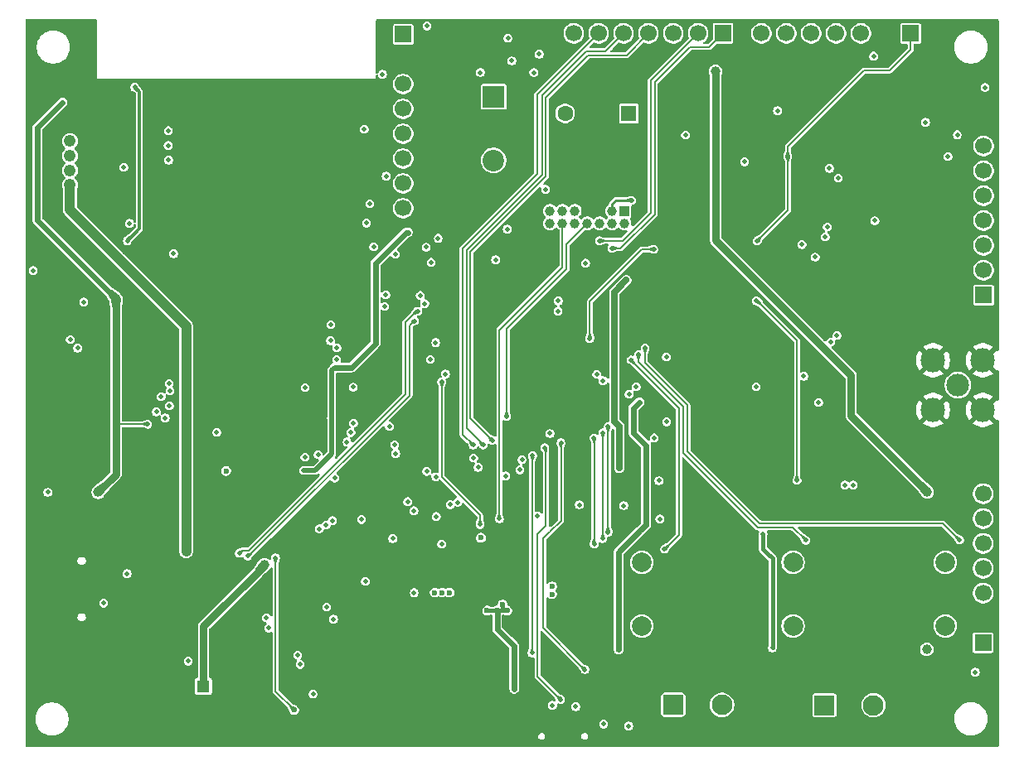
<source format=gbr>
%TF.GenerationSoftware,KiCad,Pcbnew,9.0.2*%
%TF.CreationDate,2025-09-08T10:53:28+03:00*%
%TF.ProjectId,OpenAirScope,4f70656e-4169-4725-9363-6f70652e6b69,v0-Draft*%
%TF.SameCoordinates,Original*%
%TF.FileFunction,Copper,L3,Inr*%
%TF.FilePolarity,Positive*%
%FSLAX46Y46*%
G04 Gerber Fmt 4.6, Leading zero omitted, Abs format (unit mm)*
G04 Created by KiCad (PCBNEW 9.0.2) date 2025-09-08 10:53:28*
%MOMM*%
%LPD*%
G01*
G04 APERTURE LIST*
G04 Aperture macros list*
%AMRoundRect*
0 Rectangle with rounded corners*
0 $1 Rounding radius*
0 $2 $3 $4 $5 $6 $7 $8 $9 X,Y pos of 4 corners*
0 Add a 4 corners polygon primitive as box body*
4,1,4,$2,$3,$4,$5,$6,$7,$8,$9,$2,$3,0*
0 Add four circle primitives for the rounded corners*
1,1,$1+$1,$2,$3*
1,1,$1+$1,$4,$5*
1,1,$1+$1,$6,$7*
1,1,$1+$1,$8,$9*
0 Add four rect primitives between the rounded corners*
20,1,$1+$1,$2,$3,$4,$5,0*
20,1,$1+$1,$4,$5,$6,$7,0*
20,1,$1+$1,$6,$7,$8,$9,0*
20,1,$1+$1,$8,$9,$2,$3,0*%
G04 Aperture macros list end*
%TA.AperFunction,ComponentPad*%
%ADD10C,2.000000*%
%TD*%
%TA.AperFunction,HeatsinkPad*%
%ADD11C,0.600000*%
%TD*%
%TA.AperFunction,ComponentPad*%
%ADD12R,1.700000X1.700000*%
%TD*%
%TA.AperFunction,ComponentPad*%
%ADD13C,1.700000*%
%TD*%
%TA.AperFunction,ComponentPad*%
%ADD14C,2.325000*%
%TD*%
%TA.AperFunction,ComponentPad*%
%ADD15C,2.475000*%
%TD*%
%TA.AperFunction,ComponentPad*%
%ADD16RoundRect,0.250001X-0.799999X-0.799999X0.799999X-0.799999X0.799999X0.799999X-0.799999X0.799999X0*%
%TD*%
%TA.AperFunction,ComponentPad*%
%ADD17C,2.100000*%
%TD*%
%TA.AperFunction,ComponentPad*%
%ADD18R,1.600000X1.600000*%
%TD*%
%TA.AperFunction,ComponentPad*%
%ADD19C,1.600000*%
%TD*%
%TA.AperFunction,ComponentPad*%
%ADD20R,1.308000X1.308000*%
%TD*%
%TA.AperFunction,ComponentPad*%
%ADD21C,1.308000*%
%TD*%
%TA.AperFunction,HeatsinkPad*%
%ADD22C,0.500000*%
%TD*%
%TA.AperFunction,ComponentPad*%
%ADD23R,1.000000X1.000000*%
%TD*%
%TA.AperFunction,ComponentPad*%
%ADD24C,1.000000*%
%TD*%
%TA.AperFunction,ComponentPad*%
%ADD25R,1.238000X1.238000*%
%TD*%
%TA.AperFunction,ComponentPad*%
%ADD26C,1.238000*%
%TD*%
%TA.AperFunction,ComponentPad*%
%ADD27R,2.200000X2.200000*%
%TD*%
%TA.AperFunction,ComponentPad*%
%ADD28C,2.200000*%
%TD*%
%TA.AperFunction,ViaPad*%
%ADD29C,0.600000*%
%TD*%
%TA.AperFunction,ViaPad*%
%ADD30C,0.500000*%
%TD*%
%TA.AperFunction,ViaPad*%
%ADD31C,1.000000*%
%TD*%
%TA.AperFunction,Conductor*%
%ADD32C,0.200000*%
%TD*%
%TA.AperFunction,Conductor*%
%ADD33C,0.750000*%
%TD*%
%TA.AperFunction,Conductor*%
%ADD34C,1.000000*%
%TD*%
%TA.AperFunction,Conductor*%
%ADD35C,0.400000*%
%TD*%
%TA.AperFunction,Conductor*%
%ADD36C,0.600000*%
%TD*%
%TA.AperFunction,Conductor*%
%ADD37C,0.450000*%
%TD*%
%TA.AperFunction,Conductor*%
%ADD38C,0.500000*%
%TD*%
%TA.AperFunction,Conductor*%
%ADD39C,0.650000*%
%TD*%
%TA.AperFunction,Conductor*%
%ADD40C,0.254000*%
%TD*%
%TA.AperFunction,Conductor*%
%ADD41C,0.300000*%
%TD*%
G04 APERTURE END LIST*
D10*
%TO.N,GND*%
%TO.C,SW3*%
X156750000Y-133850000D03*
X156750000Y-127350000D03*
%TO.N,/Indicators/BT2*%
X161250000Y-133850000D03*
X161250000Y-127350000D03*
%TD*%
D11*
%TO.N,GND*%
%TO.C,U7*%
X119690000Y-84360000D03*
X119690000Y-85460000D03*
X120240000Y-83810000D03*
X120240000Y-84910000D03*
X120240000Y-86010000D03*
X120790000Y-84360000D03*
X120790000Y-85460000D03*
X121340000Y-83810000D03*
X121340000Y-84910000D03*
X121340000Y-86010000D03*
X121890000Y-84360000D03*
X121890000Y-85460000D03*
%TD*%
D12*
%TO.N,+3V3P*%
%TO.C,J13*%
X196100000Y-135560000D03*
D13*
%TO.N,GND*%
X196100000Y-133020000D03*
%TO.N,/Display-RTC/CS*%
X196100000Y-130480000D03*
%TO.N,/Display-RTC/RES*%
X196100000Y-127940000D03*
%TO.N,/Display-RTC/DC*%
X196100000Y-125400000D03*
%TO.N,/Display-RTC/CLK*%
X196100000Y-122860000D03*
%TO.N,/Display-RTC/DIN*%
X196100000Y-120320000D03*
%TD*%
D14*
%TO.N,Net-(C54-Pad1)*%
%TO.C,J6*%
X193520000Y-109220000D03*
D15*
%TO.N,GND*%
X190980000Y-111760000D03*
X190980000Y-106680000D03*
X196060000Y-111760000D03*
X196060000Y-106680000D03*
%TD*%
D12*
%TO.N,/MCU/SWDIO*%
%TO.C,J14*%
X169540000Y-73250000D03*
D13*
%TO.N,/MCU/SWCLK*%
X167000000Y-73250000D03*
%TO.N,/MCU/NRST*%
X164460000Y-73250000D03*
%TO.N,/MCU/BOOT0*%
X161920000Y-73250000D03*
%TO.N,/MCU/H2*%
X159380000Y-73250000D03*
%TO.N,/MCU/H1*%
X156840000Y-73250000D03*
%TO.N,+3V3P*%
X154300000Y-73250000D03*
%TO.N,GND*%
X151760000Y-73250000D03*
%TD*%
D16*
%TO.N,/Conn/CAN_P*%
%TO.C,J8*%
X179900000Y-141950000D03*
D17*
%TO.N,/Conn/CAN_N*%
X184900000Y-141950000D03*
%TD*%
D10*
%TO.N,GND*%
%TO.C,SW5*%
X187750000Y-133850000D03*
X187750000Y-127350000D03*
%TO.N,/Indicators/BT4*%
X192250000Y-133850000D03*
X192250000Y-127350000D03*
%TD*%
D18*
%TO.N,Net-(BZ1-+)*%
%TO.C,BZ1*%
X159920000Y-81450000D03*
D19*
%TO.N,Net-(BZ1--)*%
X153420000Y-81450000D03*
%TD*%
D20*
%TO.N,VBAT*%
%TO.C,J2*%
X116490000Y-140007500D03*
D21*
%TO.N,GND*%
X118490000Y-140007500D03*
%TD*%
D12*
%TO.N,+3V3PESP*%
%TO.C,J5*%
X136880000Y-73360000D03*
D13*
%TO.N,GND*%
X136880000Y-75900000D03*
%TO.N,/Conn/GPIO5*%
X136880000Y-78440000D03*
%TO.N,/Conn/GPIO6*%
X136880000Y-80980000D03*
%TO.N,/Conn/GPIO7*%
X136880000Y-83520000D03*
%TO.N,/Conn/GPIO10*%
X136880000Y-86060000D03*
%TO.N,/Conn/GPIO18*%
X136880000Y-88600000D03*
%TO.N,/Conn/GPIO19*%
X136880000Y-91140000D03*
%TD*%
D22*
%TO.N,GND*%
%TO.C,U1*%
X125115000Y-134820000D03*
X127115000Y-134820000D03*
X125115000Y-132820000D03*
X127115000Y-132820000D03*
%TD*%
D12*
%TO.N,+3V3P_RAK*%
%TO.C,J4*%
X196150000Y-100020000D03*
D13*
%TO.N,/Conn/SDA*%
X196150000Y-97480000D03*
%TO.N,/Conn/SCL*%
X196150000Y-94940000D03*
%TO.N,/Conn/PA0*%
X196150000Y-92400000D03*
%TO.N,/Conn/PA1*%
X196150000Y-89860000D03*
%TO.N,/Conn/PA4*%
X196150000Y-87320000D03*
%TO.N,/Conn/PA5*%
X196150000Y-84780000D03*
%TO.N,GND*%
X196150000Y-82240000D03*
%TD*%
D10*
%TO.N,GND*%
%TO.C,SW4*%
X172200000Y-133850000D03*
X172200000Y-127350000D03*
%TO.N,/Indicators/BT3*%
X176700000Y-133850000D03*
X176700000Y-127350000D03*
%TD*%
D23*
%TO.N,unconnected-(J3-NC-Pad1)*%
%TO.C,J3*%
X159480000Y-91410000D03*
D24*
%TO.N,unconnected-(J3-NC-Pad2)*%
X159480000Y-92680000D03*
%TO.N,+3V3P_MCU*%
X158210000Y-91410000D03*
%TO.N,/MCU/SWDIO*%
X158210000Y-92680000D03*
%TO.N,GND*%
X156940000Y-91410000D03*
%TO.N,/MCU/SWCLK*%
X156940000Y-92680000D03*
%TO.N,GND*%
X155670000Y-91410000D03*
%TO.N,/MCU/SWO*%
X155670000Y-92680000D03*
%TO.N,unconnected-(J3-JRCLK{slash}NC-Pad9)*%
X154400000Y-91410000D03*
%TO.N,/MCU/JTDI*%
X154400000Y-92680000D03*
%TO.N,Net-(J3-GNDDetect)*%
X153130000Y-91410000D03*
%TO.N,/MCU/NRST*%
X153130000Y-92680000D03*
%TO.N,/MCU/VCP_RX*%
X151860000Y-91410000D03*
%TO.N,/MCU/VCP_TX*%
X151860000Y-92680000D03*
%TD*%
D25*
%TO.N,GND*%
%TO.C,J10*%
X102850000Y-82767500D03*
D26*
%TO.N,unconnected-(J10-Pad2)*%
X102850000Y-84267500D03*
%TO.N,/Sensors/L-*%
X102850000Y-85767500D03*
%TO.N,/Sensors/L+*%
X102850000Y-87267500D03*
%TO.N,+5VP*%
X102850000Y-88767500D03*
%TD*%
D27*
%TO.N,/MCU/NRST*%
%TO.C,S1*%
X146120000Y-79740000D03*
D28*
X146120000Y-86240000D03*
%TO.N,GND*%
X141620000Y-79740000D03*
X141620000Y-86240000D03*
%TD*%
D12*
%TO.N,/Conn/RAK_BOOT0*%
%TO.C,J7*%
X188710000Y-73260000D03*
D13*
%TO.N,GND*%
X186170000Y-73260000D03*
%TO.N,Net-(J7-Pin_3)*%
X183630000Y-73260000D03*
%TO.N,Net-(J7-Pin_4)*%
X181090000Y-73260000D03*
%TO.N,Net-(J7-Pin_5)*%
X178550000Y-73260000D03*
%TO.N,Net-(J7-Pin_6)*%
X176010000Y-73260000D03*
%TO.N,Net-(J7-Pin_7)*%
X173470000Y-73260000D03*
%TD*%
D16*
%TO.N,/Conn/DRS_P*%
%TO.C,J9*%
X164440000Y-141917500D03*
D17*
%TO.N,/Conn/DRS_N*%
X169440000Y-141917500D03*
%TD*%
D29*
%TO.N,GND*%
X156990000Y-131970000D03*
X125860000Y-128290000D03*
X110290000Y-101460000D03*
X108690000Y-124720000D03*
X187920000Y-84640000D03*
X191050000Y-98640000D03*
X133040000Y-128230000D03*
X142060000Y-101980000D03*
X168520000Y-114620000D03*
X140440000Y-105820000D03*
X104500000Y-109700000D03*
X166940000Y-105610000D03*
X134180000Y-84170000D03*
X114260000Y-136680000D03*
X119550000Y-96840000D03*
X193540000Y-115900000D03*
X102600000Y-132830000D03*
X189460000Y-109930000D03*
X121730000Y-138530000D03*
X112760000Y-132370000D03*
X184580000Y-102350000D03*
X103800000Y-80380000D03*
X173050000Y-90690000D03*
X133810000Y-134990000D03*
D30*
X123460000Y-105580000D03*
D29*
X188990000Y-82340000D03*
X138980000Y-76550000D03*
X160010000Y-138550000D03*
X189520000Y-100590000D03*
X110180000Y-135550000D03*
D30*
X148920000Y-121490000D03*
D29*
X182390000Y-138420000D03*
X191110000Y-115790000D03*
X174840000Y-82470000D03*
X188440000Y-105690000D03*
X186880000Y-84640000D03*
X177490000Y-100290000D03*
X99910000Y-99560000D03*
X194390000Y-132260000D03*
X173530000Y-117280000D03*
X155690000Y-90170000D03*
X138920000Y-82470000D03*
X147040000Y-138960000D03*
D30*
X141570000Y-124790000D03*
D29*
X129580000Y-120270000D03*
X196250000Y-109130000D03*
X177880000Y-113790000D03*
X176830000Y-75440000D03*
X104410000Y-111530000D03*
X149220000Y-138900000D03*
X186060000Y-99620000D03*
X156960000Y-128990000D03*
D30*
X156690000Y-102610000D03*
D29*
X194830000Y-102920000D03*
X112440000Y-121840000D03*
X169820000Y-88120000D03*
X190810000Y-114300000D03*
D30*
X130410000Y-104600000D03*
D29*
X152070000Y-136750000D03*
D30*
X155470000Y-119020000D03*
D29*
X157820000Y-138750000D03*
X184970000Y-106520000D03*
X187880000Y-109220000D03*
X166970000Y-127540000D03*
X131020000Y-103180000D03*
X171960000Y-101880000D03*
X178570000Y-124140000D03*
X194700000Y-82750000D03*
X129570000Y-98570000D03*
X104410000Y-111530000D03*
X107020000Y-124720000D03*
X111170000Y-107140000D03*
X109060000Y-80080000D03*
X191880000Y-103180000D03*
X141640000Y-84520000D03*
D30*
X145010000Y-110090000D03*
D29*
X173620000Y-113400000D03*
X184820000Y-112290000D03*
X187290000Y-104810000D03*
X156220000Y-88890000D03*
X156980000Y-90170000D03*
X111180000Y-135720000D03*
X127470000Y-96820000D03*
X186430000Y-101150000D03*
X134060000Y-138030000D03*
X102400000Y-126910000D03*
X163260000Y-97480000D03*
X133230000Y-125730000D03*
X170380000Y-133980000D03*
X123940000Y-122170000D03*
X100230000Y-107470000D03*
X133930000Y-136650000D03*
D30*
X135900000Y-107450000D03*
D29*
X101180000Y-87850000D03*
X155270000Y-125130000D03*
X184540000Y-81170000D03*
X107560000Y-133700000D03*
X142040000Y-76510000D03*
X182070000Y-104890000D03*
D30*
X163490000Y-99970000D03*
D29*
X188450000Y-106620000D03*
D30*
X116630000Y-110730000D03*
D29*
X163560000Y-117210000D03*
D30*
X135760000Y-104110000D03*
D29*
X121260000Y-141960000D03*
X131370000Y-79540000D03*
X99940000Y-101680000D03*
X107240000Y-121870000D03*
X196040000Y-114260000D03*
X182570000Y-106080000D03*
X152790000Y-110950000D03*
X180680000Y-96040000D03*
X187340000Y-108410000D03*
X192290000Y-97410000D03*
D30*
X141250000Y-93600000D03*
D29*
X195970000Y-115970000D03*
X127870000Y-139870000D03*
X169820000Y-90060000D03*
X184450000Y-96010000D03*
X195890000Y-117790000D03*
X114350000Y-97610000D03*
X168450000Y-116860000D03*
X196070000Y-103860000D03*
X173640000Y-114670000D03*
X101180000Y-83310000D03*
X143040000Y-129640000D03*
X172290000Y-131940000D03*
D30*
X128640000Y-105960000D03*
D29*
X173090000Y-89180000D03*
X102740000Y-98160000D03*
X173600000Y-115960000D03*
X136400000Y-101690000D03*
X193520000Y-98720000D03*
X184930000Y-74260000D03*
X179470000Y-75490000D03*
X189840000Y-108680000D03*
X122530000Y-143870000D03*
X139550000Y-79560000D03*
X182940000Y-102930000D03*
X111370000Y-137800000D03*
X186200000Y-111510000D03*
X180530000Y-89690000D03*
X152220000Y-117150000D03*
X187270000Y-105680000D03*
X188450000Y-104790000D03*
X188390000Y-116130000D03*
X193620000Y-111860000D03*
X130420000Y-83560000D03*
X118450000Y-141570000D03*
X104410000Y-111530000D03*
X185340000Y-109210000D03*
X159410000Y-112220000D03*
D30*
X126600000Y-108380000D03*
D29*
X190830000Y-104100000D03*
X190530000Y-117590000D03*
X143490000Y-88310000D03*
X140420000Y-76520000D03*
X104990000Y-84040000D03*
X193560000Y-114350000D03*
X194680000Y-81680000D03*
X170740000Y-124380000D03*
X154770000Y-134500000D03*
X104430000Y-113330000D03*
X183490000Y-104910000D03*
X193400000Y-102230000D03*
X180020000Y-114840000D03*
X112170000Y-127370000D03*
X188970000Y-114930000D03*
X183860000Y-100730000D03*
X145620000Y-122830000D03*
X186080000Y-103850000D03*
X134110000Y-120860000D03*
X141500000Y-81470000D03*
D30*
X155710000Y-98180000D03*
D29*
X169820000Y-91830000D03*
X112500000Y-89320000D03*
X108820000Y-140440000D03*
X150140000Y-72700000D03*
X134810000Y-110910000D03*
X112510000Y-90320000D03*
X110540000Y-126140000D03*
X188140000Y-113550000D03*
X107440000Y-81810000D03*
X137020000Y-124850000D03*
X193110000Y-117670000D03*
X146900000Y-124090000D03*
X143600000Y-139790000D03*
X153540000Y-138220000D03*
D30*
X128300000Y-111200000D03*
D29*
X145920000Y-101970000D03*
X108720000Y-138810000D03*
X188310000Y-111320000D03*
X173720000Y-118980000D03*
X118420000Y-138560000D03*
X151530000Y-74670000D03*
X139280000Y-74690000D03*
X99830000Y-121840000D03*
X105360000Y-96130000D03*
X101820000Y-103660000D03*
X144660000Y-139780000D03*
X175190000Y-105660000D03*
X128250000Y-131490000D03*
X188820000Y-77960000D03*
X132850000Y-86700000D03*
X130950000Y-99770000D03*
X189140000Y-138200000D03*
X118950000Y-137520000D03*
X104410000Y-111530000D03*
X171720000Y-118990000D03*
X102400000Y-129940000D03*
X184150000Y-108050000D03*
X143390000Y-86590000D03*
X187160000Y-107550000D03*
X144350000Y-145250000D03*
X186100000Y-113570000D03*
X186430000Y-102340000D03*
X105050000Y-85180000D03*
X178670000Y-117300000D03*
X141310000Y-145180000D03*
X119910000Y-137520000D03*
X168260000Y-96880000D03*
X111420000Y-117790000D03*
X188520000Y-109740000D03*
X163760000Y-114580000D03*
X169660000Y-125950000D03*
X189070000Y-108280000D03*
X146830000Y-93750000D03*
X157610000Y-112240000D03*
X103490000Y-117860000D03*
X101190000Y-85450000D03*
X188510000Y-107520000D03*
D30*
X132110000Y-133580000D03*
D29*
X104410000Y-111530000D03*
D30*
X127510000Y-114310000D03*
D29*
X187220000Y-74320000D03*
X105720000Y-91990000D03*
X152750000Y-105940000D03*
X141950000Y-128360000D03*
X186450000Y-124250000D03*
X119910000Y-139930000D03*
X106530000Y-133730000D03*
X143980000Y-130310000D03*
X144740000Y-126510000D03*
X163100000Y-123780000D03*
X118540000Y-122250000D03*
X189690000Y-102140000D03*
X193890000Y-104010000D03*
X147350000Y-125760000D03*
D30*
X143060000Y-125470000D03*
D29*
X144250000Y-89800000D03*
D30*
X147780000Y-117370000D03*
D29*
X187220000Y-106660000D03*
X194390000Y-133560000D03*
X189600000Y-97380000D03*
X155040000Y-127330000D03*
X193550000Y-106550000D03*
D30*
X140270000Y-90990000D03*
%TO.N,VBUS*%
X123140000Y-134060000D03*
X127673538Y-140796462D03*
D29*
%TO.N,VSUP*%
X125740000Y-142440000D03*
D30*
X123847103Y-126877103D03*
D31*
%TO.N,VBAT*%
X122710000Y-127580000D03*
D30*
X179300000Y-111000000D03*
%TO.N,+5VP*%
X165710000Y-83640000D03*
X114720000Y-122750000D03*
X133130000Y-92650000D03*
D29*
X141600000Y-130430000D03*
D30*
X114700000Y-106700000D03*
X138000000Y-130450000D03*
D31*
X114720000Y-126210000D03*
D30*
X196307703Y-78782297D03*
X193460000Y-83630000D03*
D29*
X140850000Y-130430000D03*
D30*
X114720000Y-118750000D03*
D29*
X140110000Y-130430000D03*
D30*
%TO.N,+3V3P*%
X161020000Y-110960000D03*
X174580000Y-136100000D03*
D31*
X190380000Y-120150000D03*
D30*
X159920000Y-144080000D03*
X161110000Y-124070000D03*
X195300000Y-138560000D03*
D31*
X105740000Y-120170000D03*
D30*
X161690000Y-117220000D03*
X173620000Y-124450000D03*
D31*
X107560000Y-100430000D03*
D30*
X163760000Y-106340000D03*
X148210000Y-140260000D03*
D29*
X147020000Y-131670000D03*
D30*
X182639449Y-108242201D03*
D31*
X190350000Y-136240000D03*
D30*
X147980000Y-76070000D03*
D29*
X158880000Y-136230000D03*
D30*
X102090000Y-80310000D03*
D29*
X146470000Y-132270000D03*
D30*
X160390000Y-114090000D03*
X110790000Y-113220000D03*
X139300000Y-72500000D03*
D29*
X147500000Y-132270000D03*
D30*
X99520000Y-91821834D03*
D31*
X168770000Y-77140000D03*
D30*
X152130000Y-141950000D03*
X100590000Y-120180000D03*
D29*
X145450000Y-132270000D03*
D30*
%TO.N,/Indicators/VSUP_AN*%
X132610000Y-122950000D03*
X129017693Y-123527693D03*
%TO.N,+3V3P_MCU*%
X134037728Y-98504211D03*
X137360000Y-93600000D03*
D29*
X152070000Y-130600000D03*
D30*
X129560000Y-112560000D03*
X137340000Y-121140000D03*
D29*
X152080000Y-129800000D03*
D30*
X158450000Y-110970000D03*
X140455000Y-94215000D03*
X159670000Y-98500000D03*
X160220000Y-90330000D03*
X126720000Y-117940000D03*
X129880000Y-118720000D03*
X129880000Y-107430000D03*
D29*
X118800000Y-117990000D03*
D30*
X158440000Y-105000000D03*
D29*
X144820000Y-124820000D03*
D30*
X150610000Y-122620000D03*
X146310000Y-96410000D03*
X158940000Y-117670000D03*
%TO.N,/Conn/GPIO9*%
X108940000Y-92680000D03*
X139750000Y-96670000D03*
%TO.N,+3V3PESP*%
X108710000Y-94450000D03*
X132910000Y-83050000D03*
X109480000Y-78770000D03*
X134770000Y-77440000D03*
%TO.N,/Conn/CHIP_PU*%
X108350000Y-86940000D03*
X151880000Y-114170000D03*
%TO.N,+3V3P_RAK*%
X175090000Y-81170000D03*
X177600000Y-94860000D03*
%TO.N,/Conn/RST*%
X151420000Y-89200000D03*
X171750000Y-86380000D03*
%TO.N,/Display-RTC/Buzzer_PWM*%
X155938681Y-104439802D03*
X162470000Y-95340000D03*
%TO.N,/Indicators/BT2*%
X160150000Y-106660000D03*
X163570000Y-125990000D03*
%TO.N,/Indicators/BT3*%
X177993132Y-125076226D03*
X160902372Y-106101426D03*
%TO.N,/Indicators/BT4*%
X161570000Y-105440000D03*
X193690000Y-125060000D03*
%TO.N,/MCU/NRST*%
X147490000Y-93270000D03*
X146700000Y-122880000D03*
%TO.N,/Indicators/VBAT_AN*%
X135820000Y-124920000D03*
X133020000Y-129290000D03*
%TO.N,Net-(C91-Pad1)*%
X114930000Y-137440000D03*
X129070000Y-131900000D03*
%TO.N,/Conn/GPIO6*%
X112880000Y-84720000D03*
%TO.N,/Conn/GPIO19*%
X135140000Y-87860000D03*
%TO.N,/Conn/GPIO5*%
X112910000Y-83210000D03*
%TO.N,/Conn/GPIO10*%
X133470000Y-90690000D03*
%TO.N,/Conn/GPIO7*%
X112930000Y-86220000D03*
%TO.N,/Power/CC2*%
X106286524Y-131504581D03*
X108690000Y-128490000D03*
%TO.N,/Display-RTC/DAT0*%
X111670000Y-111950000D03*
%TO.N,/Display-RTC/CMD*%
X112170000Y-110410000D03*
%TO.N,/Display-RTC/DAT1*%
X112590000Y-112570000D03*
%TO.N,/Display-RTC/DAT3*%
X113076381Y-109815134D03*
%TO.N,/Display-RTC/CLK*%
X140812959Y-108913520D03*
X144740000Y-123470000D03*
%TO.N,/Display-RTC/DAT2*%
X112980000Y-109050000D03*
%TO.N,/Display-RTC/CS*%
X156380175Y-125475670D03*
X156370000Y-114640000D03*
%TO.N,/Display-RTC/RES*%
X157240000Y-124910000D03*
X157260000Y-114090000D03*
%TO.N,/Display-RTC/DIN*%
X135466587Y-113435896D03*
%TO.N,/Display-RTC/DC*%
X157800000Y-124260000D03*
X157810000Y-113440000D03*
%TO.N,Net-(D14-K)*%
X184910000Y-75590000D03*
X190220000Y-82350000D03*
%TO.N,/Conn/PA4*%
X192519615Y-85840142D03*
%TO.N,/Conn/PA0*%
X185050000Y-92410000D03*
%TO.N,/MCU/SWDIO*%
X158210000Y-95220000D03*
X136077602Y-95847602D03*
%TO.N,/MCU/SWCLK*%
X135100409Y-100003110D03*
X156910000Y-94460000D03*
%TO.N,/MCU/JTDI*%
X135000000Y-101190000D03*
X155506131Y-96753869D03*
%TO.N,/MCU/MCU_BCLK*%
X151330000Y-115630000D03*
X157360000Y-143880000D03*
X152950000Y-141360000D03*
%TO.N,/MCU/MCU_WS*%
X150030000Y-136600000D03*
X150100000Y-116420000D03*
X154500000Y-142090000D03*
%TO.N,/MCU/SWO*%
X147445010Y-112430000D03*
%TO.N,Net-(J7-Pin_5)*%
X181310000Y-88040000D03*
%TO.N,Net-(J7-Pin_7)*%
X178955000Y-96135032D03*
%TO.N,/Display-RTC/RTC_SDA*%
X172940000Y-109380000D03*
X160670000Y-109380000D03*
%TO.N,/Display-RTC/RTC_SCL*%
X159950000Y-110140000D03*
X177790000Y-108310000D03*
%TO.N,Net-(J7-Pin_3)*%
X179975000Y-94055000D03*
%TO.N,Net-(J7-Pin_6)*%
X180410000Y-87060000D03*
%TO.N,Net-(J7-Pin_4)*%
X180190000Y-93040000D03*
%TO.N,/Display-RTC/RTC_INT*%
X162520000Y-114620000D03*
X137980000Y-122070000D03*
X154865000Y-121455000D03*
%TO.N,/Display-RTC/RTC*%
X156650000Y-108109997D03*
X141200000Y-108090000D03*
%TO.N,/Conn/GPIO8*%
X133870000Y-95070000D03*
X113440000Y-95780000D03*
X139220000Y-95120000D03*
%TO.N,/Indicators/USER_LED1*%
X147340000Y-118500000D03*
X129670000Y-123070000D03*
%TO.N,/Indicators/USER_LED2*%
X128310000Y-123910000D03*
X148800000Y-117880000D03*
%TO.N,/MCU/MCU_SCL1*%
X104275000Y-100715000D03*
X131540000Y-114060000D03*
%TO.N,/MCU/MCU_SDA1*%
X99110000Y-97510000D03*
X131140000Y-115030000D03*
%TO.N,/MCU/MCU_SDA2*%
X102890000Y-104560000D03*
X139280000Y-118040000D03*
%TO.N,/MCU/MCU_SCL2*%
X103630000Y-105430000D03*
X140210000Y-118590000D03*
%TO.N,/MCU/MCU_DATA*%
X152990000Y-115110000D03*
X155420437Y-138302666D03*
%TO.N,/MCU/MCU_SCL4*%
X144770000Y-77260000D03*
X150220000Y-77260000D03*
%TO.N,/MCU/INT*%
X150780000Y-75390000D03*
X147570376Y-73740282D03*
%TO.N,/MCU/BOOT0*%
X145970000Y-114860000D03*
X128190000Y-116320000D03*
%TO.N,/Conn/RS485_RX*%
X163088639Y-122903758D03*
%TO.N,/Conn/RS485_RE*%
X159400000Y-121540000D03*
%TO.N,/Conn/RS485_TX*%
X162999114Y-118996894D03*
%TO.N,/Conn/RS*%
X172952174Y-100610000D03*
X152720000Y-100610000D03*
X177094567Y-118963975D03*
%TO.N,/MCU/SCK*%
X126850000Y-116570000D03*
X126880000Y-109470000D03*
%TO.N,/MCU/CUR_LIM*%
X126350000Y-137770000D03*
X142460000Y-121200000D03*
%TO.N,/MCU/MISO*%
X131810000Y-113100000D03*
X131790000Y-109430000D03*
%TO.N,/MCU/TIMER_EN*%
X140810000Y-125480000D03*
X129780000Y-133150000D03*
%TO.N,/Display-RTC/RTC_RESET*%
X157300000Y-108760000D03*
X163790000Y-112980000D03*
%TO.N,/Display-RTC/SD_CK*%
X129490000Y-103030000D03*
X129450000Y-104670000D03*
%TO.N,/MCU/CHARGE_EN*%
X122910000Y-133010000D03*
X140260000Y-122650000D03*
%TO.N,/Display-RTC/SD_DAT0*%
X140200000Y-104870000D03*
X130120000Y-105400000D03*
%TO.N,/MCU/USB_SEL*%
X126105538Y-136818608D03*
X141690000Y-121440000D03*
%TO.N,/Display-RTC/SD_DAT1*%
X139640000Y-106590000D03*
X130090000Y-106610000D03*
%TO.N,/Conn/RAK_BOOT0*%
X176150000Y-85850000D03*
X152700000Y-101660000D03*
X173020000Y-94490000D03*
%TO.N,/MCU/CS*%
X117850000Y-114040000D03*
X149010000Y-116840000D03*
%TO.N,/Conn/A+*%
X180540000Y-104810000D03*
X139075823Y-100882401D03*
%TO.N,/Conn/A-*%
X138617605Y-100056106D03*
X181179420Y-104142757D03*
%TO.N,/MCU/M-*%
X138360000Y-101660000D03*
X120140000Y-126420000D03*
%TO.N,/MCU/M+*%
X138010000Y-102660000D03*
X121010000Y-126700000D03*
%TO.N,/Sensors/L-*%
X144070000Y-116660000D03*
%TO.N,/Sensors/L+*%
X144530000Y-117630000D03*
%TO.N,/Conn/CAN+*%
X136020000Y-115310000D03*
X181990000Y-119440000D03*
%TO.N,/Conn/CAN-*%
X136130000Y-116210000D03*
X182840000Y-119430000D03*
%TO.N,/MCU/H1*%
X144020000Y-115340000D03*
%TO.N,/MCU/H2*%
X145040000Y-115330000D03*
%TO.N,/Display-RTC/SDCLK*%
X113010000Y-111350000D03*
%TD*%
D32*
%TO.N,VSUP*%
X125740000Y-142440000D02*
X123847103Y-140547103D01*
X123847103Y-140547103D02*
X123847103Y-126877103D01*
D33*
%TO.N,VBAT*%
X116490000Y-133870000D02*
X122720000Y-127640000D01*
X116490000Y-140007500D02*
X116490000Y-133870000D01*
D34*
%TO.N,+5VP*%
X102850000Y-91310000D02*
X102850000Y-88767500D01*
X114720000Y-126210000D02*
X114720000Y-103180000D01*
X114720000Y-103180000D02*
X102850000Y-91310000D01*
D32*
%TO.N,+3V3P*%
X110790000Y-113220000D02*
X107590000Y-113220000D01*
D35*
X145450000Y-132270000D02*
X146930000Y-132270000D01*
D36*
X160390000Y-114090000D02*
X160390000Y-111590000D01*
X161690000Y-123490000D02*
X161690000Y-122900000D01*
X99520000Y-92340000D02*
X107560000Y-100380000D01*
X146470000Y-134170000D02*
X147670000Y-135370000D01*
D33*
X182620000Y-112330000D02*
X190390000Y-120100000D01*
D36*
X158880000Y-126300000D02*
X161110000Y-124070000D01*
X161690000Y-117220000D02*
X161690000Y-115390000D01*
X160390000Y-111590000D02*
X161020000Y-110960000D01*
D33*
X168770000Y-94390000D02*
X182620000Y-108240000D01*
D36*
X102090000Y-80330000D02*
X99520000Y-82900000D01*
X146470000Y-132270000D02*
X146470000Y-134170000D01*
D33*
X107560000Y-100430000D02*
X107560000Y-113190000D01*
D36*
X161690000Y-122900000D02*
X161690000Y-117220000D01*
D37*
X174580000Y-126930000D02*
X174580000Y-136030000D01*
D38*
X107560000Y-100380000D02*
X107560000Y-100430000D01*
D35*
X146930000Y-132270000D02*
X147500000Y-132270000D01*
D33*
X168770000Y-77140000D02*
X168770000Y-94390000D01*
D36*
X99520000Y-82900000D02*
X99520000Y-92340000D01*
D38*
X102090000Y-80310000D02*
X102090000Y-80330000D01*
D37*
X173620000Y-124450000D02*
X173620000Y-125970000D01*
D35*
X147020000Y-131670000D02*
X147020000Y-132180000D01*
D36*
X147670000Y-135370000D02*
X148210000Y-135910000D01*
X161110000Y-124070000D02*
X161690000Y-123490000D01*
D37*
X174040000Y-126390000D02*
X174580000Y-126930000D01*
D33*
X182620000Y-108240000D02*
X182620000Y-112330000D01*
D37*
X173620000Y-125970000D02*
X174040000Y-126390000D01*
D36*
X158880000Y-136230000D02*
X158880000Y-126300000D01*
X148210000Y-135910000D02*
X148210000Y-140260000D01*
D35*
X147020000Y-132180000D02*
X146930000Y-132270000D01*
D33*
X107560000Y-113190000D02*
X107560000Y-118350000D01*
D36*
X161690000Y-115390000D02*
X160390000Y-114090000D01*
D32*
X107590000Y-113220000D02*
X107560000Y-113190000D01*
D33*
X107560000Y-118350000D02*
X105740000Y-120170000D01*
D39*
%TO.N,+3V3P_MCU*%
X158450000Y-110970000D02*
X158450000Y-112929999D01*
D38*
X129580000Y-112580000D02*
X129580000Y-116270000D01*
X129580000Y-116270000D02*
X127910000Y-117940000D01*
D40*
X158582894Y-90330000D02*
X160220000Y-90330000D01*
D38*
X127910000Y-117940000D02*
X126720000Y-117940000D01*
D41*
X129560000Y-112560000D02*
X129580000Y-112580000D01*
D39*
X159670000Y-98500000D02*
X158440000Y-99730000D01*
D38*
X129880000Y-107430000D02*
X129580000Y-107730000D01*
D39*
X158440000Y-110020000D02*
X158440000Y-105000000D01*
D36*
X131580000Y-107430000D02*
X129880000Y-107430000D01*
D39*
X158440000Y-99730000D02*
X158440000Y-105000000D01*
D41*
X158450000Y-110030000D02*
X158440000Y-110020000D01*
D36*
X137220000Y-93600000D02*
X134037728Y-96782272D01*
D40*
X158210000Y-90702894D02*
X158582894Y-90330000D01*
D39*
X158450000Y-110970000D02*
X158450000Y-110030000D01*
X158450000Y-112929999D02*
X158940000Y-113419999D01*
D36*
X137360000Y-93600000D02*
X137220000Y-93600000D01*
X134037728Y-98504211D02*
X134037728Y-104972272D01*
D39*
X158940000Y-113419999D02*
X158940000Y-117670000D01*
D38*
X129580000Y-107730000D02*
X129580000Y-112540000D01*
D36*
X134037728Y-104972272D02*
X131580000Y-107430000D01*
D41*
X129580000Y-112540000D02*
X129560000Y-112560000D01*
D40*
X158210000Y-91410000D02*
X158210000Y-90702894D01*
D36*
X134037728Y-96782272D02*
X134037728Y-98504211D01*
D41*
%TO.N,+3V3PESP*%
X109960000Y-79250000D02*
X109480000Y-78770000D01*
X108710000Y-94450000D02*
X109960000Y-93200000D01*
X109960000Y-93200000D02*
X109960000Y-79250000D01*
D32*
%TO.N,/Display-RTC/Buzzer_PWM*%
X155938681Y-100656319D02*
X155938681Y-104439802D01*
X162470000Y-95340000D02*
X161255000Y-95340000D01*
X161255000Y-95340000D02*
X155938681Y-100656319D01*
%TO.N,/Indicators/BT2*%
X161560000Y-127350000D02*
X161250000Y-127350000D01*
X165050000Y-123860000D02*
X165050000Y-124540000D01*
X165050000Y-124540000D02*
X163610000Y-125980000D01*
X165050000Y-111560000D02*
X165050000Y-123860000D01*
X160150000Y-106660000D02*
X165050000Y-111560000D01*
%TO.N,/Indicators/BT3*%
X160902372Y-106845272D02*
X165451000Y-111393900D01*
X176681000Y-123771000D02*
X177990000Y-125080000D01*
X165499000Y-116149000D02*
X173121000Y-123771000D01*
X165499000Y-113879000D02*
X165499000Y-116149000D01*
X173121000Y-123771000D02*
X176681000Y-123771000D01*
X165451000Y-113831000D02*
X165499000Y-113879000D01*
X160902372Y-106101426D02*
X160902372Y-106845272D01*
X165451000Y-111393900D02*
X165451000Y-113831000D01*
%TO.N,/Indicators/BT4*%
X173287100Y-123370000D02*
X191990000Y-123370000D01*
X165900000Y-115982900D02*
X173287100Y-123370000D01*
X165900000Y-111275800D02*
X165900000Y-115982900D01*
X161570000Y-105440000D02*
X161570000Y-106945800D01*
X161570000Y-106945800D02*
X165900000Y-111275800D01*
X191990000Y-123370000D02*
X193680000Y-125060000D01*
%TO.N,/MCU/NRST*%
X146700000Y-122880000D02*
X146700000Y-103590000D01*
X146700000Y-103590000D02*
X153130000Y-97160000D01*
X153130000Y-97160000D02*
X153130000Y-92680000D01*
%TO.N,/Display-RTC/CLK*%
X140812959Y-118592959D02*
X140812959Y-108913520D01*
X144740000Y-123470000D02*
X144740000Y-122520000D01*
X144740000Y-122520000D02*
X140812959Y-118592959D01*
%TO.N,/Display-RTC/CS*%
X156380175Y-125475670D02*
X156380175Y-114650175D01*
X156380175Y-114650175D02*
X156380000Y-114650000D01*
%TO.N,/Display-RTC/RES*%
X157240000Y-114110000D02*
X157260000Y-114090000D01*
X157240000Y-124910000D02*
X157240000Y-114110000D01*
%TO.N,/Display-RTC/DC*%
X157810000Y-123640000D02*
X157810000Y-113440000D01*
X157800000Y-123650000D02*
X157810000Y-123640000D01*
X157800000Y-124260000D02*
X157800000Y-123650000D01*
%TO.N,/MCU/SWDIO*%
X162560000Y-78257100D02*
X166157100Y-74660000D01*
X162560000Y-91737100D02*
X162560000Y-78257100D01*
X168130000Y-74660000D02*
X169540000Y-73250000D01*
X158210000Y-95220000D02*
X159077100Y-95220000D01*
X166157100Y-74660000D02*
X168130000Y-74660000D01*
X159077100Y-95220000D02*
X162560000Y-91737100D01*
%TO.N,/MCU/SWCLK*%
X162150000Y-78100000D02*
X167000000Y-73250000D01*
X159270000Y-94460000D02*
X162150000Y-91580000D01*
X162150000Y-91580000D02*
X162150000Y-78100000D01*
X156910000Y-94460000D02*
X159270000Y-94460000D01*
%TO.N,/MCU/MCU_BCLK*%
X152950000Y-141350000D02*
X150580000Y-138980000D01*
X150580000Y-124480000D02*
X151460000Y-123600000D01*
X151460000Y-115760000D02*
X151330000Y-115630000D01*
X152950000Y-141360000D02*
X152950000Y-141350000D01*
X150580000Y-138980000D02*
X150580000Y-124480000D01*
X151460000Y-123600000D02*
X151460000Y-115760000D01*
%TO.N,/MCU/MCU_WS*%
X150060000Y-116460000D02*
X150060000Y-136570000D01*
X150060000Y-136570000D02*
X150030000Y-136600000D01*
X150100000Y-116420000D02*
X150060000Y-116460000D01*
%TO.N,/MCU/SWO*%
X147445010Y-112430000D02*
X147445010Y-103484990D01*
X153540000Y-97390000D02*
X153540000Y-94800000D01*
X153540000Y-94800000D02*
X155660000Y-92680000D01*
X147445010Y-103484990D02*
X153540000Y-97390000D01*
X155660000Y-92680000D02*
X155670000Y-92680000D01*
%TO.N,/MCU/MCU_DATA*%
X153000000Y-115640000D02*
X153000000Y-115130000D01*
X151180000Y-124900000D02*
X151850000Y-124230000D01*
X151850000Y-124230000D02*
X153000000Y-123080000D01*
X153000000Y-115130000D02*
X152990000Y-115120000D01*
X153000000Y-123080000D02*
X153000000Y-115640000D01*
X151180000Y-134062229D02*
X151180000Y-124900000D01*
X155420437Y-138302666D02*
X151180000Y-134062229D01*
%TO.N,/MCU/BOOT0*%
X145970000Y-114860000D02*
X143742000Y-112632000D01*
X155759000Y-75491000D02*
X159679000Y-75491000D01*
X151450000Y-79800000D02*
X155759000Y-75491000D01*
X143742000Y-112632000D02*
X143742000Y-95612200D01*
X151450000Y-87904200D02*
X151450000Y-79800000D01*
X143742000Y-95612200D02*
X151450000Y-87904200D01*
X159679000Y-75491000D02*
X161920000Y-73250000D01*
%TO.N,/Conn/RS*%
X177094567Y-104674567D02*
X177094567Y-118963975D01*
X172990000Y-100570000D02*
X177094567Y-104674567D01*
X152720000Y-100610000D02*
X152760000Y-100570000D01*
%TO.N,/Conn/RAK_BOOT0*%
X176170000Y-91340000D02*
X176170000Y-85840000D01*
X188710000Y-74900000D02*
X188710000Y-73260000D01*
X183950000Y-77060000D02*
X186550000Y-77060000D01*
X176150000Y-85850000D02*
X176150000Y-84860000D01*
X186550000Y-77060000D02*
X188710000Y-74900000D01*
X176150000Y-84860000D02*
X183950000Y-77060000D01*
X173020000Y-94490000D02*
X176170000Y-91340000D01*
%TO.N,/MCU/M-*%
X121103668Y-126150000D02*
X120920000Y-126150000D01*
X120411000Y-126149000D02*
X120140000Y-126420000D01*
X138230768Y-101660000D02*
X137095000Y-102795768D01*
X120920000Y-126150000D02*
X120919000Y-126149000D01*
X137095000Y-110158668D02*
X121103668Y-126150000D01*
X138360000Y-101660000D02*
X138230768Y-101660000D01*
X137095000Y-102795768D02*
X137095000Y-110158668D01*
X120919000Y-126149000D02*
X120411000Y-126149000D01*
%TO.N,/MCU/M+*%
X121010000Y-126700000D02*
X121120768Y-126700000D01*
X137496000Y-110214000D02*
X137545000Y-110165000D01*
X137545000Y-103125000D02*
X138010000Y-102660000D01*
X121120768Y-126700000D02*
X137496000Y-110324768D01*
X137496000Y-110324768D02*
X137496000Y-110214000D01*
X137545000Y-110165000D02*
X137545000Y-103125000D01*
%TO.N,/MCU/H1*%
X144020000Y-115340000D02*
X142940000Y-114260000D01*
X142940000Y-114260000D02*
X142940000Y-95280000D01*
X150550000Y-79540000D02*
X156840000Y-73250000D01*
X142940000Y-95280000D02*
X150550000Y-87670000D01*
X150550000Y-87670000D02*
X150550000Y-79540000D01*
%TO.N,/MCU/H2*%
X151050000Y-79607100D02*
X155567100Y-75090000D01*
X155567100Y-75090000D02*
X157540000Y-75090000D01*
X145040000Y-115330000D02*
X143341000Y-113631000D01*
X143341000Y-113631000D02*
X143341000Y-95446100D01*
X157540000Y-75090000D02*
X159380000Y-73250000D01*
X143341000Y-95446100D02*
X151050000Y-87737100D01*
X151050000Y-87737100D02*
X151050000Y-79607100D01*
%TD*%
%TA.AperFunction,Conductor*%
%TO.N,/MCU/MCU_WS*%
G36*
X150159209Y-136108231D02*
G01*
X150162265Y-136113581D01*
X150272115Y-136539290D01*
X150270864Y-136548157D01*
X150263709Y-136553542D01*
X150263114Y-136553679D01*
X150032328Y-136600527D01*
X150027672Y-136600527D01*
X149798456Y-136553998D01*
X149791030Y-136548994D01*
X149789318Y-136540204D01*
X149789891Y-136538264D01*
X149957086Y-136112230D01*
X149963298Y-136105780D01*
X149967977Y-136104804D01*
X150150936Y-136104804D01*
X150159209Y-136108231D01*
G37*
%TD.AperFunction*%
%TD*%
%TA.AperFunction,Conductor*%
%TO.N,VSUP*%
G36*
X124079443Y-126923266D02*
G01*
X124086869Y-126928270D01*
X124088581Y-126937060D01*
X124088241Y-126938351D01*
X123949731Y-127364218D01*
X123943914Y-127371025D01*
X123938605Y-127372299D01*
X123755601Y-127372299D01*
X123747328Y-127368872D01*
X123744475Y-127364218D01*
X123605964Y-126938351D01*
X123606664Y-126929423D01*
X123613471Y-126923606D01*
X123614753Y-126923268D01*
X123844778Y-126876575D01*
X123849428Y-126876575D01*
X124079443Y-126923266D01*
G37*
%TD.AperFunction*%
%TD*%
%TA.AperFunction,Conductor*%
%TO.N,/MCU/SWDIO*%
G36*
X158271241Y-94978859D02*
G01*
X158697116Y-95117372D01*
X158703922Y-95123188D01*
X158705196Y-95128497D01*
X158705196Y-95311502D01*
X158701769Y-95319775D01*
X158697115Y-95322628D01*
X158271248Y-95461138D01*
X158262320Y-95460438D01*
X158256503Y-95453631D01*
X158256163Y-95452340D01*
X158209472Y-95222325D01*
X158209472Y-95217674D01*
X158256163Y-94987657D01*
X158261167Y-94980233D01*
X158269957Y-94978521D01*
X158271241Y-94978859D01*
G37*
%TD.AperFunction*%
%TD*%
%TA.AperFunction,Conductor*%
%TO.N,/MCU/M-*%
G36*
X120516872Y-126054339D02*
G01*
X120522477Y-126061323D01*
X120522944Y-126064596D01*
X120522944Y-126245923D01*
X120521431Y-126251678D01*
X120354056Y-126547938D01*
X120347003Y-126553456D01*
X120338114Y-126552370D01*
X120337390Y-126551926D01*
X120143070Y-126422706D01*
X120138079Y-126415271D01*
X120138065Y-126415201D01*
X120136414Y-126406727D01*
X120093269Y-126185285D01*
X120095050Y-126176511D01*
X120101479Y-126171816D01*
X120507971Y-126053363D01*
X120516872Y-126054339D01*
G37*
%TD.AperFunction*%
%TD*%
%TA.AperFunction,Conductor*%
%TO.N,/Display-RTC/Buzzer_PWM*%
G36*
X162417679Y-95099561D02*
G01*
X162423496Y-95106368D01*
X162423836Y-95107659D01*
X162470527Y-95337672D01*
X162470527Y-95342328D01*
X162423836Y-95572340D01*
X162418832Y-95579766D01*
X162410042Y-95581478D01*
X162408751Y-95581138D01*
X161982885Y-95442628D01*
X161976078Y-95436811D01*
X161974804Y-95431502D01*
X161974804Y-95248497D01*
X161978231Y-95240224D01*
X161982882Y-95237372D01*
X162408752Y-95098861D01*
X162417679Y-95099561D01*
G37*
%TD.AperFunction*%
%TD*%
%TA.AperFunction,Conductor*%
%TO.N,/Display-RTC/RES*%
G36*
X157339775Y-124418231D02*
G01*
X157342628Y-124422885D01*
X157481138Y-124848751D01*
X157480438Y-124857679D01*
X157473631Y-124863496D01*
X157472340Y-124863836D01*
X157242328Y-124910527D01*
X157237672Y-124910527D01*
X157007659Y-124863836D01*
X157000233Y-124858832D01*
X156998521Y-124850042D01*
X156998857Y-124848762D01*
X157137372Y-124422885D01*
X157143189Y-124416078D01*
X157148498Y-124414804D01*
X157331502Y-124414804D01*
X157339775Y-124418231D01*
G37*
%TD.AperFunction*%
%TD*%
%TA.AperFunction,Conductor*%
%TO.N,/Display-RTC/DC*%
G36*
X157899775Y-123768231D02*
G01*
X157902628Y-123772885D01*
X158041138Y-124198751D01*
X158040438Y-124207679D01*
X158033631Y-124213496D01*
X158032340Y-124213836D01*
X157802328Y-124260527D01*
X157797672Y-124260527D01*
X157567659Y-124213836D01*
X157560233Y-124208832D01*
X157558521Y-124200042D01*
X157558857Y-124198762D01*
X157697372Y-123772885D01*
X157703189Y-123766078D01*
X157708498Y-123764804D01*
X157891502Y-123764804D01*
X157899775Y-123768231D01*
G37*
%TD.AperFunction*%
%TD*%
%TA.AperFunction,Conductor*%
%TO.N,/MCU/M+*%
G36*
X137811915Y-102527680D02*
G01*
X137813068Y-102528352D01*
X138008726Y-102657981D01*
X138012018Y-102661273D01*
X138141647Y-102856931D01*
X138143359Y-102865720D01*
X138138355Y-102873147D01*
X138137202Y-102873819D01*
X137738127Y-103077011D01*
X137729199Y-103077711D01*
X137724545Y-103074858D01*
X137595141Y-102945454D01*
X137591714Y-102937181D01*
X137592986Y-102931877D01*
X137796181Y-102532795D01*
X137802987Y-102526980D01*
X137811915Y-102527680D01*
G37*
%TD.AperFunction*%
%TD*%
%TA.AperFunction,Conductor*%
%TO.N,/Indicators/BT2*%
G36*
X163870191Y-125589878D02*
G01*
X163999578Y-125719265D01*
X164003005Y-125727538D01*
X164001490Y-125733296D01*
X163784046Y-126117961D01*
X163776992Y-126123476D01*
X163768103Y-126122388D01*
X163767399Y-126121957D01*
X163571273Y-125992018D01*
X163567981Y-125988726D01*
X163438668Y-125793546D01*
X163436956Y-125784757D01*
X163441960Y-125777330D01*
X163443549Y-125776447D01*
X163857057Y-125587508D01*
X163866005Y-125587188D01*
X163870191Y-125589878D01*
G37*
%TD.AperFunction*%
%TD*%
%TA.AperFunction,Conductor*%
%TO.N,/MCU/MCU_WS*%
G36*
X150103991Y-116421686D02*
G01*
X150170504Y-116466449D01*
X150299922Y-116553546D01*
X150304873Y-116561009D01*
X150304196Y-116567738D01*
X150162994Y-116907981D01*
X150156658Y-116914308D01*
X150152188Y-116915196D01*
X149969263Y-116915196D01*
X149960990Y-116911769D01*
X149957875Y-116906180D01*
X149876538Y-116561009D01*
X149857572Y-116480520D01*
X149859010Y-116471682D01*
X149866276Y-116466449D01*
X149866569Y-116466384D01*
X150095201Y-116419974D01*
X150103991Y-116421686D01*
G37*
%TD.AperFunction*%
%TD*%
%TA.AperFunction,Conductor*%
%TO.N,/MCU/MCU_BCLK*%
G36*
X152683183Y-140938156D02*
G01*
X153077455Y-141146100D01*
X153083174Y-141152991D01*
X153082346Y-141161907D01*
X153081751Y-141162911D01*
X152952018Y-141358726D01*
X152948726Y-141362018D01*
X152753227Y-141491542D01*
X152744438Y-141493254D01*
X152737011Y-141488250D01*
X152736264Y-141486947D01*
X152537824Y-141083066D01*
X152537251Y-141074130D01*
X152540050Y-141069636D01*
X152669454Y-140940232D01*
X152677726Y-140936806D01*
X152683183Y-140938156D01*
G37*
%TD.AperFunction*%
%TD*%
%TA.AperFunction,Conductor*%
%TO.N,+3V3PESP*%
G36*
X108960785Y-94000473D02*
G01*
X109159526Y-94199214D01*
X109162953Y-94207487D01*
X109161070Y-94213853D01*
X108924295Y-94578979D01*
X108916918Y-94584056D01*
X108908112Y-94582430D01*
X108908104Y-94582425D01*
X108827441Y-94528983D01*
X108711273Y-94452018D01*
X108707981Y-94448726D01*
X108663307Y-94381297D01*
X108577631Y-94251981D01*
X108575920Y-94243194D01*
X108580924Y-94235767D01*
X108580934Y-94235760D01*
X108946147Y-93998928D01*
X108954952Y-93997303D01*
X108960785Y-94000473D01*
G37*
%TD.AperFunction*%
%TD*%
%TA.AperFunction,Conductor*%
%TO.N,/Display-RTC/CLK*%
G36*
X144839775Y-122978231D02*
G01*
X144842628Y-122982885D01*
X144981138Y-123408751D01*
X144980438Y-123417679D01*
X144973631Y-123423496D01*
X144972340Y-123423836D01*
X144742328Y-123470527D01*
X144737672Y-123470527D01*
X144507659Y-123423836D01*
X144500233Y-123418832D01*
X144498521Y-123410042D01*
X144498857Y-123408762D01*
X144637372Y-122982885D01*
X144643189Y-122976078D01*
X144648498Y-122974804D01*
X144831502Y-122974804D01*
X144839775Y-122978231D01*
G37*
%TD.AperFunction*%
%TD*%
%TA.AperFunction,Conductor*%
%TO.N,/Conn/RAK_BOOT0*%
G36*
X173305454Y-94075141D02*
G01*
X173434858Y-94204545D01*
X173438285Y-94212818D01*
X173437011Y-94218127D01*
X173233819Y-94617202D01*
X173227012Y-94623019D01*
X173218084Y-94622319D01*
X173216931Y-94621647D01*
X173021273Y-94492018D01*
X173017981Y-94488726D01*
X172888352Y-94293068D01*
X172886640Y-94284279D01*
X172891644Y-94276852D01*
X172892783Y-94276187D01*
X173291875Y-94072987D01*
X173300800Y-94072288D01*
X173305454Y-94075141D01*
G37*
%TD.AperFunction*%
%TD*%
%TA.AperFunction,Conductor*%
%TO.N,/Conn/RS*%
G36*
X177194342Y-118472206D02*
G01*
X177197195Y-118476860D01*
X177335705Y-118902726D01*
X177335005Y-118911654D01*
X177328198Y-118917471D01*
X177326907Y-118917811D01*
X177096895Y-118964502D01*
X177092239Y-118964502D01*
X176862226Y-118917811D01*
X176854800Y-118912807D01*
X176853088Y-118904017D01*
X176853424Y-118902737D01*
X176991939Y-118476860D01*
X176997756Y-118470053D01*
X177003065Y-118468779D01*
X177186069Y-118468779D01*
X177194342Y-118472206D01*
G37*
%TD.AperFunction*%
%TD*%
%TA.AperFunction,Conductor*%
%TO.N,VSUP*%
G36*
X125397949Y-141952576D02*
G01*
X125708713Y-142097953D01*
X125894373Y-142184806D01*
X125900414Y-142191416D01*
X125900013Y-142200362D01*
X125899164Y-142201872D01*
X125742015Y-142438734D01*
X125738734Y-142442015D01*
X125501872Y-142599164D01*
X125493084Y-142600883D01*
X125485655Y-142595883D01*
X125484806Y-142594373D01*
X125411997Y-142438734D01*
X125252576Y-142097951D01*
X125252176Y-142089007D01*
X125254900Y-142084724D01*
X125384723Y-141954901D01*
X125392995Y-141951475D01*
X125397949Y-141952576D01*
G37*
%TD.AperFunction*%
%TD*%
%TA.AperFunction,Conductor*%
%TO.N,+3V3P*%
G36*
X107104865Y-99498220D02*
G01*
X107697912Y-99915781D01*
X107828467Y-100007704D01*
X107833259Y-100015269D01*
X107831472Y-100023752D01*
X107562009Y-100428749D01*
X107558749Y-100432009D01*
X107154499Y-100700975D01*
X107145713Y-100702705D01*
X107138277Y-100697715D01*
X107137969Y-100697227D01*
X106677221Y-99924642D01*
X106675927Y-99915781D01*
X106678995Y-99910378D01*
X107089859Y-99499514D01*
X107098131Y-99496088D01*
X107104865Y-99498220D01*
G37*
%TD.AperFunction*%
%TD*%
%TA.AperFunction,Conductor*%
%TO.N,/MCU/MCU_DATA*%
G36*
X155148560Y-137885653D02*
G01*
X155547639Y-138088846D01*
X155553456Y-138095653D01*
X155552756Y-138104581D01*
X155552084Y-138105734D01*
X155422455Y-138301392D01*
X155419163Y-138304684D01*
X155223505Y-138434313D01*
X155214716Y-138436025D01*
X155207289Y-138431021D01*
X155206617Y-138429868D01*
X155142879Y-138304684D01*
X155003424Y-138030791D01*
X155002725Y-138021865D01*
X155005576Y-138017213D01*
X155134983Y-137887806D01*
X155143255Y-137884380D01*
X155148560Y-137885653D01*
G37*
%TD.AperFunction*%
%TD*%
%TA.AperFunction,Conductor*%
%TO.N,/Display-RTC/DC*%
G36*
X158042340Y-113486163D02*
G01*
X158049766Y-113491167D01*
X158051478Y-113499957D01*
X158051138Y-113501248D01*
X157912628Y-113927115D01*
X157906811Y-113933922D01*
X157901502Y-113935196D01*
X157718498Y-113935196D01*
X157710225Y-113931769D01*
X157707372Y-113927115D01*
X157568861Y-113501248D01*
X157569561Y-113492320D01*
X157576368Y-113486503D01*
X157577650Y-113486165D01*
X157807675Y-113439472D01*
X157812325Y-113439472D01*
X158042340Y-113486163D01*
G37*
%TD.AperFunction*%
%TD*%
%TA.AperFunction,Conductor*%
%TO.N,/Indicators/BT4*%
G36*
X193413066Y-124647824D02*
G01*
X193816947Y-124846264D01*
X193822862Y-124852988D01*
X193822289Y-124861924D01*
X193821542Y-124863227D01*
X193692018Y-125058726D01*
X193688726Y-125062018D01*
X193492911Y-125191751D01*
X193484122Y-125193463D01*
X193476695Y-125188459D01*
X193476100Y-125187455D01*
X193305098Y-124863227D01*
X193268156Y-124793183D01*
X193267329Y-124784268D01*
X193270231Y-124779455D01*
X193399635Y-124650051D01*
X193407907Y-124646625D01*
X193413066Y-124647824D01*
G37*
%TD.AperFunction*%
%TD*%
%TA.AperFunction,Conductor*%
%TO.N,+3V3P*%
G36*
X189983069Y-119161498D02*
G01*
X190591402Y-119677912D01*
X190649850Y-119727529D01*
X190653939Y-119735496D01*
X190652019Y-119742930D01*
X190382009Y-120148749D01*
X190378749Y-120152009D01*
X189973781Y-120421453D01*
X189964995Y-120423183D01*
X189957713Y-120418419D01*
X189450147Y-119692892D01*
X189448213Y-119684148D01*
X189451459Y-119677914D01*
X189967228Y-119162145D01*
X189975500Y-119158719D01*
X189983069Y-119161498D01*
G37*
%TD.AperFunction*%
%TD*%
%TA.AperFunction,Conductor*%
%TO.N,+3V3P*%
G36*
X106182420Y-119211794D02*
G01*
X106698205Y-119727579D01*
X106701632Y-119735852D01*
X106699197Y-119742996D01*
X106162397Y-120439144D01*
X106154632Y-120443603D01*
X106146651Y-120441741D01*
X105741250Y-120172009D01*
X105737990Y-120168749D01*
X105468258Y-119763348D01*
X105466528Y-119754562D01*
X105470854Y-119747603D01*
X106167004Y-119210801D01*
X106175647Y-119208464D01*
X106182420Y-119211794D01*
G37*
%TD.AperFunction*%
%TD*%
%TA.AperFunction,Conductor*%
%TO.N,/MCU/BOOT0*%
G36*
X145698123Y-114442987D02*
G01*
X146097202Y-114646180D01*
X146103019Y-114652987D01*
X146102319Y-114661915D01*
X146101647Y-114663068D01*
X145972018Y-114858726D01*
X145968726Y-114862018D01*
X145773068Y-114991647D01*
X145764279Y-114993359D01*
X145756852Y-114988355D01*
X145756180Y-114987202D01*
X145692442Y-114862018D01*
X145552987Y-114588125D01*
X145552288Y-114579199D01*
X145555139Y-114574547D01*
X145684546Y-114445140D01*
X145692818Y-114441714D01*
X145698123Y-114442987D01*
G37*
%TD.AperFunction*%
%TD*%
%TA.AperFunction,Conductor*%
%TO.N,/MCU/H1*%
G36*
X143748123Y-114922987D02*
G01*
X144147202Y-115126180D01*
X144153019Y-115132987D01*
X144152319Y-115141915D01*
X144151647Y-115143068D01*
X144022018Y-115338726D01*
X144018726Y-115342018D01*
X143823068Y-115471647D01*
X143814279Y-115473359D01*
X143806852Y-115468355D01*
X143806180Y-115467202D01*
X143742442Y-115342018D01*
X143602987Y-115068125D01*
X143602288Y-115059199D01*
X143605139Y-115054547D01*
X143734546Y-114925140D01*
X143742818Y-114921714D01*
X143748123Y-114922987D01*
G37*
%TD.AperFunction*%
%TD*%
%TA.AperFunction,Conductor*%
%TO.N,+3V3P_MCU*%
G36*
X160168108Y-90089174D02*
G01*
X160173538Y-90096294D01*
X160173694Y-90096961D01*
X160220527Y-90327672D01*
X160220527Y-90332328D01*
X160173694Y-90563038D01*
X160168690Y-90570464D01*
X160159900Y-90572176D01*
X160159233Y-90572020D01*
X159733509Y-90459304D01*
X159726389Y-90453874D01*
X159724804Y-90447994D01*
X159724804Y-90212005D01*
X159728231Y-90203732D01*
X159733508Y-90200695D01*
X160159234Y-90087979D01*
X160168108Y-90089174D01*
G37*
%TD.AperFunction*%
%TD*%
%TA.AperFunction,Conductor*%
%TO.N,+3V3P*%
G36*
X110737679Y-112979561D02*
G01*
X110743496Y-112986368D01*
X110743836Y-112987659D01*
X110790527Y-113217672D01*
X110790527Y-113222328D01*
X110743836Y-113452340D01*
X110738832Y-113459766D01*
X110730042Y-113461478D01*
X110728751Y-113461138D01*
X110302885Y-113322628D01*
X110296078Y-113316811D01*
X110294804Y-113311502D01*
X110294804Y-113128497D01*
X110298231Y-113120224D01*
X110302882Y-113117372D01*
X110728752Y-112978861D01*
X110737679Y-112979561D01*
G37*
%TD.AperFunction*%
%TD*%
%TA.AperFunction,Conductor*%
%TO.N,/MCU/H2*%
G36*
X144768123Y-114912987D02*
G01*
X145167202Y-115116180D01*
X145173019Y-115122987D01*
X145172319Y-115131915D01*
X145171647Y-115133068D01*
X145042018Y-115328726D01*
X145038726Y-115332018D01*
X144843068Y-115461647D01*
X144834279Y-115463359D01*
X144826852Y-115458355D01*
X144826180Y-115457202D01*
X144762442Y-115332018D01*
X144622987Y-115058125D01*
X144622288Y-115049199D01*
X144625139Y-115044547D01*
X144754546Y-114915140D01*
X144762818Y-114911714D01*
X144768123Y-114912987D01*
G37*
%TD.AperFunction*%
%TD*%
%TA.AperFunction,Conductor*%
%TO.N,VBAT*%
G36*
X122303854Y-127308595D02*
G01*
X122708749Y-127577990D01*
X122712009Y-127581250D01*
X122982065Y-127987138D01*
X122983795Y-127995924D01*
X122979966Y-128002479D01*
X122318081Y-128573379D01*
X122309578Y-128576187D01*
X122302166Y-128572792D01*
X121786407Y-128057033D01*
X121782980Y-128048760D01*
X121785042Y-128042127D01*
X122287735Y-127311703D01*
X122295248Y-127306831D01*
X122303854Y-127308595D01*
G37*
%TD.AperFunction*%
%TD*%
%TA.AperFunction,Conductor*%
%TO.N,/Display-RTC/CLK*%
G36*
X141045299Y-108959683D02*
G01*
X141052725Y-108964687D01*
X141054437Y-108973477D01*
X141054097Y-108974768D01*
X140915587Y-109400635D01*
X140909770Y-109407442D01*
X140904461Y-109408716D01*
X140721457Y-109408716D01*
X140713184Y-109405289D01*
X140710331Y-109400635D01*
X140571820Y-108974768D01*
X140572520Y-108965840D01*
X140579327Y-108960023D01*
X140580609Y-108959685D01*
X140810634Y-108912992D01*
X140815284Y-108912992D01*
X141045299Y-108959683D01*
G37*
%TD.AperFunction*%
%TD*%
%TA.AperFunction,Conductor*%
%TO.N,/Display-RTC/RES*%
G36*
X157491813Y-114136056D02*
G01*
X157499237Y-114141059D01*
X157500949Y-114149849D01*
X157500456Y-114151581D01*
X157342827Y-114577556D01*
X157336742Y-114584126D01*
X157331854Y-114585196D01*
X157148870Y-114585196D01*
X157140597Y-114581769D01*
X157137605Y-114576655D01*
X157018203Y-114150893D01*
X157019268Y-114142002D01*
X157026309Y-114136469D01*
X157027117Y-114136273D01*
X157257675Y-114089472D01*
X157262325Y-114089472D01*
X157491813Y-114136056D01*
G37*
%TD.AperFunction*%
%TD*%
%TA.AperFunction,Conductor*%
%TO.N,/Indicators/BT4*%
G36*
X161802340Y-105486163D02*
G01*
X161809766Y-105491167D01*
X161811478Y-105499957D01*
X161811138Y-105501248D01*
X161672628Y-105927115D01*
X161666811Y-105933922D01*
X161661502Y-105935196D01*
X161478498Y-105935196D01*
X161470225Y-105931769D01*
X161467372Y-105927115D01*
X161328861Y-105501248D01*
X161329561Y-105492320D01*
X161336368Y-105486503D01*
X161337650Y-105486165D01*
X161567675Y-105439472D01*
X161572325Y-105439472D01*
X161802340Y-105486163D01*
G37*
%TD.AperFunction*%
%TD*%
%TA.AperFunction,Conductor*%
%TO.N,/Indicators/BT2*%
G36*
X160363147Y-106531644D02*
G01*
X160363819Y-106532797D01*
X160429233Y-106661273D01*
X160567011Y-106931872D01*
X160567711Y-106940800D01*
X160564858Y-106945454D01*
X160435454Y-107074858D01*
X160427181Y-107078285D01*
X160421873Y-107077011D01*
X160022797Y-106873819D01*
X160016980Y-106867012D01*
X160017680Y-106858084D01*
X160018352Y-106856931D01*
X160147981Y-106661273D01*
X160151273Y-106657981D01*
X160340222Y-106532797D01*
X160346931Y-106528351D01*
X160355720Y-106526640D01*
X160363147Y-106531644D01*
G37*
%TD.AperFunction*%
%TD*%
%TA.AperFunction,Conductor*%
%TO.N,/MCU/MCU_DATA*%
G36*
X153222600Y-115156216D02*
G01*
X153230026Y-115161220D01*
X153231738Y-115170010D01*
X153231470Y-115171073D01*
X153102516Y-115596887D01*
X153096838Y-115603812D01*
X153091318Y-115605196D01*
X152908319Y-115605196D01*
X152900046Y-115601769D01*
X152897268Y-115597338D01*
X152897111Y-115596887D01*
X152749199Y-115171415D01*
X152749719Y-115162477D01*
X152756408Y-115156524D01*
X152757905Y-115156113D01*
X152987675Y-115109472D01*
X152992325Y-115109472D01*
X153222600Y-115156216D01*
G37*
%TD.AperFunction*%
%TD*%
%TA.AperFunction,Conductor*%
%TO.N,/Conn/RS*%
G36*
X173166500Y-100480859D02*
G01*
X173251562Y-100609293D01*
X173404841Y-100840728D01*
X173406552Y-100849517D01*
X173403359Y-100855461D01*
X173273998Y-100984822D01*
X173265725Y-100988249D01*
X173261671Y-100987524D01*
X172912739Y-100858645D01*
X172906166Y-100852564D01*
X172905310Y-100845428D01*
X172950528Y-100614096D01*
X172955477Y-100606636D01*
X173150288Y-100477568D01*
X173159075Y-100475857D01*
X173166500Y-100480859D01*
G37*
%TD.AperFunction*%
%TD*%
%TA.AperFunction,Conductor*%
%TO.N,/MCU/M-*%
G36*
X138161175Y-101527097D02*
G01*
X138356625Y-101656589D01*
X138361629Y-101664014D01*
X138361646Y-101664098D01*
X138406660Y-101894388D01*
X138404884Y-101903164D01*
X138398112Y-101907958D01*
X138034894Y-102002092D01*
X138026026Y-102000850D01*
X138023686Y-101999039D01*
X137894296Y-101869649D01*
X137890869Y-101861376D01*
X137893329Y-101854200D01*
X138145478Y-101529672D01*
X138153257Y-101525243D01*
X138161175Y-101527097D01*
G37*
%TD.AperFunction*%
%TD*%
%TA.AperFunction,Conductor*%
%TO.N,/Conn/RAK_BOOT0*%
G36*
X176249775Y-85358231D02*
G01*
X176252628Y-85362885D01*
X176391138Y-85788751D01*
X176390438Y-85797679D01*
X176383631Y-85803496D01*
X176382340Y-85803836D01*
X176152328Y-85850527D01*
X176147672Y-85850527D01*
X175917659Y-85803836D01*
X175910233Y-85798832D01*
X175908521Y-85790042D01*
X175908857Y-85788762D01*
X176047372Y-85362885D01*
X176053189Y-85356078D01*
X176058498Y-85354804D01*
X176241502Y-85354804D01*
X176249775Y-85358231D01*
G37*
%TD.AperFunction*%
%TD*%
%TA.AperFunction,Conductor*%
%TO.N,/Display-RTC/CS*%
G36*
X156602605Y-114686217D02*
G01*
X156610031Y-114691221D01*
X156611743Y-114700011D01*
X156611476Y-114701070D01*
X156482689Y-115126883D01*
X156477014Y-115133810D01*
X156471490Y-115135196D01*
X156288492Y-115135196D01*
X156280219Y-115131769D01*
X156277442Y-115127342D01*
X156212548Y-114940885D01*
X156129205Y-114701418D01*
X156129722Y-114692480D01*
X156136409Y-114686524D01*
X156137911Y-114686112D01*
X156367675Y-114639472D01*
X156372325Y-114639472D01*
X156602605Y-114686217D01*
G37*
%TD.AperFunction*%
%TD*%
%TA.AperFunction,Conductor*%
%TO.N,/MCU/MCU_BCLK*%
G36*
X151334798Y-115629974D02*
G01*
X151565466Y-115676798D01*
X151572892Y-115681802D01*
X151574830Y-115688694D01*
X151560415Y-116080281D01*
X151556686Y-116088423D01*
X151548723Y-116091551D01*
X151365910Y-116091551D01*
X151357637Y-116088124D01*
X151356493Y-116086794D01*
X151129380Y-115778723D01*
X151127229Y-115770030D01*
X151131854Y-115762363D01*
X151132227Y-115762099D01*
X151325939Y-115631732D01*
X151334714Y-115629957D01*
X151334798Y-115629974D01*
G37*
%TD.AperFunction*%
%TD*%
%TA.AperFunction,Conductor*%
%TO.N,/MCU/SWCLK*%
G36*
X156971241Y-94218859D02*
G01*
X157397116Y-94357372D01*
X157403922Y-94363188D01*
X157405196Y-94368497D01*
X157405196Y-94551502D01*
X157401769Y-94559775D01*
X157397115Y-94562628D01*
X156971248Y-94701138D01*
X156962320Y-94700438D01*
X156956503Y-94693631D01*
X156956163Y-94692340D01*
X156909472Y-94462325D01*
X156909472Y-94457674D01*
X156956163Y-94227657D01*
X156961167Y-94220233D01*
X156969957Y-94218521D01*
X156971241Y-94218859D01*
G37*
%TD.AperFunction*%
%TD*%
%TA.AperFunction,Conductor*%
%TO.N,+3V3P*%
G36*
X108039696Y-100525395D02*
G01*
X108047132Y-100530385D01*
X108048994Y-100538366D01*
X107936318Y-101410193D01*
X107931859Y-101417958D01*
X107924715Y-101420393D01*
X107195285Y-101420393D01*
X107187012Y-101416966D01*
X107183682Y-101410193D01*
X107145923Y-101118040D01*
X107071005Y-100538364D01*
X107073343Y-100529722D01*
X107080301Y-100525395D01*
X107557696Y-100429463D01*
X107562304Y-100429463D01*
X108039696Y-100525395D01*
G37*
%TD.AperFunction*%
%TD*%
%TA.AperFunction,Conductor*%
%TO.N,/Display-RTC/CS*%
G36*
X156479950Y-124983901D02*
G01*
X156482803Y-124988555D01*
X156621313Y-125414421D01*
X156620613Y-125423349D01*
X156613806Y-125429166D01*
X156612515Y-125429506D01*
X156382503Y-125476197D01*
X156377847Y-125476197D01*
X156147834Y-125429506D01*
X156140408Y-125424502D01*
X156138696Y-125415712D01*
X156139032Y-125414432D01*
X156277547Y-124988555D01*
X156283364Y-124981748D01*
X156288673Y-124980474D01*
X156471677Y-124980474D01*
X156479950Y-124983901D01*
G37*
%TD.AperFunction*%
%TD*%
%TA.AperFunction,Conductor*%
%TO.N,/Indicators/BT3*%
G36*
X177717761Y-124662552D02*
G01*
X177994896Y-124800233D01*
X178120159Y-124862464D01*
X178126043Y-124869214D01*
X178125431Y-124878148D01*
X178124707Y-124879404D01*
X177995150Y-125074952D01*
X177991858Y-125078244D01*
X177796092Y-125207945D01*
X177787303Y-125209657D01*
X177779876Y-125204653D01*
X177779257Y-125203603D01*
X177713171Y-125076933D01*
X177572782Y-124807844D01*
X177571994Y-124798926D01*
X177574881Y-124794163D01*
X177704287Y-124664757D01*
X177712559Y-124661331D01*
X177717761Y-124662552D01*
G37*
%TD.AperFunction*%
%TD*%
%TA.AperFunction,Conductor*%
%TO.N,+3V3PESP*%
G36*
X109694232Y-78640924D02*
G01*
X109694295Y-78641020D01*
X109931070Y-79006146D01*
X109932696Y-79014952D01*
X109929526Y-79020785D01*
X109730785Y-79219526D01*
X109722512Y-79222953D01*
X109716146Y-79221070D01*
X109351020Y-78984295D01*
X109345943Y-78976918D01*
X109347568Y-78968113D01*
X109477981Y-78771272D01*
X109481273Y-78767981D01*
X109678019Y-78637631D01*
X109686805Y-78635920D01*
X109694232Y-78640924D01*
G37*
%TD.AperFunction*%
%TD*%
%TA.AperFunction,Conductor*%
%TO.N,/MCU/SWO*%
G36*
X147544785Y-111938231D02*
G01*
X147547638Y-111942885D01*
X147686148Y-112368751D01*
X147685448Y-112377679D01*
X147678641Y-112383496D01*
X147677350Y-112383836D01*
X147447338Y-112430527D01*
X147442682Y-112430527D01*
X147212669Y-112383836D01*
X147205243Y-112378832D01*
X147203531Y-112370042D01*
X147203867Y-112368762D01*
X147342382Y-111942885D01*
X147348199Y-111936078D01*
X147353508Y-111934804D01*
X147536512Y-111934804D01*
X147544785Y-111938231D01*
G37*
%TD.AperFunction*%
%TD*%
%TA.AperFunction,Conductor*%
%TO.N,/Indicators/BT3*%
G36*
X161134712Y-106147589D02*
G01*
X161142138Y-106152593D01*
X161143850Y-106161383D01*
X161143510Y-106162674D01*
X161005000Y-106588541D01*
X160999183Y-106595348D01*
X160993874Y-106596622D01*
X160810870Y-106596622D01*
X160802597Y-106593195D01*
X160799744Y-106588541D01*
X160661233Y-106162674D01*
X160661933Y-106153746D01*
X160668740Y-106147929D01*
X160670022Y-106147591D01*
X160900047Y-106100898D01*
X160904697Y-106100898D01*
X161134712Y-106147589D01*
G37*
%TD.AperFunction*%
%TD*%
%TA.AperFunction,Conductor*%
%TO.N,/Conn/RAK_BOOT0*%
G36*
X176382860Y-85896268D02*
G01*
X176390285Y-85901272D01*
X176391997Y-85910062D01*
X176391796Y-85910893D01*
X176272395Y-86336655D01*
X176266862Y-86343696D01*
X176261130Y-86345196D01*
X176078146Y-86345196D01*
X176069873Y-86341769D01*
X176067173Y-86337556D01*
X176034921Y-86250400D01*
X175909543Y-85911579D01*
X175909886Y-85902633D01*
X175916456Y-85896548D01*
X175918173Y-85896058D01*
X176147675Y-85849472D01*
X176152325Y-85849472D01*
X176382860Y-85896268D01*
G37*
%TD.AperFunction*%
%TD*%
%TA.AperFunction,Conductor*%
%TO.N,/MCU/NRST*%
G36*
X146799775Y-122388231D02*
G01*
X146802628Y-122392885D01*
X146941138Y-122818751D01*
X146940438Y-122827679D01*
X146933631Y-122833496D01*
X146932340Y-122833836D01*
X146702328Y-122880527D01*
X146697672Y-122880527D01*
X146467659Y-122833836D01*
X146460233Y-122828832D01*
X146458521Y-122820042D01*
X146458857Y-122818762D01*
X146597372Y-122392885D01*
X146603189Y-122386078D01*
X146608498Y-122384804D01*
X146791502Y-122384804D01*
X146799775Y-122388231D01*
G37*
%TD.AperFunction*%
%TD*%
%TA.AperFunction,Conductor*%
%TO.N,/Display-RTC/Buzzer_PWM*%
G36*
X156038456Y-103948033D02*
G01*
X156041309Y-103952687D01*
X156179819Y-104378553D01*
X156179119Y-104387481D01*
X156172312Y-104393298D01*
X156171021Y-104393638D01*
X155941009Y-104440329D01*
X155936353Y-104440329D01*
X155706340Y-104393638D01*
X155698914Y-104388634D01*
X155697202Y-104379844D01*
X155697538Y-104378564D01*
X155836053Y-103952687D01*
X155841870Y-103945880D01*
X155847179Y-103944606D01*
X156030183Y-103944606D01*
X156038456Y-103948033D01*
G37*
%TD.AperFunction*%
%TD*%
%TA.AperFunction,Conductor*%
%TO.N,/MCU/M+*%
G36*
X121338399Y-126346085D02*
G01*
X121341103Y-126348102D01*
X121470498Y-126477497D01*
X121473925Y-126485770D01*
X121471661Y-126492687D01*
X121224464Y-126829893D01*
X121216809Y-126834540D01*
X121208566Y-126832730D01*
X121013374Y-126703411D01*
X121008370Y-126695985D01*
X120963265Y-126465230D01*
X120965041Y-126456454D01*
X120971409Y-126451772D01*
X120988577Y-126446660D01*
X121007640Y-126440986D01*
X121010978Y-126440500D01*
X121141914Y-126440500D01*
X121141914Y-126440499D01*
X121178855Y-126430601D01*
X121215795Y-126420704D01*
X121215799Y-126420702D01*
X121237877Y-126407954D01*
X121282039Y-126382458D01*
X121312936Y-126351560D01*
X121317860Y-126348625D01*
X121329495Y-126345161D01*
X121338399Y-126346085D01*
G37*
%TD.AperFunction*%
%TD*%
%TA.AperFunction,Conductor*%
%TO.N,GND*%
G36*
X105534578Y-71820185D02*
G01*
X105580333Y-71872989D01*
X105591539Y-71924500D01*
X105591539Y-77861104D01*
X134091539Y-77861104D01*
X134091539Y-77590418D01*
X134111224Y-77523379D01*
X134164028Y-77477624D01*
X134233186Y-77467680D01*
X134296742Y-77496705D01*
X134334516Y-77555483D01*
X134335300Y-77558277D01*
X134340367Y-77577184D01*
X134350201Y-77613887D01*
X134356054Y-77624024D01*
X134409511Y-77716613D01*
X134493387Y-77800489D01*
X134596114Y-77859799D01*
X134710691Y-77890500D01*
X134710694Y-77890500D01*
X134829306Y-77890500D01*
X134829309Y-77890500D01*
X134943886Y-77859799D01*
X135046613Y-77800489D01*
X135130489Y-77716613D01*
X135189799Y-77613886D01*
X135220500Y-77499309D01*
X135220500Y-77380691D01*
X135189799Y-77266114D01*
X135152027Y-77200691D01*
X144319500Y-77200691D01*
X144319500Y-77319309D01*
X144350201Y-77433886D01*
X144409511Y-77536613D01*
X144493387Y-77620489D01*
X144596114Y-77679799D01*
X144710691Y-77710500D01*
X144710694Y-77710500D01*
X144829306Y-77710500D01*
X144829309Y-77710500D01*
X144943886Y-77679799D01*
X145046613Y-77620489D01*
X145130489Y-77536613D01*
X145189799Y-77433886D01*
X145220500Y-77319309D01*
X145220500Y-77200691D01*
X149769500Y-77200691D01*
X149769500Y-77319309D01*
X149800201Y-77433886D01*
X149859511Y-77536613D01*
X149943387Y-77620489D01*
X150046114Y-77679799D01*
X150160691Y-77710500D01*
X150160694Y-77710500D01*
X150279306Y-77710500D01*
X150279309Y-77710500D01*
X150393886Y-77679799D01*
X150496613Y-77620489D01*
X150580489Y-77536613D01*
X150639799Y-77433886D01*
X150670500Y-77319309D01*
X150670500Y-77200691D01*
X150639799Y-77086114D01*
X150580489Y-76983387D01*
X150496613Y-76899511D01*
X150393886Y-76840201D01*
X150279309Y-76809500D01*
X150160691Y-76809500D01*
X150046114Y-76840201D01*
X150046112Y-76840201D01*
X150046112Y-76840202D01*
X149943387Y-76899511D01*
X149943384Y-76899513D01*
X149859513Y-76983384D01*
X149859511Y-76983387D01*
X149800201Y-77086114D01*
X149769500Y-77200691D01*
X145220500Y-77200691D01*
X145189799Y-77086114D01*
X145130489Y-76983387D01*
X145046613Y-76899511D01*
X144943886Y-76840201D01*
X144829309Y-76809500D01*
X144710691Y-76809500D01*
X144596114Y-76840201D01*
X144596112Y-76840201D01*
X144596112Y-76840202D01*
X144493387Y-76899511D01*
X144493384Y-76899513D01*
X144409513Y-76983384D01*
X144409511Y-76983387D01*
X144350201Y-77086114D01*
X144319500Y-77200691D01*
X135152027Y-77200691D01*
X135130489Y-77163387D01*
X135046613Y-77079511D01*
X134943886Y-77020201D01*
X134829309Y-76989500D01*
X134710691Y-76989500D01*
X134596114Y-77020201D01*
X134596112Y-77020201D01*
X134596112Y-77020202D01*
X134493387Y-77079511D01*
X134493384Y-77079513D01*
X134409513Y-77163384D01*
X134409511Y-77163387D01*
X134362674Y-77244511D01*
X134350201Y-77266114D01*
X134335312Y-77321676D01*
X134298949Y-77381335D01*
X134236102Y-77411864D01*
X134166726Y-77403569D01*
X134112848Y-77359084D01*
X134091574Y-77292532D01*
X134091539Y-77289581D01*
X134091539Y-76010691D01*
X147529500Y-76010691D01*
X147529500Y-76129309D01*
X147560201Y-76243886D01*
X147619511Y-76346613D01*
X147703387Y-76430489D01*
X147806114Y-76489799D01*
X147920691Y-76520500D01*
X147920694Y-76520500D01*
X148039306Y-76520500D01*
X148039309Y-76520500D01*
X148153886Y-76489799D01*
X148256613Y-76430489D01*
X148340489Y-76346613D01*
X148399799Y-76243886D01*
X148430500Y-76129309D01*
X148430500Y-76010691D01*
X148399799Y-75896114D01*
X148340489Y-75793387D01*
X148256613Y-75709511D01*
X148153886Y-75650201D01*
X148039309Y-75619500D01*
X147920691Y-75619500D01*
X147806114Y-75650201D01*
X147806112Y-75650201D01*
X147806112Y-75650202D01*
X147703387Y-75709511D01*
X147703384Y-75709513D01*
X147619513Y-75793384D01*
X147619511Y-75793387D01*
X147577234Y-75866613D01*
X147560201Y-75896114D01*
X147529500Y-76010691D01*
X134091539Y-76010691D01*
X134091539Y-75330691D01*
X150329500Y-75330691D01*
X150329500Y-75449309D01*
X150360201Y-75563886D01*
X150419511Y-75666613D01*
X150503387Y-75750489D01*
X150606114Y-75809799D01*
X150720691Y-75840500D01*
X150720694Y-75840500D01*
X150839306Y-75840500D01*
X150839309Y-75840500D01*
X150953886Y-75809799D01*
X151056613Y-75750489D01*
X151140489Y-75666613D01*
X151199799Y-75563886D01*
X151230500Y-75449309D01*
X151230500Y-75330691D01*
X151199799Y-75216114D01*
X151140489Y-75113387D01*
X151056613Y-75029511D01*
X150953886Y-74970201D01*
X150839309Y-74939500D01*
X150720691Y-74939500D01*
X150606114Y-74970201D01*
X150606112Y-74970201D01*
X150606112Y-74970202D01*
X150503387Y-75029511D01*
X150503384Y-75029513D01*
X150419513Y-75113384D01*
X150419511Y-75113387D01*
X150376626Y-75187666D01*
X150360201Y-75216114D01*
X150329500Y-75330691D01*
X134091539Y-75330691D01*
X134091539Y-72490247D01*
X135829500Y-72490247D01*
X135829500Y-74229752D01*
X135841131Y-74288229D01*
X135841132Y-74288230D01*
X135885447Y-74354552D01*
X135951769Y-74398867D01*
X135951770Y-74398868D01*
X136010247Y-74410499D01*
X136010250Y-74410500D01*
X136010252Y-74410500D01*
X137749750Y-74410500D01*
X137749751Y-74410499D01*
X137764568Y-74407552D01*
X137808229Y-74398868D01*
X137808229Y-74398867D01*
X137808231Y-74398867D01*
X137874552Y-74354552D01*
X137918867Y-74288231D01*
X137918867Y-74288229D01*
X137918868Y-74288229D01*
X137927555Y-74244552D01*
X137930500Y-74229748D01*
X137930500Y-73680973D01*
X147119876Y-73680973D01*
X147119876Y-73799591D01*
X147150577Y-73914168D01*
X147209887Y-74016895D01*
X147293763Y-74100771D01*
X147396490Y-74160081D01*
X147511067Y-74190782D01*
X147511070Y-74190782D01*
X147629682Y-74190782D01*
X147629685Y-74190782D01*
X147744262Y-74160081D01*
X147846989Y-74100771D01*
X147930865Y-74016895D01*
X147990175Y-73914168D01*
X148020876Y-73799591D01*
X148020876Y-73680973D01*
X147990175Y-73566396D01*
X147930865Y-73463669D01*
X147846989Y-73379793D01*
X147744262Y-73320483D01*
X147629685Y-73289782D01*
X147511067Y-73289782D01*
X147396490Y-73320483D01*
X147396488Y-73320483D01*
X147396488Y-73320484D01*
X147293763Y-73379793D01*
X147293760Y-73379795D01*
X147209889Y-73463666D01*
X147209887Y-73463669D01*
X147150577Y-73566396D01*
X147119876Y-73680973D01*
X137930500Y-73680973D01*
X137930500Y-73146530D01*
X153249500Y-73146530D01*
X153249500Y-73353469D01*
X153283894Y-73526377D01*
X153289870Y-73556420D01*
X153369059Y-73747598D01*
X153375741Y-73757598D01*
X153484024Y-73919657D01*
X153630342Y-74065975D01*
X153630345Y-74065977D01*
X153802402Y-74180941D01*
X153993580Y-74260130D01*
X154138052Y-74288867D01*
X154196530Y-74300499D01*
X154196534Y-74300500D01*
X154196535Y-74300500D01*
X154403466Y-74300500D01*
X154403467Y-74300499D01*
X154606420Y-74260130D01*
X154797598Y-74180941D01*
X154969655Y-74065977D01*
X155115977Y-73919655D01*
X155230941Y-73747598D01*
X155310130Y-73556420D01*
X155350500Y-73353465D01*
X155350500Y-73146535D01*
X155310130Y-72943580D01*
X155230941Y-72752402D01*
X155115977Y-72580345D01*
X155115975Y-72580342D01*
X154969657Y-72434024D01*
X154883626Y-72376541D01*
X154797598Y-72319059D01*
X154668170Y-72265448D01*
X154606420Y-72239870D01*
X154606412Y-72239868D01*
X154403469Y-72199500D01*
X154403465Y-72199500D01*
X154196535Y-72199500D01*
X154196530Y-72199500D01*
X153993587Y-72239868D01*
X153993579Y-72239870D01*
X153802403Y-72319058D01*
X153630342Y-72434024D01*
X153484024Y-72580342D01*
X153369058Y-72752403D01*
X153289870Y-72943579D01*
X153289868Y-72943587D01*
X153249500Y-73146530D01*
X137930500Y-73146530D01*
X137930500Y-72490252D01*
X137923837Y-72456754D01*
X137923837Y-72456751D01*
X137920641Y-72440691D01*
X138849500Y-72440691D01*
X138849500Y-72559309D01*
X138880201Y-72673886D01*
X138939511Y-72776613D01*
X139023387Y-72860489D01*
X139126114Y-72919799D01*
X139240691Y-72950500D01*
X139240694Y-72950500D01*
X139359306Y-72950500D01*
X139359309Y-72950500D01*
X139473886Y-72919799D01*
X139576613Y-72860489D01*
X139660489Y-72776613D01*
X139719799Y-72673886D01*
X139750500Y-72559309D01*
X139750500Y-72440691D01*
X139719799Y-72326114D01*
X139660489Y-72223387D01*
X139576613Y-72139511D01*
X139473886Y-72080201D01*
X139359309Y-72049500D01*
X139240691Y-72049500D01*
X139126114Y-72080201D01*
X139126112Y-72080201D01*
X139126112Y-72080202D01*
X139023387Y-72139511D01*
X139023384Y-72139513D01*
X138939513Y-72223384D01*
X138939511Y-72223387D01*
X138882710Y-72321769D01*
X138880201Y-72326114D01*
X138849500Y-72440691D01*
X137920641Y-72440691D01*
X137919889Y-72436910D01*
X137918867Y-72431769D01*
X137891124Y-72390249D01*
X137874552Y-72365447D01*
X137808230Y-72321132D01*
X137808229Y-72321131D01*
X137749752Y-72309500D01*
X137749748Y-72309500D01*
X136010252Y-72309500D01*
X136010247Y-72309500D01*
X135951770Y-72321131D01*
X135951769Y-72321132D01*
X135885447Y-72365447D01*
X135841132Y-72431769D01*
X135841131Y-72431770D01*
X135829500Y-72490247D01*
X134091539Y-72490247D01*
X134091539Y-71924500D01*
X134111224Y-71857461D01*
X134164028Y-71811706D01*
X134215539Y-71800500D01*
X197575500Y-71800500D01*
X197642539Y-71820185D01*
X197688294Y-71872989D01*
X197699500Y-71924500D01*
X197699500Y-105597190D01*
X197679815Y-105664229D01*
X197627011Y-105709984D01*
X197557853Y-105719928D01*
X197494297Y-105690903D01*
X197477124Y-105672676D01*
X197452703Y-105640850D01*
X197452702Y-105640850D01*
X196794981Y-106298571D01*
X196791106Y-106289216D01*
X196700819Y-106154093D01*
X196585907Y-106039181D01*
X196450784Y-105948894D01*
X196441427Y-105945018D01*
X197099148Y-105287296D01*
X197099148Y-105287295D01*
X197027371Y-105232221D01*
X197027364Y-105232215D01*
X196830132Y-105118343D01*
X196830121Y-105118338D01*
X196619703Y-105031180D01*
X196399693Y-104972228D01*
X196173891Y-104942501D01*
X196173875Y-104942500D01*
X195946125Y-104942500D01*
X195946108Y-104942501D01*
X195720306Y-104972228D01*
X195500296Y-105031180D01*
X195289878Y-105118338D01*
X195289867Y-105118343D01*
X195092633Y-105232216D01*
X195092619Y-105232226D01*
X195020850Y-105287296D01*
X195678572Y-105945018D01*
X195669216Y-105948894D01*
X195534093Y-106039181D01*
X195419181Y-106154093D01*
X195328894Y-106289216D01*
X195325018Y-106298571D01*
X194667296Y-105640849D01*
X194612226Y-105712619D01*
X194612216Y-105712633D01*
X194498343Y-105909867D01*
X194498338Y-105909878D01*
X194411180Y-106120296D01*
X194352228Y-106340306D01*
X194322501Y-106566108D01*
X194322500Y-106566124D01*
X194322500Y-106793875D01*
X194322501Y-106793891D01*
X194352228Y-107019693D01*
X194411180Y-107239703D01*
X194498338Y-107450121D01*
X194498343Y-107450132D01*
X194612215Y-107647364D01*
X194612221Y-107647371D01*
X194667296Y-107719148D01*
X195325018Y-107061427D01*
X195328894Y-107070784D01*
X195419181Y-107205907D01*
X195534093Y-107320819D01*
X195669216Y-107411106D01*
X195678571Y-107414981D01*
X195020850Y-108072702D01*
X195020850Y-108072703D01*
X195092626Y-108127778D01*
X195289867Y-108241656D01*
X195289878Y-108241661D01*
X195500296Y-108328819D01*
X195720306Y-108387771D01*
X195946108Y-108417498D01*
X195946125Y-108417500D01*
X196173875Y-108417500D01*
X196173891Y-108417498D01*
X196399693Y-108387771D01*
X196619703Y-108328819D01*
X196830121Y-108241661D01*
X196830132Y-108241656D01*
X197027366Y-108127782D01*
X197027374Y-108127776D01*
X197099148Y-108072702D01*
X196441427Y-107414981D01*
X196450784Y-107411106D01*
X196585907Y-107320819D01*
X196700819Y-107205907D01*
X196791106Y-107070784D01*
X196794981Y-107061427D01*
X197452702Y-107719148D01*
X197477124Y-107687322D01*
X197533552Y-107646120D01*
X197603298Y-107641965D01*
X197664219Y-107676178D01*
X197696971Y-107737895D01*
X197699500Y-107762809D01*
X197699500Y-110677190D01*
X197679815Y-110744229D01*
X197627011Y-110789984D01*
X197557853Y-110799928D01*
X197494297Y-110770903D01*
X197477124Y-110752676D01*
X197452703Y-110720850D01*
X197452702Y-110720850D01*
X196794981Y-111378571D01*
X196791106Y-111369216D01*
X196700819Y-111234093D01*
X196585907Y-111119181D01*
X196450784Y-111028894D01*
X196441427Y-111025018D01*
X197099148Y-110367296D01*
X197099148Y-110367295D01*
X197027371Y-110312221D01*
X197027364Y-110312215D01*
X196830132Y-110198343D01*
X196830121Y-110198338D01*
X196619703Y-110111180D01*
X196399693Y-110052228D01*
X196173891Y-110022501D01*
X196173875Y-110022500D01*
X195946125Y-110022500D01*
X195946108Y-110022501D01*
X195720306Y-110052228D01*
X195500296Y-110111180D01*
X195289878Y-110198338D01*
X195289867Y-110198343D01*
X195092633Y-110312216D01*
X195092619Y-110312226D01*
X195020850Y-110367296D01*
X195678572Y-111025018D01*
X195669216Y-111028894D01*
X195534093Y-111119181D01*
X195419181Y-111234093D01*
X195328894Y-111369216D01*
X195325018Y-111378571D01*
X194667296Y-110720849D01*
X194612226Y-110792619D01*
X194612216Y-110792633D01*
X194498343Y-110989867D01*
X194498338Y-110989878D01*
X194411180Y-111200296D01*
X194352228Y-111420306D01*
X194322501Y-111646108D01*
X194322500Y-111646124D01*
X194322500Y-111873875D01*
X194322501Y-111873891D01*
X194352228Y-112099693D01*
X194411180Y-112319703D01*
X194498338Y-112530121D01*
X194498343Y-112530132D01*
X194612215Y-112727364D01*
X194612221Y-112727371D01*
X194667296Y-112799148D01*
X195325018Y-112141427D01*
X195328894Y-112150784D01*
X195419181Y-112285907D01*
X195534093Y-112400819D01*
X195669216Y-112491106D01*
X195678571Y-112494981D01*
X195020850Y-113152702D01*
X195020850Y-113152703D01*
X195092626Y-113207778D01*
X195289867Y-113321656D01*
X195289878Y-113321661D01*
X195500296Y-113408819D01*
X195720306Y-113467771D01*
X195946108Y-113497498D01*
X195946125Y-113497500D01*
X196173875Y-113497500D01*
X196173891Y-113497498D01*
X196399693Y-113467771D01*
X196619703Y-113408819D01*
X196830121Y-113321661D01*
X196830132Y-113321656D01*
X197027366Y-113207782D01*
X197027374Y-113207776D01*
X197099148Y-113152702D01*
X196441427Y-112494981D01*
X196450784Y-112491106D01*
X196585907Y-112400819D01*
X196700819Y-112285907D01*
X196791106Y-112150784D01*
X196794981Y-112141427D01*
X197452702Y-112799148D01*
X197477124Y-112767322D01*
X197533552Y-112726120D01*
X197603298Y-112721965D01*
X197664219Y-112756178D01*
X197696971Y-112817895D01*
X197699500Y-112842809D01*
X197699500Y-146075500D01*
X197679815Y-146142539D01*
X197627011Y-146188294D01*
X197575500Y-146199500D01*
X98424500Y-146199500D01*
X98357461Y-146179815D01*
X98311706Y-146127011D01*
X98300500Y-146075500D01*
X98300500Y-145085856D01*
X150659500Y-145085856D01*
X150659500Y-145178144D01*
X150680171Y-145255290D01*
X150683387Y-145267290D01*
X150683388Y-145267293D01*
X150729526Y-145347205D01*
X150729529Y-145347209D01*
X150729531Y-145347212D01*
X150794788Y-145412469D01*
X150794791Y-145412470D01*
X150794794Y-145412473D01*
X150874706Y-145458611D01*
X150874707Y-145458611D01*
X150874712Y-145458614D01*
X150963856Y-145482500D01*
X150963858Y-145482500D01*
X151056142Y-145482500D01*
X151056144Y-145482500D01*
X151145288Y-145458614D01*
X151225212Y-145412469D01*
X151290469Y-145347212D01*
X151336614Y-145267288D01*
X151360500Y-145178144D01*
X151360500Y-145085856D01*
X151357285Y-145073856D01*
X155059500Y-145073856D01*
X155059500Y-145166144D01*
X155062715Y-145178144D01*
X155083387Y-145255290D01*
X155083388Y-145255293D01*
X155129526Y-145335205D01*
X155129529Y-145335209D01*
X155129531Y-145335212D01*
X155194788Y-145400469D01*
X155194791Y-145400470D01*
X155194794Y-145400473D01*
X155274706Y-145446611D01*
X155274707Y-145446611D01*
X155274712Y-145446614D01*
X155363856Y-145470500D01*
X155363858Y-145470500D01*
X155456142Y-145470500D01*
X155456144Y-145470500D01*
X155545288Y-145446614D01*
X155625212Y-145400469D01*
X155690469Y-145335212D01*
X155736614Y-145255288D01*
X155760500Y-145166144D01*
X155760500Y-145073856D01*
X155736614Y-144984712D01*
X155730262Y-144973710D01*
X155690473Y-144904794D01*
X155690470Y-144904791D01*
X155690469Y-144904788D01*
X155625212Y-144839531D01*
X155625209Y-144839529D01*
X155625205Y-144839526D01*
X155545293Y-144793388D01*
X155545290Y-144793387D01*
X155545289Y-144793386D01*
X155545288Y-144793386D01*
X155456144Y-144769500D01*
X155363856Y-144769500D01*
X155274712Y-144793386D01*
X155274711Y-144793386D01*
X155274709Y-144793387D01*
X155274706Y-144793388D01*
X155194794Y-144839526D01*
X155194785Y-144839533D01*
X155129533Y-144904785D01*
X155129526Y-144904794D01*
X155083388Y-144984706D01*
X155083387Y-144984709D01*
X155083386Y-144984711D01*
X155083386Y-144984712D01*
X155059500Y-145073856D01*
X151357285Y-145073856D01*
X151336614Y-144996712D01*
X151329684Y-144984709D01*
X151290473Y-144916794D01*
X151290470Y-144916791D01*
X151290469Y-144916788D01*
X151225212Y-144851531D01*
X151225209Y-144851529D01*
X151225205Y-144851526D01*
X151145293Y-144805388D01*
X151145290Y-144805387D01*
X151145289Y-144805386D01*
X151145288Y-144805386D01*
X151056144Y-144781500D01*
X150963856Y-144781500D01*
X150874712Y-144805386D01*
X150874711Y-144805386D01*
X150874709Y-144805387D01*
X150874706Y-144805388D01*
X150794794Y-144851526D01*
X150794785Y-144851533D01*
X150729533Y-144916785D01*
X150729526Y-144916794D01*
X150683388Y-144996706D01*
X150683387Y-144996709D01*
X150683386Y-144996711D01*
X150683386Y-144996712D01*
X150659500Y-145085856D01*
X98300500Y-145085856D01*
X98300500Y-143248549D01*
X99309500Y-143248549D01*
X99309500Y-143471450D01*
X99309501Y-143471466D01*
X99338594Y-143692452D01*
X99338595Y-143692457D01*
X99338596Y-143692463D01*
X99396290Y-143907780D01*
X99396293Y-143907790D01*
X99481593Y-144113722D01*
X99481595Y-144113726D01*
X99593052Y-144306774D01*
X99593057Y-144306780D01*
X99593058Y-144306782D01*
X99728751Y-144483622D01*
X99728757Y-144483629D01*
X99886370Y-144641242D01*
X99886376Y-144641247D01*
X100063226Y-144776948D01*
X100256274Y-144888405D01*
X100462219Y-144973710D01*
X100677537Y-145031404D01*
X100898543Y-145060500D01*
X100898550Y-145060500D01*
X101121450Y-145060500D01*
X101121457Y-145060500D01*
X101342463Y-145031404D01*
X101557781Y-144973710D01*
X101763726Y-144888405D01*
X101956774Y-144776948D01*
X102133624Y-144641247D01*
X102291247Y-144483624D01*
X102426948Y-144306774D01*
X102538405Y-144113726D01*
X102623710Y-143907781D01*
X102647046Y-143820691D01*
X156909500Y-143820691D01*
X156909500Y-143939309D01*
X156940201Y-144053886D01*
X156999511Y-144156613D01*
X157083387Y-144240489D01*
X157186114Y-144299799D01*
X157300691Y-144330500D01*
X157300694Y-144330500D01*
X157419306Y-144330500D01*
X157419309Y-144330500D01*
X157533886Y-144299799D01*
X157636613Y-144240489D01*
X157720489Y-144156613D01*
X157779799Y-144053886D01*
X157788694Y-144020691D01*
X159469500Y-144020691D01*
X159469500Y-144139309D01*
X159500201Y-144253886D01*
X159559511Y-144356613D01*
X159643387Y-144440489D01*
X159746114Y-144499799D01*
X159860691Y-144530500D01*
X159860694Y-144530500D01*
X159979306Y-144530500D01*
X159979309Y-144530500D01*
X160093886Y-144499799D01*
X160196613Y-144440489D01*
X160280489Y-144356613D01*
X160339799Y-144253886D01*
X160370500Y-144139309D01*
X160370500Y-144020691D01*
X160339799Y-143906114D01*
X160280489Y-143803387D01*
X160196613Y-143719511D01*
X160093886Y-143660201D01*
X159979309Y-143629500D01*
X159860691Y-143629500D01*
X159746114Y-143660201D01*
X159746112Y-143660201D01*
X159746112Y-143660202D01*
X159643387Y-143719511D01*
X159643384Y-143719513D01*
X159559513Y-143803384D01*
X159559511Y-143803387D01*
X159500201Y-143906114D01*
X159469500Y-144020691D01*
X157788694Y-144020691D01*
X157810500Y-143939309D01*
X157810500Y-143820691D01*
X157779799Y-143706114D01*
X157720489Y-143603387D01*
X157636613Y-143519511D01*
X157533886Y-143460201D01*
X157419309Y-143429500D01*
X157300691Y-143429500D01*
X157186114Y-143460201D01*
X157186112Y-143460201D01*
X157186112Y-143460202D01*
X157083387Y-143519511D01*
X157083384Y-143519513D01*
X156999513Y-143603384D01*
X156999511Y-143603387D01*
X156966709Y-143660202D01*
X156940201Y-143706114D01*
X156909500Y-143820691D01*
X102647046Y-143820691D01*
X102681404Y-143692463D01*
X102710500Y-143471457D01*
X102710500Y-143248543D01*
X102706551Y-143218549D01*
X193139500Y-143218549D01*
X193139500Y-143441450D01*
X193139501Y-143441466D01*
X193168594Y-143662452D01*
X193168595Y-143662457D01*
X193168596Y-143662463D01*
X193226290Y-143877780D01*
X193226293Y-143877790D01*
X193299235Y-144053887D01*
X193311595Y-144083726D01*
X193423052Y-144276774D01*
X193423057Y-144276780D01*
X193423058Y-144276782D01*
X193558751Y-144453622D01*
X193558757Y-144453629D01*
X193716370Y-144611242D01*
X193716376Y-144611247D01*
X193893226Y-144746948D01*
X194086274Y-144858405D01*
X194292219Y-144943710D01*
X194507537Y-145001404D01*
X194728543Y-145030500D01*
X194728550Y-145030500D01*
X194951450Y-145030500D01*
X194951457Y-145030500D01*
X195172463Y-145001404D01*
X195387781Y-144943710D01*
X195593726Y-144858405D01*
X195786774Y-144746948D01*
X195963624Y-144611247D01*
X196121247Y-144453624D01*
X196256948Y-144276774D01*
X196368405Y-144083726D01*
X196453710Y-143877781D01*
X196511404Y-143662463D01*
X196540500Y-143441457D01*
X196540500Y-143218543D01*
X196511404Y-142997537D01*
X196453710Y-142782219D01*
X196449379Y-142771764D01*
X196403359Y-142660661D01*
X196368405Y-142576274D01*
X196256948Y-142383226D01*
X196201135Y-142310489D01*
X196121248Y-142206377D01*
X196121242Y-142206370D01*
X195963629Y-142048757D01*
X195963622Y-142048751D01*
X195786782Y-141913058D01*
X195786780Y-141913057D01*
X195786774Y-141913052D01*
X195593726Y-141801595D01*
X195593722Y-141801593D01*
X195387790Y-141716293D01*
X195387783Y-141716291D01*
X195387781Y-141716290D01*
X195172463Y-141658596D01*
X195172457Y-141658595D01*
X195172452Y-141658594D01*
X194951466Y-141629501D01*
X194951463Y-141629500D01*
X194951457Y-141629500D01*
X194728543Y-141629500D01*
X194728537Y-141629500D01*
X194728533Y-141629501D01*
X194507547Y-141658594D01*
X194507540Y-141658595D01*
X194507537Y-141658596D01*
X194292219Y-141716290D01*
X194292209Y-141716293D01*
X194086277Y-141801593D01*
X194086273Y-141801595D01*
X193893226Y-141913052D01*
X193893217Y-141913058D01*
X193716377Y-142048751D01*
X193716370Y-142048757D01*
X193558757Y-142206370D01*
X193558751Y-142206377D01*
X193423058Y-142383217D01*
X193423052Y-142383226D01*
X193311595Y-142576273D01*
X193311593Y-142576277D01*
X193226293Y-142782209D01*
X193226290Y-142782219D01*
X193202414Y-142871328D01*
X193168597Y-142997534D01*
X193168594Y-142997547D01*
X193139501Y-143218533D01*
X193139500Y-143218549D01*
X102706551Y-143218549D01*
X102681404Y-143027537D01*
X102623710Y-142812219D01*
X102620412Y-142804258D01*
X102549552Y-142633186D01*
X102538405Y-142606274D01*
X102426948Y-142413226D01*
X102312356Y-142263886D01*
X102291248Y-142236377D01*
X102291242Y-142236370D01*
X102133629Y-142078757D01*
X102133622Y-142078751D01*
X101956782Y-141943058D01*
X101956780Y-141943057D01*
X101956774Y-141943052D01*
X101763726Y-141831595D01*
X101763722Y-141831593D01*
X101557790Y-141746293D01*
X101557783Y-141746291D01*
X101557781Y-141746290D01*
X101342463Y-141688596D01*
X101342457Y-141688595D01*
X101342452Y-141688594D01*
X101121466Y-141659501D01*
X101121463Y-141659500D01*
X101121457Y-141659500D01*
X100898543Y-141659500D01*
X100898537Y-141659500D01*
X100898533Y-141659501D01*
X100677547Y-141688594D01*
X100677540Y-141688595D01*
X100677537Y-141688596D01*
X100524832Y-141729513D01*
X100462219Y-141746290D01*
X100462209Y-141746293D01*
X100256277Y-141831593D01*
X100256273Y-141831595D01*
X100063226Y-141943052D01*
X100063217Y-141943058D01*
X99886377Y-142078751D01*
X99886370Y-142078757D01*
X99728757Y-142236370D01*
X99728751Y-142236377D01*
X99593058Y-142413217D01*
X99593052Y-142413226D01*
X99481595Y-142606273D01*
X99481593Y-142606277D01*
X99396293Y-142812209D01*
X99396290Y-142812219D01*
X99340744Y-143019523D01*
X99338597Y-143027534D01*
X99338594Y-143027547D01*
X99309501Y-143248533D01*
X99309500Y-143248549D01*
X98300500Y-143248549D01*
X98300500Y-139333747D01*
X115635500Y-139333747D01*
X115635500Y-140681252D01*
X115647131Y-140739729D01*
X115647132Y-140739730D01*
X115691447Y-140806052D01*
X115757769Y-140850367D01*
X115757770Y-140850368D01*
X115816247Y-140861999D01*
X115816250Y-140862000D01*
X115816252Y-140862000D01*
X117163750Y-140862000D01*
X117163751Y-140861999D01*
X117178568Y-140859052D01*
X117222229Y-140850368D01*
X117222229Y-140850367D01*
X117222231Y-140850367D01*
X117288552Y-140806052D01*
X117332867Y-140739731D01*
X117332867Y-140739729D01*
X117332868Y-140739729D01*
X117344499Y-140681252D01*
X117344500Y-140681250D01*
X117344500Y-139333749D01*
X117344499Y-139333747D01*
X117332868Y-139275270D01*
X117332867Y-139275269D01*
X117288552Y-139208947D01*
X117222230Y-139164632D01*
X117165308Y-139153309D01*
X117103397Y-139120923D01*
X117068823Y-139060207D01*
X117065500Y-139031692D01*
X117065500Y-134159741D01*
X117085185Y-134092702D01*
X117101814Y-134072065D01*
X122423294Y-128750584D01*
X122449868Y-128730369D01*
X122452302Y-128728991D01*
X123114187Y-128158091D01*
X123114192Y-128158085D01*
X123117781Y-128154433D01*
X123118144Y-128154790D01*
X123139761Y-128135326D01*
X123156542Y-128124114D01*
X123254114Y-128026542D01*
X123319501Y-127928684D01*
X123373113Y-127883879D01*
X123442438Y-127875172D01*
X123505466Y-127905326D01*
X123542185Y-127964769D01*
X123546603Y-127997575D01*
X123546603Y-132748855D01*
X123526918Y-132815894D01*
X123474114Y-132861649D01*
X123404956Y-132871593D01*
X123341400Y-132842568D01*
X123315216Y-132810856D01*
X123305773Y-132794500D01*
X123270489Y-132733387D01*
X123186613Y-132649511D01*
X123083886Y-132590201D01*
X122969309Y-132559500D01*
X122850691Y-132559500D01*
X122736114Y-132590201D01*
X122736112Y-132590201D01*
X122736112Y-132590202D01*
X122633387Y-132649511D01*
X122633384Y-132649513D01*
X122549513Y-132733384D01*
X122549511Y-132733387D01*
X122490201Y-132836114D01*
X122459500Y-132950691D01*
X122459500Y-133069309D01*
X122490201Y-133183886D01*
X122549511Y-133286613D01*
X122633387Y-133370489D01*
X122736114Y-133429799D01*
X122850691Y-133460500D01*
X122850695Y-133460500D01*
X122852953Y-133461105D01*
X122912614Y-133497470D01*
X122943143Y-133560317D01*
X122934848Y-133629692D01*
X122890363Y-133683570D01*
X122882864Y-133688265D01*
X122863390Y-133699509D01*
X122863384Y-133699513D01*
X122779513Y-133783384D01*
X122779511Y-133783387D01*
X122720201Y-133886114D01*
X122689500Y-134000691D01*
X122689500Y-134119309D01*
X122720201Y-134233886D01*
X122779511Y-134336613D01*
X122863387Y-134420489D01*
X122966114Y-134479799D01*
X123080691Y-134510500D01*
X123080694Y-134510500D01*
X123199306Y-134510500D01*
X123199309Y-134510500D01*
X123313886Y-134479799D01*
X123360603Y-134452826D01*
X123428501Y-134436353D01*
X123494528Y-134459204D01*
X123537720Y-134514124D01*
X123546603Y-134560213D01*
X123546603Y-140586665D01*
X123556225Y-140622574D01*
X123567082Y-140663093D01*
X123567083Y-140663094D01*
X123588101Y-140699499D01*
X123606643Y-140731614D01*
X125056638Y-142181609D01*
X125081275Y-142216747D01*
X125265653Y-142610879D01*
X125270282Y-142620775D01*
X125273608Y-142633186D01*
X125286679Y-142655826D01*
X125288941Y-142660661D01*
X125298669Y-142681455D01*
X125305676Y-142695085D01*
X125306541Y-142696623D01*
X125308304Y-142699697D01*
X125312618Y-142705522D01*
X125312597Y-142705537D01*
X125325097Y-142722367D01*
X125339497Y-142747310D01*
X125339499Y-142747313D01*
X125339500Y-142747314D01*
X125432686Y-142840500D01*
X125546814Y-142906392D01*
X125674108Y-142940500D01*
X125674110Y-142940500D01*
X125805890Y-142940500D01*
X125805892Y-142940500D01*
X125933186Y-142906392D01*
X126047314Y-142840500D01*
X126140500Y-142747314D01*
X126206392Y-142633186D01*
X126240500Y-142505892D01*
X126240500Y-142374108D01*
X126206392Y-142246814D01*
X126140500Y-142132686D01*
X126047314Y-142039500D01*
X126032057Y-142030691D01*
X126005162Y-142015162D01*
X126005162Y-142015163D01*
X125999228Y-142011737D01*
X125981450Y-141998667D01*
X125955834Y-141986683D01*
X125951215Y-141984016D01*
X125951212Y-141984013D01*
X125933192Y-141973610D01*
X125933176Y-141973604D01*
X125931321Y-141973107D01*
X125910877Y-141965652D01*
X125516748Y-141781276D01*
X125481610Y-141756639D01*
X124462124Y-140737153D01*
X127223038Y-140737153D01*
X127223038Y-140855771D01*
X127253739Y-140970348D01*
X127313049Y-141073075D01*
X127396925Y-141156951D01*
X127499652Y-141216261D01*
X127614229Y-141246962D01*
X127614232Y-141246962D01*
X127732844Y-141246962D01*
X127732847Y-141246962D01*
X127847424Y-141216261D01*
X127950151Y-141156951D01*
X128034027Y-141073075D01*
X128093337Y-140970348D01*
X128124038Y-140855771D01*
X128124038Y-140737153D01*
X128093337Y-140622576D01*
X128034027Y-140519849D01*
X127950151Y-140435973D01*
X127847424Y-140376663D01*
X127732847Y-140345962D01*
X127614229Y-140345962D01*
X127499652Y-140376663D01*
X127499650Y-140376663D01*
X127499650Y-140376664D01*
X127396925Y-140435973D01*
X127396922Y-140435975D01*
X127313051Y-140519846D01*
X127313049Y-140519849D01*
X127274474Y-140586663D01*
X127253739Y-140622576D01*
X127223038Y-140737153D01*
X124462124Y-140737153D01*
X124183922Y-140458951D01*
X124150437Y-140397628D01*
X124147603Y-140371270D01*
X124147603Y-136759299D01*
X125655038Y-136759299D01*
X125655038Y-136877917D01*
X125685739Y-136992494D01*
X125745049Y-137095221D01*
X125828925Y-137179097D01*
X125931652Y-137238407D01*
X125970925Y-137248930D01*
X126030584Y-137285293D01*
X126061114Y-137348140D01*
X126052820Y-137417515D01*
X126026513Y-137456384D01*
X125989514Y-137493383D01*
X125989511Y-137493387D01*
X125930201Y-137596114D01*
X125899500Y-137710691D01*
X125899500Y-137829309D01*
X125930201Y-137943886D01*
X125989511Y-138046613D01*
X126073387Y-138130489D01*
X126176114Y-138189799D01*
X126290691Y-138220500D01*
X126290694Y-138220500D01*
X126409306Y-138220500D01*
X126409309Y-138220500D01*
X126523886Y-138189799D01*
X126626613Y-138130489D01*
X126710489Y-138046613D01*
X126769799Y-137943886D01*
X126800500Y-137829309D01*
X126800500Y-137710691D01*
X126769799Y-137596114D01*
X126710489Y-137493387D01*
X126626613Y-137409511D01*
X126523886Y-137350201D01*
X126484610Y-137339677D01*
X126424952Y-137303313D01*
X126394423Y-137240466D01*
X126402718Y-137171090D01*
X126429023Y-137132224D01*
X126466027Y-137095221D01*
X126525337Y-136992494D01*
X126556038Y-136877917D01*
X126556038Y-136759299D01*
X126525337Y-136644722D01*
X126466027Y-136541995D01*
X126382151Y-136458119D01*
X126279424Y-136398809D01*
X126164847Y-136368108D01*
X126046229Y-136368108D01*
X125931652Y-136398809D01*
X125931650Y-136398809D01*
X125931650Y-136398810D01*
X125828925Y-136458119D01*
X125828922Y-136458121D01*
X125745051Y-136541992D01*
X125745049Y-136541995D01*
X125685739Y-136644722D01*
X125655038Y-136759299D01*
X124147603Y-136759299D01*
X124147603Y-133090691D01*
X129329500Y-133090691D01*
X129329500Y-133209309D01*
X129360201Y-133323886D01*
X129419511Y-133426613D01*
X129503387Y-133510489D01*
X129606114Y-133569799D01*
X129720691Y-133600500D01*
X129720694Y-133600500D01*
X129839306Y-133600500D01*
X129839309Y-133600500D01*
X129953886Y-133569799D01*
X130056613Y-133510489D01*
X130140489Y-133426613D01*
X130199799Y-133323886D01*
X130230500Y-133209309D01*
X130230500Y-133090691D01*
X130199799Y-132976114D01*
X130140489Y-132873387D01*
X130056613Y-132789511D01*
X129953886Y-132730201D01*
X129839309Y-132699500D01*
X129720691Y-132699500D01*
X129606114Y-132730201D01*
X129606112Y-132730201D01*
X129606112Y-132730202D01*
X129503387Y-132789511D01*
X129503384Y-132789513D01*
X129419513Y-132873384D01*
X129419511Y-132873387D01*
X129360201Y-132976114D01*
X129329500Y-133090691D01*
X124147603Y-133090691D01*
X124147603Y-131840691D01*
X128619500Y-131840691D01*
X128619500Y-131959309D01*
X128650201Y-132073886D01*
X128709511Y-132176613D01*
X128793387Y-132260489D01*
X128896114Y-132319799D01*
X129010691Y-132350500D01*
X129010694Y-132350500D01*
X129129306Y-132350500D01*
X129129309Y-132350500D01*
X129243886Y-132319799D01*
X129346613Y-132260489D01*
X129402994Y-132204108D01*
X144949500Y-132204108D01*
X144949500Y-132335891D01*
X144983608Y-132463187D01*
X145016554Y-132520250D01*
X145049500Y-132577314D01*
X145142686Y-132670500D01*
X145231078Y-132721533D01*
X145256810Y-132736390D01*
X145256814Y-132736392D01*
X145384108Y-132770500D01*
X145384110Y-132770500D01*
X145515890Y-132770500D01*
X145515892Y-132770500D01*
X145643186Y-132736392D01*
X145728540Y-132687113D01*
X145744028Y-132682962D01*
X145755605Y-132675523D01*
X145790540Y-132670500D01*
X145845500Y-132670500D01*
X145912539Y-132690185D01*
X145958294Y-132742989D01*
X145969500Y-132794500D01*
X145969500Y-134104108D01*
X145969500Y-134235892D01*
X145986554Y-134299539D01*
X146003608Y-134363187D01*
X146024505Y-134399381D01*
X146069500Y-134477314D01*
X146069501Y-134477315D01*
X146069502Y-134477316D01*
X147265159Y-135672972D01*
X147265180Y-135672995D01*
X147673181Y-136080994D01*
X147706666Y-136142317D01*
X147709500Y-136168675D01*
X147709500Y-140325891D01*
X147743608Y-140453187D01*
X147746936Y-140458951D01*
X147809500Y-140567314D01*
X147902686Y-140660500D01*
X148016814Y-140726392D01*
X148144108Y-140760500D01*
X148144110Y-140760500D01*
X148275890Y-140760500D01*
X148275892Y-140760500D01*
X148403186Y-140726392D01*
X148517314Y-140660500D01*
X148610500Y-140567314D01*
X148676392Y-140453186D01*
X148710500Y-140325892D01*
X148710500Y-136540691D01*
X149579500Y-136540691D01*
X149579500Y-136659309D01*
X149610201Y-136773886D01*
X149669511Y-136876613D01*
X149753387Y-136960489D01*
X149856114Y-137019799D01*
X149970691Y-137050500D01*
X149970694Y-137050500D01*
X150089306Y-137050500D01*
X150089309Y-137050500D01*
X150123408Y-137041363D01*
X150193256Y-137043026D01*
X150251119Y-137082188D01*
X150278623Y-137146417D01*
X150279500Y-137161138D01*
X150279500Y-139019562D01*
X150290391Y-139060207D01*
X150299979Y-139095990D01*
X150299980Y-139095991D01*
X150314374Y-139120923D01*
X150332894Y-139153000D01*
X150339540Y-139164511D01*
X150339542Y-139164513D01*
X152343349Y-141168320D01*
X152345399Y-141171185D01*
X152347047Y-141172180D01*
X152366960Y-141201320D01*
X152442161Y-141354376D01*
X152454057Y-141423225D01*
X152426841Y-141487577D01*
X152369155Y-141526998D01*
X152299313Y-141528975D01*
X152299005Y-141528893D01*
X152189309Y-141499500D01*
X152070691Y-141499500D01*
X151956114Y-141530201D01*
X151956112Y-141530201D01*
X151956112Y-141530202D01*
X151853387Y-141589511D01*
X151853384Y-141589513D01*
X151769513Y-141673384D01*
X151769511Y-141673387D01*
X151710201Y-141776114D01*
X151679500Y-141890691D01*
X151679500Y-142009309D01*
X151710201Y-142123886D01*
X151769511Y-142226613D01*
X151853387Y-142310489D01*
X151956114Y-142369799D01*
X152070691Y-142400500D01*
X152070694Y-142400500D01*
X152189306Y-142400500D01*
X152189309Y-142400500D01*
X152303886Y-142369799D01*
X152406613Y-142310489D01*
X152490489Y-142226613D01*
X152549799Y-142123886D01*
X152574771Y-142030691D01*
X154049500Y-142030691D01*
X154049500Y-142149309D01*
X154080201Y-142263886D01*
X154139511Y-142366613D01*
X154223387Y-142450489D01*
X154326114Y-142509799D01*
X154440691Y-142540500D01*
X154440694Y-142540500D01*
X154559306Y-142540500D01*
X154559309Y-142540500D01*
X154673886Y-142509799D01*
X154776613Y-142450489D01*
X154860489Y-142366613D01*
X154919799Y-142263886D01*
X154950500Y-142149309D01*
X154950500Y-142030691D01*
X154919799Y-141916114D01*
X154860489Y-141813387D01*
X154776613Y-141729511D01*
X154673886Y-141670201D01*
X154559309Y-141639500D01*
X154440691Y-141639500D01*
X154326114Y-141670201D01*
X154326112Y-141670201D01*
X154326112Y-141670202D01*
X154223387Y-141729511D01*
X154223384Y-141729513D01*
X154139513Y-141813384D01*
X154139511Y-141813387D01*
X154128999Y-141831595D01*
X154080201Y-141916114D01*
X154049500Y-142030691D01*
X152574771Y-142030691D01*
X152580500Y-142009309D01*
X152580500Y-141890691D01*
X152580333Y-141890069D01*
X152580368Y-141881082D01*
X152588036Y-141855332D01*
X152592158Y-141828785D01*
X152597857Y-141822355D01*
X152600310Y-141814119D01*
X152620685Y-141796599D01*
X152638503Y-141776498D01*
X152646771Y-141774170D01*
X152653289Y-141768567D01*
X152679901Y-141764845D01*
X152705759Y-141757567D01*
X152714608Y-141759991D01*
X152722486Y-141758890D01*
X152739882Y-141766915D01*
X152766367Y-141774171D01*
X152776114Y-141779799D01*
X152890691Y-141810500D01*
X152890694Y-141810500D01*
X153009306Y-141810500D01*
X153009309Y-141810500D01*
X153123886Y-141779799D01*
X153226613Y-141720489D01*
X153310489Y-141636613D01*
X153369799Y-141533886D01*
X153400500Y-141419309D01*
X153400500Y-141300691D01*
X153369799Y-141186114D01*
X153352960Y-141156948D01*
X153332977Y-141122336D01*
X153332976Y-141122334D01*
X153310493Y-141083393D01*
X153310491Y-141083390D01*
X153310489Y-141083387D01*
X153290333Y-141063231D01*
X163189500Y-141063231D01*
X163189500Y-142771758D01*
X163192354Y-142802198D01*
X163192354Y-142802199D01*
X163237206Y-142930381D01*
X163244674Y-142940500D01*
X163317850Y-143039650D01*
X163427118Y-143120293D01*
X163555302Y-143165146D01*
X163555301Y-143165146D01*
X163559271Y-143165518D01*
X163585735Y-143168000D01*
X165294264Y-143167999D01*
X165324698Y-143165146D01*
X165452882Y-143120293D01*
X165562150Y-143039650D01*
X165642793Y-142930382D01*
X165687646Y-142802198D01*
X165690500Y-142771765D01*
X165690499Y-141819077D01*
X168189500Y-141819077D01*
X168189500Y-142015922D01*
X168220290Y-142210326D01*
X168281117Y-142397529D01*
X168336331Y-142505892D01*
X168370476Y-142572905D01*
X168486172Y-142732146D01*
X168625354Y-142871328D01*
X168784595Y-142987024D01*
X168848380Y-143019524D01*
X168959970Y-143076382D01*
X168959972Y-143076382D01*
X168959975Y-143076384D01*
X169044965Y-143103999D01*
X169147173Y-143137209D01*
X169341578Y-143168000D01*
X169341583Y-143168000D01*
X169538422Y-143168000D01*
X169732826Y-143137209D01*
X169920025Y-143076384D01*
X170095405Y-142987024D01*
X170254646Y-142871328D01*
X170393828Y-142732146D01*
X170509524Y-142572905D01*
X170598884Y-142397525D01*
X170659709Y-142210326D01*
X170672006Y-142132686D01*
X170690500Y-142015922D01*
X170690500Y-141819077D01*
X170659709Y-141624673D01*
X170598882Y-141437470D01*
X170551743Y-141344955D01*
X170509524Y-141262095D01*
X170393828Y-141102854D01*
X170386705Y-141095731D01*
X178649500Y-141095731D01*
X178649500Y-142804258D01*
X178652354Y-142834698D01*
X178652354Y-142834699D01*
X178697206Y-142962881D01*
X178718332Y-142991506D01*
X178777850Y-143072150D01*
X178887118Y-143152793D01*
X179015302Y-143197646D01*
X179015301Y-143197646D01*
X179019271Y-143198018D01*
X179045735Y-143200500D01*
X180754264Y-143200499D01*
X180784698Y-143197646D01*
X180912882Y-143152793D01*
X181022150Y-143072150D01*
X181102793Y-142962882D01*
X181147646Y-142834698D01*
X181150500Y-142804265D01*
X181150499Y-141851577D01*
X183649500Y-141851577D01*
X183649500Y-142048422D01*
X183680290Y-142242826D01*
X183741117Y-142430029D01*
X183830476Y-142605405D01*
X183946172Y-142764646D01*
X184085354Y-142903828D01*
X184244595Y-143019524D01*
X184284093Y-143039649D01*
X184419970Y-143108882D01*
X184419972Y-143108882D01*
X184419975Y-143108884D01*
X184507150Y-143137209D01*
X184607173Y-143169709D01*
X184801578Y-143200500D01*
X184801583Y-143200500D01*
X184998422Y-143200500D01*
X185192826Y-143169709D01*
X185206872Y-143165145D01*
X185380025Y-143108884D01*
X185380028Y-143108881D01*
X185380032Y-143108881D01*
X185389611Y-143104000D01*
X185389613Y-143103999D01*
X185452122Y-143072149D01*
X185555405Y-143019524D01*
X185714646Y-142903828D01*
X185853828Y-142764646D01*
X185969524Y-142605405D01*
X186058884Y-142430025D01*
X186119709Y-142242826D01*
X186122277Y-142226612D01*
X186150500Y-142048422D01*
X186150500Y-141851577D01*
X186119709Y-141657173D01*
X186058882Y-141469970D01*
X185969523Y-141294594D01*
X185945911Y-141262095D01*
X185853828Y-141135354D01*
X185714646Y-140996172D01*
X185555405Y-140880476D01*
X185519142Y-140861999D01*
X185380029Y-140791117D01*
X185192826Y-140730290D01*
X184998422Y-140699500D01*
X184998417Y-140699500D01*
X184801583Y-140699500D01*
X184801578Y-140699500D01*
X184607173Y-140730290D01*
X184419970Y-140791117D01*
X184244594Y-140880476D01*
X184166634Y-140937118D01*
X184085354Y-140996172D01*
X184085352Y-140996174D01*
X184085351Y-140996174D01*
X183946174Y-141135351D01*
X183946174Y-141135352D01*
X183946172Y-141135354D01*
X183898245Y-141201320D01*
X183830476Y-141294594D01*
X183741117Y-141469970D01*
X183680290Y-141657173D01*
X183649500Y-141851577D01*
X181150499Y-141851577D01*
X181150499Y-141095736D01*
X181147646Y-141065302D01*
X181102793Y-140937118D01*
X181022150Y-140827850D01*
X180940660Y-140767708D01*
X180912881Y-140747206D01*
X180784695Y-140702353D01*
X180784698Y-140702353D01*
X180754268Y-140699500D01*
X179045741Y-140699500D01*
X179015301Y-140702354D01*
X179015300Y-140702354D01*
X178887118Y-140747206D01*
X178777850Y-140827850D01*
X178697206Y-140937118D01*
X178652353Y-141065302D01*
X178649500Y-141095731D01*
X170386705Y-141095731D01*
X170254646Y-140963672D01*
X170095405Y-140847976D01*
X169920029Y-140758617D01*
X169732826Y-140697790D01*
X169538422Y-140667000D01*
X169538417Y-140667000D01*
X169341583Y-140667000D01*
X169341578Y-140667000D01*
X169147173Y-140697790D01*
X168959970Y-140758617D01*
X168784594Y-140847976D01*
X168706634Y-140904618D01*
X168625354Y-140963672D01*
X168625352Y-140963674D01*
X168625351Y-140963674D01*
X168486174Y-141102851D01*
X168486174Y-141102852D01*
X168486172Y-141102854D01*
X168438608Y-141168320D01*
X168370476Y-141262094D01*
X168281117Y-141437470D01*
X168220290Y-141624673D01*
X168189500Y-141819077D01*
X165690499Y-141819077D01*
X165690499Y-141063236D01*
X165687646Y-141032802D01*
X165642793Y-140904618D01*
X165562150Y-140795350D01*
X165468715Y-140726392D01*
X165452881Y-140714706D01*
X165324695Y-140669853D01*
X165324698Y-140669853D01*
X165294268Y-140667000D01*
X163585741Y-140667000D01*
X163555301Y-140669854D01*
X163555300Y-140669854D01*
X163427118Y-140714706D01*
X163317850Y-140795350D01*
X163237206Y-140904618D01*
X163192353Y-141032802D01*
X163189500Y-141063231D01*
X153290333Y-141063231D01*
X153226613Y-140999511D01*
X153226612Y-140999510D01*
X153226607Y-140999506D01*
X153200666Y-140984529D01*
X153184535Y-140973431D01*
X153173323Y-140964333D01*
X153173324Y-140964333D01*
X153173322Y-140964332D01*
X152800513Y-140767707D01*
X152770680Y-140745709D01*
X150916819Y-138891848D01*
X150883334Y-138830525D01*
X150880500Y-138804167D01*
X150880500Y-134487062D01*
X150900185Y-134420023D01*
X150952989Y-134374268D01*
X151022147Y-134364324D01*
X151085703Y-134393349D01*
X151092181Y-134399381D01*
X154809984Y-138117184D01*
X154832804Y-138148602D01*
X155023479Y-138523093D01*
X155029080Y-138533363D01*
X155029628Y-138534302D01*
X155029743Y-138534499D01*
X155029889Y-138534749D01*
X155029890Y-138534750D01*
X155029892Y-138534753D01*
X155031399Y-138536359D01*
X155048355Y-138559200D01*
X155059948Y-138579279D01*
X155143824Y-138663155D01*
X155246551Y-138722465D01*
X155361128Y-138753166D01*
X155361131Y-138753166D01*
X155479743Y-138753166D01*
X155479746Y-138753166D01*
X155594323Y-138722465D01*
X155697050Y-138663155D01*
X155780926Y-138579279D01*
X155826299Y-138500691D01*
X194849500Y-138500691D01*
X194849500Y-138619309D01*
X194880201Y-138733886D01*
X194939511Y-138836613D01*
X195023387Y-138920489D01*
X195126114Y-138979799D01*
X195240691Y-139010500D01*
X195240694Y-139010500D01*
X195359306Y-139010500D01*
X195359309Y-139010500D01*
X195473886Y-138979799D01*
X195576613Y-138920489D01*
X195660489Y-138836613D01*
X195719799Y-138733886D01*
X195750500Y-138619309D01*
X195750500Y-138500691D01*
X195719799Y-138386114D01*
X195660489Y-138283387D01*
X195576613Y-138199511D01*
X195473886Y-138140201D01*
X195359309Y-138109500D01*
X195240691Y-138109500D01*
X195126114Y-138140201D01*
X195126112Y-138140201D01*
X195126112Y-138140202D01*
X195023387Y-138199511D01*
X195023384Y-138199513D01*
X194939513Y-138283384D01*
X194939511Y-138283387D01*
X194880201Y-138386114D01*
X194849500Y-138500691D01*
X155826299Y-138500691D01*
X155840236Y-138476552D01*
X155870937Y-138361975D01*
X155870937Y-138243357D01*
X155840236Y-138128780D01*
X155780926Y-138026053D01*
X155697050Y-137942177D01*
X155667748Y-137925259D01*
X155653013Y-137915275D01*
X155640888Y-137905722D01*
X155640876Y-137905714D01*
X155266378Y-137715037D01*
X155234959Y-137692217D01*
X151516819Y-133974077D01*
X151483334Y-133912754D01*
X151480500Y-133886396D01*
X151480500Y-131017676D01*
X151500185Y-130950637D01*
X151552989Y-130904882D01*
X151622147Y-130894938D01*
X151685703Y-130923963D01*
X151692181Y-130929995D01*
X151762686Y-131000500D01*
X151876814Y-131066392D01*
X152004108Y-131100500D01*
X152004110Y-131100500D01*
X152135890Y-131100500D01*
X152135892Y-131100500D01*
X152263186Y-131066392D01*
X152377314Y-131000500D01*
X152470500Y-130907314D01*
X152536392Y-130793186D01*
X152570500Y-130665892D01*
X152570500Y-130534108D01*
X152536392Y-130406814D01*
X152470500Y-130292686D01*
X152470495Y-130292681D01*
X152470493Y-130292678D01*
X152465553Y-130286240D01*
X152466557Y-130285469D01*
X152437010Y-130231358D01*
X152441994Y-130161666D01*
X152470495Y-130117319D01*
X152480500Y-130107314D01*
X152546392Y-129993186D01*
X152580500Y-129865892D01*
X152580500Y-129734108D01*
X152546392Y-129606814D01*
X152480500Y-129492686D01*
X152387314Y-129399500D01*
X152300376Y-129349306D01*
X152273187Y-129333608D01*
X152209539Y-129316554D01*
X152145892Y-129299500D01*
X152014108Y-129299500D01*
X151886812Y-129333608D01*
X151772686Y-129399500D01*
X151772683Y-129399502D01*
X151692181Y-129480005D01*
X151630858Y-129513490D01*
X151561166Y-129508506D01*
X151505233Y-129466634D01*
X151480816Y-129401170D01*
X151480500Y-129392324D01*
X151480500Y-126234108D01*
X158379500Y-126234108D01*
X158379500Y-136295892D01*
X158383011Y-136308995D01*
X158413608Y-136423187D01*
X158433778Y-136458121D01*
X158479500Y-136537314D01*
X158572686Y-136630500D01*
X158686814Y-136696392D01*
X158814108Y-136730500D01*
X158814110Y-136730500D01*
X158945890Y-136730500D01*
X158945892Y-136730500D01*
X159073186Y-136696392D01*
X159187314Y-136630500D01*
X159280500Y-136537314D01*
X159346392Y-136423186D01*
X159380500Y-136295892D01*
X159380500Y-133755513D01*
X160049500Y-133755513D01*
X160049500Y-133944486D01*
X160079059Y-134131118D01*
X160137454Y-134310836D01*
X160201409Y-134436353D01*
X160223240Y-134479199D01*
X160334310Y-134632073D01*
X160467927Y-134765690D01*
X160620801Y-134876760D01*
X160700347Y-134917290D01*
X160789163Y-134962545D01*
X160789165Y-134962545D01*
X160789168Y-134962547D01*
X160885497Y-134993846D01*
X160968881Y-135020940D01*
X161155514Y-135050500D01*
X161155519Y-135050500D01*
X161344486Y-135050500D01*
X161531118Y-135020940D01*
X161710832Y-134962547D01*
X161879199Y-134876760D01*
X162032073Y-134765690D01*
X162165690Y-134632073D01*
X162276760Y-134479199D01*
X162362547Y-134310832D01*
X162420940Y-134131118D01*
X162425218Y-134104108D01*
X162450500Y-133944486D01*
X162450500Y-133755513D01*
X162420940Y-133568881D01*
X162377749Y-133435954D01*
X162362547Y-133389168D01*
X162362545Y-133389165D01*
X162362545Y-133389163D01*
X162302411Y-133271144D01*
X162276760Y-133220801D01*
X162165690Y-133067927D01*
X162032073Y-132934310D01*
X161879199Y-132823240D01*
X161854894Y-132810856D01*
X161710836Y-132737454D01*
X161531118Y-132679059D01*
X161344486Y-132649500D01*
X161344481Y-132649500D01*
X161155519Y-132649500D01*
X161155514Y-132649500D01*
X160968881Y-132679059D01*
X160789163Y-132737454D01*
X160620800Y-132823240D01*
X160554249Y-132871593D01*
X160467927Y-132934310D01*
X160467925Y-132934312D01*
X160467924Y-132934312D01*
X160334312Y-133067924D01*
X160334312Y-133067925D01*
X160334310Y-133067927D01*
X160289766Y-133129236D01*
X160223240Y-133220800D01*
X160137454Y-133389163D01*
X160079059Y-133568881D01*
X160049500Y-133755513D01*
X159380500Y-133755513D01*
X159380500Y-127255513D01*
X160049500Y-127255513D01*
X160049500Y-127444486D01*
X160079059Y-127631118D01*
X160137454Y-127810836D01*
X160223240Y-127979199D01*
X160334310Y-128132073D01*
X160467927Y-128265690D01*
X160620801Y-128376760D01*
X160700347Y-128417290D01*
X160789163Y-128462545D01*
X160789165Y-128462545D01*
X160789168Y-128462547D01*
X160885497Y-128493846D01*
X160968881Y-128520940D01*
X161155514Y-128550500D01*
X161155519Y-128550500D01*
X161344486Y-128550500D01*
X161531118Y-128520940D01*
X161710832Y-128462547D01*
X161879199Y-128376760D01*
X162032073Y-128265690D01*
X162165690Y-128132073D01*
X162276760Y-127979199D01*
X162362547Y-127810832D01*
X162420940Y-127631118D01*
X162428798Y-127581503D01*
X162450500Y-127444486D01*
X162450500Y-127255513D01*
X162420940Y-127068881D01*
X162385181Y-126958827D01*
X162362547Y-126889168D01*
X162362545Y-126889165D01*
X162362545Y-126889163D01*
X162296478Y-126759500D01*
X162276760Y-126720801D01*
X162165690Y-126567927D01*
X162032073Y-126434310D01*
X161879199Y-126323240D01*
X161710836Y-126237454D01*
X161531118Y-126179059D01*
X161344486Y-126149500D01*
X161344481Y-126149500D01*
X161155519Y-126149500D01*
X161155514Y-126149500D01*
X160968881Y-126179059D01*
X160789163Y-126237454D01*
X160620800Y-126323240D01*
X160533579Y-126386610D01*
X160467927Y-126434310D01*
X160467925Y-126434312D01*
X160467924Y-126434312D01*
X160334312Y-126567924D01*
X160334312Y-126567925D01*
X160334310Y-126567927D01*
X160300702Y-126614184D01*
X160223240Y-126720800D01*
X160137454Y-126889163D01*
X160079059Y-127068881D01*
X160049500Y-127255513D01*
X159380500Y-127255513D01*
X159380500Y-126558674D01*
X159400185Y-126491635D01*
X159416814Y-126470998D01*
X161407104Y-124480707D01*
X161407109Y-124480704D01*
X161417312Y-124470500D01*
X161417314Y-124470500D01*
X162090500Y-123797314D01*
X162156392Y-123683186D01*
X162190500Y-123555892D01*
X162190500Y-123424107D01*
X162190500Y-122844449D01*
X162638139Y-122844449D01*
X162638139Y-122963067D01*
X162668840Y-123077644D01*
X162728150Y-123180371D01*
X162812026Y-123264247D01*
X162914753Y-123323557D01*
X163029330Y-123354258D01*
X163029333Y-123354258D01*
X163147945Y-123354258D01*
X163147948Y-123354258D01*
X163262525Y-123323557D01*
X163365252Y-123264247D01*
X163449128Y-123180371D01*
X163508438Y-123077644D01*
X163539139Y-122963067D01*
X163539139Y-122844449D01*
X163508438Y-122729872D01*
X163449128Y-122627145D01*
X163365252Y-122543269D01*
X163262525Y-122483959D01*
X163147948Y-122453258D01*
X163029330Y-122453258D01*
X162914753Y-122483959D01*
X162914751Y-122483959D01*
X162914751Y-122483960D01*
X162812026Y-122543269D01*
X162812023Y-122543271D01*
X162728152Y-122627142D01*
X162728150Y-122627145D01*
X162680596Y-122709511D01*
X162668840Y-122729872D01*
X162638139Y-122844449D01*
X162190500Y-122844449D01*
X162190500Y-122834108D01*
X162190500Y-118937585D01*
X162548614Y-118937585D01*
X162548614Y-119056203D01*
X162579315Y-119170780D01*
X162638625Y-119273507D01*
X162722501Y-119357383D01*
X162825228Y-119416693D01*
X162939805Y-119447394D01*
X162939808Y-119447394D01*
X163058420Y-119447394D01*
X163058423Y-119447394D01*
X163173000Y-119416693D01*
X163275727Y-119357383D01*
X163359603Y-119273507D01*
X163418913Y-119170780D01*
X163449614Y-119056203D01*
X163449614Y-118937585D01*
X163418913Y-118823008D01*
X163359603Y-118720281D01*
X163275727Y-118636405D01*
X163173000Y-118577095D01*
X163058423Y-118546394D01*
X162939805Y-118546394D01*
X162825228Y-118577095D01*
X162825226Y-118577095D01*
X162825226Y-118577096D01*
X162722501Y-118636405D01*
X162722498Y-118636407D01*
X162638627Y-118720278D01*
X162638625Y-118720281D01*
X162579315Y-118823008D01*
X162548614Y-118937585D01*
X162190500Y-118937585D01*
X162190500Y-117154108D01*
X162190500Y-115324108D01*
X162156392Y-115196814D01*
X162156389Y-115196809D01*
X162153280Y-115189300D01*
X162154739Y-115188695D01*
X162140467Y-115129861D01*
X162163320Y-115063834D01*
X162218242Y-115020644D01*
X162287795Y-115014003D01*
X162326328Y-115028375D01*
X162346114Y-115039799D01*
X162460691Y-115070500D01*
X162460694Y-115070500D01*
X162579306Y-115070500D01*
X162579309Y-115070500D01*
X162693886Y-115039799D01*
X162796613Y-114980489D01*
X162880489Y-114896613D01*
X162939799Y-114793886D01*
X162970500Y-114679309D01*
X162970500Y-114560691D01*
X162939799Y-114446114D01*
X162880489Y-114343387D01*
X162796613Y-114259511D01*
X162693886Y-114200201D01*
X162579309Y-114169500D01*
X162460691Y-114169500D01*
X162346114Y-114200201D01*
X162346112Y-114200201D01*
X162346112Y-114200202D01*
X162243387Y-114259511D01*
X162243384Y-114259513D01*
X162159513Y-114343384D01*
X162159511Y-114343387D01*
X162101127Y-114444511D01*
X162100201Y-114446114D01*
X162069500Y-114560691D01*
X162069500Y-114679309D01*
X162072419Y-114690201D01*
X162089685Y-114754641D01*
X162088022Y-114824491D01*
X162048859Y-114882353D01*
X161984630Y-114909857D01*
X161915728Y-114898270D01*
X161882229Y-114874415D01*
X160926819Y-113919005D01*
X160893334Y-113857682D01*
X160890500Y-113831324D01*
X160890500Y-112920691D01*
X163339500Y-112920691D01*
X163339500Y-113039309D01*
X163370201Y-113153886D01*
X163429511Y-113256613D01*
X163513387Y-113340489D01*
X163616114Y-113399799D01*
X163730691Y-113430500D01*
X163730694Y-113430500D01*
X163849306Y-113430500D01*
X163849309Y-113430500D01*
X163963886Y-113399799D01*
X164066613Y-113340489D01*
X164150489Y-113256613D01*
X164209799Y-113153886D01*
X164240500Y-113039309D01*
X164240500Y-112920691D01*
X164209799Y-112806114D01*
X164150489Y-112703387D01*
X164066613Y-112619511D01*
X163963886Y-112560201D01*
X163849309Y-112529500D01*
X163730691Y-112529500D01*
X163616114Y-112560201D01*
X163616112Y-112560201D01*
X163616112Y-112560202D01*
X163513387Y-112619511D01*
X163513384Y-112619513D01*
X163429513Y-112703384D01*
X163429511Y-112703387D01*
X163386286Y-112778255D01*
X163370201Y-112806114D01*
X163339500Y-112920691D01*
X160890500Y-112920691D01*
X160890500Y-111848676D01*
X160910185Y-111781637D01*
X160926819Y-111760995D01*
X161168458Y-111519356D01*
X161420500Y-111267314D01*
X161486392Y-111153185D01*
X161520500Y-111025892D01*
X161520500Y-110894107D01*
X161486392Y-110766814D01*
X161420500Y-110652685D01*
X161327315Y-110559500D01*
X161327314Y-110559499D01*
X161327311Y-110559497D01*
X161213188Y-110493609D01*
X161213187Y-110493608D01*
X161213186Y-110493608D01*
X161085893Y-110459500D01*
X160954108Y-110459500D01*
X160826815Y-110493608D01*
X160826812Y-110493609D01*
X160712689Y-110559497D01*
X160712684Y-110559501D01*
X159989502Y-111282683D01*
X159989500Y-111282686D01*
X159923608Y-111396812D01*
X159917449Y-111419799D01*
X159889500Y-111524108D01*
X159889500Y-114024108D01*
X159889500Y-114155892D01*
X159901373Y-114200202D01*
X159923608Y-114283187D01*
X159942907Y-114316613D01*
X159989500Y-114397314D01*
X159989502Y-114397316D01*
X161153181Y-115560995D01*
X161186666Y-115622318D01*
X161189500Y-115648676D01*
X161189500Y-123231324D01*
X161169815Y-123298363D01*
X161153181Y-123319005D01*
X160709498Y-123762688D01*
X158555245Y-125916940D01*
X158555244Y-125916940D01*
X158555245Y-125916941D01*
X158479500Y-125992686D01*
X158413608Y-126106812D01*
X158381155Y-126227932D01*
X158379500Y-126234108D01*
X151480500Y-126234108D01*
X151480500Y-125075833D01*
X151500185Y-125008794D01*
X151516819Y-124988152D01*
X152369780Y-124135191D01*
X153240460Y-123264511D01*
X153280022Y-123195988D01*
X153300500Y-123119562D01*
X153300500Y-123040438D01*
X153300500Y-121395691D01*
X154414500Y-121395691D01*
X154414500Y-121514309D01*
X154445201Y-121628886D01*
X154504511Y-121731613D01*
X154588387Y-121815489D01*
X154691114Y-121874799D01*
X154805691Y-121905500D01*
X154805694Y-121905500D01*
X154924306Y-121905500D01*
X154924309Y-121905500D01*
X155038886Y-121874799D01*
X155141613Y-121815489D01*
X155225489Y-121731613D01*
X155284799Y-121628886D01*
X155315500Y-121514309D01*
X155315500Y-121395691D01*
X155284799Y-121281114D01*
X155225489Y-121178387D01*
X155141613Y-121094511D01*
X155038886Y-121035201D01*
X154924309Y-121004500D01*
X154805691Y-121004500D01*
X154691114Y-121035201D01*
X154691112Y-121035201D01*
X154691112Y-121035202D01*
X154588387Y-121094511D01*
X154588384Y-121094513D01*
X154504513Y-121178384D01*
X154504511Y-121178387D01*
X154455438Y-121263384D01*
X154445201Y-121281114D01*
X154414500Y-121395691D01*
X153300500Y-121395691D01*
X153300500Y-115670502D01*
X153305823Y-115634561D01*
X153305842Y-115634501D01*
X153428149Y-115230635D01*
X153430735Y-115221311D01*
X153431003Y-115220248D01*
X153431075Y-115217596D01*
X153435253Y-115188888D01*
X153440500Y-115169309D01*
X153440500Y-115050691D01*
X153409799Y-114936114D01*
X153350489Y-114833387D01*
X153266613Y-114749511D01*
X153163886Y-114690201D01*
X153049309Y-114659500D01*
X152930691Y-114659500D01*
X152816114Y-114690201D01*
X152816112Y-114690201D01*
X152816112Y-114690202D01*
X152713387Y-114749511D01*
X152713384Y-114749513D01*
X152629513Y-114833384D01*
X152629511Y-114833387D01*
X152596709Y-114890202D01*
X152570201Y-114936114D01*
X152539500Y-115050691D01*
X152539500Y-115050693D01*
X152539500Y-115169310D01*
X152549813Y-115207801D01*
X152549814Y-115207801D01*
X152551799Y-115215209D01*
X152555094Y-115238894D01*
X152568403Y-115277178D01*
X152569571Y-115281536D01*
X152570201Y-115283887D01*
X152572148Y-115288589D01*
X152574705Y-115295309D01*
X152692624Y-115634501D01*
X152699500Y-115675219D01*
X152699500Y-122904167D01*
X152679815Y-122971206D01*
X152663181Y-122991848D01*
X151972181Y-123682848D01*
X151910858Y-123716333D01*
X151841166Y-123711349D01*
X151785233Y-123669477D01*
X151760816Y-123604013D01*
X151760500Y-123595167D01*
X151760500Y-116124580D01*
X151763856Y-116095927D01*
X151764266Y-116094197D01*
X151765776Y-116087841D01*
X151780191Y-115696254D01*
X151780190Y-115696248D01*
X151780210Y-115695714D01*
X151780500Y-115692266D01*
X151780500Y-115570693D01*
X151780500Y-115570691D01*
X151749799Y-115456114D01*
X151690489Y-115353387D01*
X151606613Y-115269511D01*
X151503886Y-115210201D01*
X151389309Y-115179500D01*
X151270691Y-115179500D01*
X151156114Y-115210201D01*
X151156112Y-115210201D01*
X151156112Y-115210202D01*
X151053387Y-115269511D01*
X151053384Y-115269513D01*
X150969513Y-115353384D01*
X150969511Y-115353387D01*
X150913848Y-115449798D01*
X150910201Y-115456114D01*
X150879500Y-115570691D01*
X150879500Y-115689309D01*
X150898388Y-115759799D01*
X150910202Y-115803889D01*
X150952176Y-115876590D01*
X150957034Y-115885893D01*
X150963964Y-115900655D01*
X150963970Y-115900665D01*
X151135309Y-116133080D01*
X151159246Y-116198721D01*
X151159500Y-116206660D01*
X151159500Y-122233036D01*
X151139815Y-122300075D01*
X151087011Y-122345830D01*
X151017853Y-122355774D01*
X150954297Y-122326749D01*
X150947819Y-122320717D01*
X150886615Y-122259513D01*
X150886613Y-122259511D01*
X150783886Y-122200201D01*
X150669309Y-122169500D01*
X150550691Y-122169500D01*
X150550686Y-122169500D01*
X150516591Y-122178636D01*
X150446741Y-122176972D01*
X150388880Y-122137809D01*
X150361377Y-122073580D01*
X150360500Y-122058861D01*
X150360500Y-116992899D01*
X150369971Y-116945369D01*
X150376147Y-116930488D01*
X150494000Y-116646507D01*
X150494002Y-116646500D01*
X150495433Y-116642186D01*
X150496080Y-116642400D01*
X150506184Y-116617467D01*
X150509318Y-116612039D01*
X150519799Y-116593886D01*
X150550500Y-116479309D01*
X150550500Y-116360691D01*
X150519799Y-116246114D01*
X150460489Y-116143387D01*
X150376613Y-116059511D01*
X150273886Y-116000201D01*
X150159309Y-115969500D01*
X150040691Y-115969500D01*
X149926114Y-116000201D01*
X149926112Y-116000201D01*
X149926112Y-116000202D01*
X149823387Y-116059511D01*
X149823384Y-116059513D01*
X149739513Y-116143384D01*
X149739511Y-116143387D01*
X149680201Y-116246114D01*
X149649500Y-116360691D01*
X149649500Y-116360693D01*
X149649500Y-116479310D01*
X149653157Y-116492957D01*
X149657306Y-116520697D01*
X149657550Y-116527654D01*
X149657551Y-116527662D01*
X149756194Y-116946273D01*
X149759500Y-116974714D01*
X149759500Y-136029723D01*
X149750929Y-136075023D01*
X149622789Y-136401537D01*
X149622790Y-136401538D01*
X149619395Y-136410189D01*
X149610201Y-136426114D01*
X149603863Y-136449765D01*
X149601321Y-136456244D01*
X149598592Y-136463196D01*
X149592808Y-136480049D01*
X149592234Y-136481993D01*
X149590537Y-136488080D01*
X149589411Y-136495438D01*
X149589297Y-136495420D01*
X149588188Y-136502911D01*
X149587650Y-136509858D01*
X149587084Y-136512383D01*
X149579500Y-136540691D01*
X148710500Y-136540691D01*
X148710500Y-135844108D01*
X148697792Y-135796682D01*
X148676392Y-135716814D01*
X148655253Y-135680201D01*
X148610500Y-135602686D01*
X148517314Y-135509500D01*
X148517313Y-135509499D01*
X148512983Y-135505169D01*
X148512972Y-135505159D01*
X147972995Y-134965180D01*
X147972972Y-134965159D01*
X147006819Y-133999005D01*
X146973334Y-133937682D01*
X146970500Y-133911324D01*
X146970500Y-132794500D01*
X146973050Y-132785814D01*
X146971762Y-132776853D01*
X146982740Y-132752812D01*
X146990185Y-132727461D01*
X146997025Y-132721533D01*
X147000787Y-132713297D01*
X147023021Y-132699007D01*
X147042989Y-132681706D01*
X147053503Y-132679418D01*
X147059565Y-132675523D01*
X147094500Y-132670500D01*
X147159460Y-132670500D01*
X147221460Y-132687113D01*
X147306814Y-132736392D01*
X147434108Y-132770500D01*
X147434110Y-132770500D01*
X147565890Y-132770500D01*
X147565892Y-132770500D01*
X147693186Y-132736392D01*
X147807314Y-132670500D01*
X147900500Y-132577314D01*
X147966392Y-132463186D01*
X148000500Y-132335892D01*
X148000500Y-132204108D01*
X147966392Y-132076814D01*
X147900500Y-131962686D01*
X147807314Y-131869500D01*
X147750250Y-131836554D01*
X147693187Y-131803608D01*
X147612406Y-131781963D01*
X147552745Y-131745597D01*
X147522217Y-131682750D01*
X147520500Y-131662188D01*
X147520500Y-131604110D01*
X147520500Y-131604108D01*
X147486392Y-131476814D01*
X147420500Y-131362686D01*
X147327314Y-131269500D01*
X147255379Y-131227968D01*
X147213187Y-131203608D01*
X147149539Y-131186554D01*
X147085892Y-131169500D01*
X146954108Y-131169500D01*
X146826812Y-131203608D01*
X146712686Y-131269500D01*
X146712683Y-131269502D01*
X146619502Y-131362683D01*
X146619500Y-131362686D01*
X146553608Y-131476812D01*
X146519500Y-131604108D01*
X146519500Y-131645563D01*
X146499815Y-131712602D01*
X146447011Y-131758357D01*
X146411690Y-131768502D01*
X146404107Y-131769500D01*
X146357595Y-131781963D01*
X146276814Y-131803608D01*
X146276813Y-131803608D01*
X146276811Y-131803609D01*
X146276810Y-131803609D01*
X146191460Y-131852887D01*
X146129460Y-131869500D01*
X145790540Y-131869500D01*
X145728540Y-131852887D01*
X145643188Y-131803609D01*
X145643187Y-131803608D01*
X145643186Y-131803608D01*
X145515892Y-131769500D01*
X145384108Y-131769500D01*
X145256812Y-131803608D01*
X145142686Y-131869500D01*
X145142683Y-131869502D01*
X145049502Y-131962683D01*
X145049500Y-131962686D01*
X144983608Y-132076812D01*
X144949500Y-132204108D01*
X129402994Y-132204108D01*
X129430489Y-132176613D01*
X129489799Y-132073886D01*
X129520500Y-131959309D01*
X129520500Y-131840691D01*
X129489799Y-131726114D01*
X129430489Y-131623387D01*
X129346613Y-131539511D01*
X129243886Y-131480201D01*
X129129309Y-131449500D01*
X129010691Y-131449500D01*
X128896114Y-131480201D01*
X128896112Y-131480201D01*
X128896112Y-131480202D01*
X128793387Y-131539511D01*
X128793384Y-131539513D01*
X128709513Y-131623384D01*
X128709511Y-131623387D01*
X128650201Y-131726114D01*
X128619500Y-131840691D01*
X124147603Y-131840691D01*
X124147603Y-130390691D01*
X137549500Y-130390691D01*
X137549500Y-130509309D01*
X137580201Y-130623886D01*
X137639511Y-130726613D01*
X137723387Y-130810489D01*
X137826114Y-130869799D01*
X137940691Y-130900500D01*
X137940694Y-130900500D01*
X138059306Y-130900500D01*
X138059309Y-130900500D01*
X138173886Y-130869799D01*
X138276613Y-130810489D01*
X138360489Y-130726613D01*
X138419799Y-130623886D01*
X138450500Y-130509309D01*
X138450500Y-130390691D01*
X138443377Y-130364108D01*
X139609500Y-130364108D01*
X139609500Y-130495891D01*
X139643608Y-130623187D01*
X139668263Y-130665890D01*
X139709500Y-130737314D01*
X139802686Y-130830500D01*
X139870754Y-130869799D01*
X139916810Y-130896390D01*
X139916814Y-130896392D01*
X140044108Y-130930500D01*
X140044110Y-130930500D01*
X140175890Y-130930500D01*
X140175892Y-130930500D01*
X140303186Y-130896392D01*
X140417314Y-130830500D01*
X140417315Y-130830498D01*
X140417999Y-130830104D01*
X140485899Y-130813630D01*
X140542001Y-130830104D01*
X140542684Y-130830498D01*
X140542686Y-130830500D01*
X140602335Y-130864938D01*
X140656808Y-130896389D01*
X140656809Y-130896389D01*
X140656814Y-130896392D01*
X140784108Y-130930500D01*
X140784110Y-130930500D01*
X140915890Y-130930500D01*
X140915892Y-130930500D01*
X141043186Y-130896392D01*
X141157314Y-130830500D01*
X141157315Y-130830498D01*
X141162999Y-130827217D01*
X141230899Y-130810744D01*
X141287001Y-130827217D01*
X141292684Y-130830498D01*
X141292686Y-130830500D01*
X141360754Y-130869799D01*
X141406810Y-130896390D01*
X141406814Y-130896392D01*
X141534108Y-130930500D01*
X141534110Y-130930500D01*
X141665890Y-130930500D01*
X141665892Y-130930500D01*
X141793186Y-130896392D01*
X141907314Y-130830500D01*
X142000500Y-130737314D01*
X142066392Y-130623186D01*
X142100500Y-130495892D01*
X142100500Y-130364108D01*
X142066392Y-130236814D01*
X142000500Y-130122686D01*
X141907314Y-130029500D01*
X141844418Y-129993187D01*
X141793187Y-129963608D01*
X141729539Y-129946554D01*
X141665892Y-129929500D01*
X141534108Y-129929500D01*
X141406814Y-129963608D01*
X141406813Y-129963608D01*
X141406811Y-129963609D01*
X141406810Y-129963609D01*
X141287000Y-130032782D01*
X141219100Y-130049255D01*
X141163000Y-130032782D01*
X141043189Y-129963609D01*
X141043186Y-129963608D01*
X140915892Y-129929500D01*
X140784108Y-129929500D01*
X140656814Y-129963608D01*
X140656813Y-129963608D01*
X140656811Y-129963609D01*
X140656810Y-129963609D01*
X140542000Y-130029896D01*
X140474100Y-130046369D01*
X140418000Y-130029896D01*
X140303188Y-129963609D01*
X140303187Y-129963608D01*
X140303186Y-129963608D01*
X140175892Y-129929500D01*
X140044108Y-129929500D01*
X139916812Y-129963608D01*
X139802686Y-130029500D01*
X139802683Y-130029502D01*
X139709502Y-130122683D01*
X139709500Y-130122686D01*
X139643608Y-130236812D01*
X139609500Y-130364108D01*
X138443377Y-130364108D01*
X138419799Y-130276114D01*
X138360489Y-130173387D01*
X138276613Y-130089511D01*
X138173886Y-130030201D01*
X138059309Y-129999500D01*
X137940691Y-129999500D01*
X137826114Y-130030201D01*
X137826112Y-130030201D01*
X137826112Y-130030202D01*
X137723387Y-130089511D01*
X137723384Y-130089513D01*
X137639513Y-130173384D01*
X137639511Y-130173387D01*
X137624435Y-130199500D01*
X137580201Y-130276114D01*
X137549500Y-130390691D01*
X124147603Y-130390691D01*
X124147603Y-129230691D01*
X132569500Y-129230691D01*
X132569500Y-129349309D01*
X132600201Y-129463886D01*
X132659511Y-129566613D01*
X132743387Y-129650489D01*
X132846114Y-129709799D01*
X132960691Y-129740500D01*
X132960694Y-129740500D01*
X133079306Y-129740500D01*
X133079309Y-129740500D01*
X133193886Y-129709799D01*
X133296613Y-129650489D01*
X133380489Y-129566613D01*
X133439799Y-129463886D01*
X133470500Y-129349309D01*
X133470500Y-129230691D01*
X133439799Y-129116114D01*
X133380489Y-129013387D01*
X133296613Y-128929511D01*
X133193886Y-128870201D01*
X133079309Y-128839500D01*
X132960691Y-128839500D01*
X132846114Y-128870201D01*
X132846112Y-128870201D01*
X132846112Y-128870202D01*
X132743387Y-128929511D01*
X132743384Y-128929513D01*
X132659513Y-129013384D01*
X132659511Y-129013387D01*
X132600201Y-129116114D01*
X132569500Y-129230691D01*
X124147603Y-129230691D01*
X124147603Y-127439910D01*
X124153683Y-127401558D01*
X124205897Y-127241018D01*
X124283665Y-127001911D01*
X124286965Y-126990687D01*
X124287305Y-126989396D01*
X124287361Y-126989183D01*
X124287432Y-126986961D01*
X124291593Y-126958838D01*
X124297603Y-126936412D01*
X124297603Y-126817794D01*
X124266902Y-126703217D01*
X124207592Y-126600490D01*
X124123716Y-126516614D01*
X124020989Y-126457304D01*
X123906412Y-126426603D01*
X123787794Y-126426603D01*
X123673217Y-126457304D01*
X123673215Y-126457304D01*
X123673215Y-126457305D01*
X123570490Y-126516614D01*
X123570487Y-126516616D01*
X123486616Y-126600487D01*
X123486614Y-126600490D01*
X123427304Y-126703217D01*
X123396603Y-126817794D01*
X123396603Y-126817796D01*
X123396603Y-126936414D01*
X123401106Y-126953219D01*
X123399443Y-127023069D01*
X123360280Y-127080931D01*
X123296052Y-127108435D01*
X123227149Y-127096848D01*
X123193650Y-127072993D01*
X123156545Y-127035888D01*
X123156541Y-127035885D01*
X123041817Y-126959228D01*
X123041804Y-126959221D01*
X122914332Y-126906421D01*
X122914322Y-126906418D01*
X122778995Y-126879500D01*
X122778993Y-126879500D01*
X122641007Y-126879500D01*
X122641005Y-126879500D01*
X122505677Y-126906418D01*
X122505667Y-126906421D01*
X122378195Y-126959221D01*
X122378182Y-126959228D01*
X122263459Y-127035884D01*
X122165883Y-127133461D01*
X122143376Y-127167144D01*
X122126752Y-127187120D01*
X122118456Y-127195191D01*
X122118455Y-127195193D01*
X122118452Y-127195196D01*
X122118451Y-127195198D01*
X121694756Y-127810836D01*
X121613109Y-127929471D01*
X121612592Y-127929115D01*
X121597772Y-127948346D01*
X116136635Y-133409485D01*
X116029487Y-133516632D01*
X116029485Y-133516635D01*
X115953719Y-133647863D01*
X115914500Y-133794234D01*
X115914500Y-139031692D01*
X115894815Y-139098731D01*
X115842011Y-139144486D01*
X115814692Y-139153309D01*
X115757770Y-139164632D01*
X115757769Y-139164632D01*
X115691447Y-139208947D01*
X115647132Y-139275269D01*
X115647131Y-139275270D01*
X115635500Y-139333747D01*
X98300500Y-139333747D01*
X98300500Y-137380691D01*
X114479500Y-137380691D01*
X114479500Y-137499309D01*
X114510201Y-137613886D01*
X114569511Y-137716613D01*
X114653387Y-137800489D01*
X114756114Y-137859799D01*
X114870691Y-137890500D01*
X114870694Y-137890500D01*
X114989306Y-137890500D01*
X114989309Y-137890500D01*
X115103886Y-137859799D01*
X115206613Y-137800489D01*
X115290489Y-137716613D01*
X115349799Y-137613886D01*
X115380500Y-137499309D01*
X115380500Y-137380691D01*
X115349799Y-137266114D01*
X115290489Y-137163387D01*
X115206613Y-137079511D01*
X115103886Y-137020201D01*
X114989309Y-136989500D01*
X114870691Y-136989500D01*
X114756114Y-137020201D01*
X114756112Y-137020201D01*
X114756112Y-137020202D01*
X114653387Y-137079511D01*
X114653384Y-137079513D01*
X114569513Y-137163384D01*
X114569511Y-137163387D01*
X114510201Y-137266114D01*
X114479500Y-137380691D01*
X98300500Y-137380691D01*
X98300500Y-132908982D01*
X103624500Y-132908982D01*
X103624500Y-133021018D01*
X103653497Y-133129237D01*
X103709515Y-133226263D01*
X103788737Y-133305485D01*
X103885763Y-133361503D01*
X103993982Y-133390500D01*
X103993984Y-133390500D01*
X104106016Y-133390500D01*
X104106018Y-133390500D01*
X104214237Y-133361503D01*
X104311263Y-133305485D01*
X104390485Y-133226263D01*
X104446503Y-133129237D01*
X104475500Y-133021018D01*
X104475500Y-132908982D01*
X104446503Y-132800763D01*
X104390485Y-132703737D01*
X104311263Y-132624515D01*
X104229512Y-132577316D01*
X104214239Y-132568498D01*
X104214238Y-132568497D01*
X104214237Y-132568497D01*
X104106018Y-132539500D01*
X103993982Y-132539500D01*
X103885763Y-132568497D01*
X103885760Y-132568498D01*
X103788740Y-132624513D01*
X103788734Y-132624517D01*
X103709517Y-132703734D01*
X103709513Y-132703740D01*
X103653498Y-132800760D01*
X103653497Y-132800763D01*
X103624500Y-132908982D01*
X98300500Y-132908982D01*
X98300500Y-131445272D01*
X105836024Y-131445272D01*
X105836024Y-131563890D01*
X105866725Y-131678467D01*
X105926035Y-131781194D01*
X106009911Y-131865070D01*
X106112638Y-131924380D01*
X106227215Y-131955081D01*
X106227218Y-131955081D01*
X106345830Y-131955081D01*
X106345833Y-131955081D01*
X106460410Y-131924380D01*
X106563137Y-131865070D01*
X106647013Y-131781194D01*
X106706323Y-131678467D01*
X106737024Y-131563890D01*
X106737024Y-131445272D01*
X106706323Y-131330695D01*
X106647013Y-131227968D01*
X106563137Y-131144092D01*
X106460410Y-131084782D01*
X106345833Y-131054081D01*
X106227215Y-131054081D01*
X106112638Y-131084782D01*
X106112636Y-131084782D01*
X106112636Y-131084783D01*
X106009911Y-131144092D01*
X106009908Y-131144094D01*
X105926037Y-131227965D01*
X105926035Y-131227968D01*
X105866725Y-131330695D01*
X105836024Y-131445272D01*
X98300500Y-131445272D01*
X98300500Y-128430691D01*
X108239500Y-128430691D01*
X108239500Y-128549309D01*
X108270201Y-128663886D01*
X108329511Y-128766613D01*
X108413387Y-128850489D01*
X108516114Y-128909799D01*
X108630691Y-128940500D01*
X108630694Y-128940500D01*
X108749306Y-128940500D01*
X108749309Y-128940500D01*
X108863886Y-128909799D01*
X108966613Y-128850489D01*
X109050489Y-128766613D01*
X109109799Y-128663886D01*
X109140500Y-128549309D01*
X109140500Y-128430691D01*
X109109799Y-128316114D01*
X109050489Y-128213387D01*
X108966613Y-128129511D01*
X108863886Y-128070201D01*
X108749309Y-128039500D01*
X108630691Y-128039500D01*
X108516114Y-128070201D01*
X108516112Y-128070201D01*
X108516112Y-128070202D01*
X108413387Y-128129511D01*
X108413384Y-128129513D01*
X108329513Y-128213384D01*
X108329511Y-128213387D01*
X108299314Y-128265690D01*
X108270201Y-128316114D01*
X108239500Y-128430691D01*
X98300500Y-128430691D01*
X98300500Y-127128982D01*
X103624500Y-127128982D01*
X103624500Y-127241018D01*
X103653497Y-127349237D01*
X103709515Y-127446263D01*
X103788737Y-127525485D01*
X103885763Y-127581503D01*
X103993982Y-127610500D01*
X103993984Y-127610500D01*
X104106016Y-127610500D01*
X104106018Y-127610500D01*
X104214237Y-127581503D01*
X104311263Y-127525485D01*
X104390485Y-127446263D01*
X104446503Y-127349237D01*
X104475500Y-127241018D01*
X104475500Y-127128982D01*
X104446503Y-127020763D01*
X104390485Y-126923737D01*
X104311263Y-126844515D01*
X104214237Y-126788497D01*
X104106018Y-126759500D01*
X103993982Y-126759500D01*
X103885763Y-126788497D01*
X103885760Y-126788498D01*
X103788740Y-126844513D01*
X103788734Y-126844517D01*
X103709517Y-126923734D01*
X103709513Y-126923740D01*
X103653498Y-127020760D01*
X103653497Y-127020763D01*
X103624500Y-127128982D01*
X98300500Y-127128982D01*
X98300500Y-120120691D01*
X100139500Y-120120691D01*
X100139500Y-120239309D01*
X100170201Y-120353886D01*
X100229511Y-120456613D01*
X100313387Y-120540489D01*
X100416114Y-120599799D01*
X100530691Y-120630500D01*
X100530694Y-120630500D01*
X100649306Y-120630500D01*
X100649309Y-120630500D01*
X100763886Y-120599799D01*
X100866613Y-120540489D01*
X100950489Y-120456613D01*
X101009799Y-120353886D01*
X101040500Y-120239309D01*
X101040500Y-120120691D01*
X101009799Y-120006114D01*
X100950489Y-119903387D01*
X100866613Y-119819511D01*
X100763886Y-119760201D01*
X100649309Y-119729500D01*
X100530691Y-119729500D01*
X100416114Y-119760201D01*
X100416112Y-119760201D01*
X100416112Y-119760202D01*
X100313387Y-119819511D01*
X100313384Y-119819513D01*
X100229513Y-119903384D01*
X100229511Y-119903387D01*
X100193548Y-119965677D01*
X100170201Y-120006114D01*
X100139500Y-120120691D01*
X98300500Y-120120691D01*
X98300500Y-105370691D01*
X103179500Y-105370691D01*
X103179500Y-105489309D01*
X103210201Y-105603886D01*
X103269511Y-105706613D01*
X103353387Y-105790489D01*
X103456114Y-105849799D01*
X103570691Y-105880500D01*
X103570694Y-105880500D01*
X103689306Y-105880500D01*
X103689309Y-105880500D01*
X103803886Y-105849799D01*
X103906613Y-105790489D01*
X103990489Y-105706613D01*
X104049799Y-105603886D01*
X104080500Y-105489309D01*
X104080500Y-105370691D01*
X104049799Y-105256114D01*
X103990489Y-105153387D01*
X103906613Y-105069511D01*
X103803886Y-105010201D01*
X103689309Y-104979500D01*
X103570691Y-104979500D01*
X103465505Y-105007684D01*
X103456110Y-105010202D01*
X103384562Y-105051511D01*
X103384558Y-105051513D01*
X103353387Y-105069511D01*
X103291774Y-105131123D01*
X103291767Y-105131130D01*
X103269511Y-105153387D01*
X103232287Y-105217861D01*
X103210201Y-105256114D01*
X103179500Y-105370691D01*
X98300500Y-105370691D01*
X98300500Y-104500691D01*
X102439500Y-104500691D01*
X102439500Y-104619309D01*
X102470201Y-104733886D01*
X102529511Y-104836613D01*
X102613387Y-104920489D01*
X102716114Y-104979799D01*
X102830691Y-105010500D01*
X102830694Y-105010500D01*
X102949306Y-105010500D01*
X102949309Y-105010500D01*
X103063886Y-104979799D01*
X103166613Y-104920489D01*
X103250489Y-104836613D01*
X103309799Y-104733886D01*
X103340500Y-104619309D01*
X103340500Y-104500691D01*
X103309799Y-104386114D01*
X103250489Y-104283387D01*
X103166613Y-104199511D01*
X103063886Y-104140201D01*
X102949309Y-104109500D01*
X102830691Y-104109500D01*
X102716114Y-104140201D01*
X102716112Y-104140201D01*
X102716112Y-104140202D01*
X102613387Y-104199511D01*
X102613384Y-104199513D01*
X102529513Y-104283384D01*
X102529511Y-104283387D01*
X102492313Y-104347816D01*
X102470201Y-104386114D01*
X102439500Y-104500691D01*
X98300500Y-104500691D01*
X98300500Y-100655691D01*
X103824500Y-100655691D01*
X103824500Y-100774309D01*
X103855201Y-100888886D01*
X103914511Y-100991613D01*
X103998387Y-101075489D01*
X104101114Y-101134799D01*
X104215691Y-101165500D01*
X104215694Y-101165500D01*
X104334306Y-101165500D01*
X104334309Y-101165500D01*
X104448886Y-101134799D01*
X104551613Y-101075489D01*
X104635489Y-100991613D01*
X104694799Y-100888886D01*
X104725500Y-100774309D01*
X104725500Y-100655691D01*
X104694799Y-100541114D01*
X104635489Y-100438387D01*
X104551613Y-100354511D01*
X104448886Y-100295201D01*
X104334309Y-100264500D01*
X104215691Y-100264500D01*
X104101114Y-100295201D01*
X104101112Y-100295201D01*
X104101112Y-100295202D01*
X103998387Y-100354511D01*
X103998384Y-100354513D01*
X103914513Y-100438384D01*
X103914511Y-100438387D01*
X103855654Y-100540330D01*
X103855201Y-100541114D01*
X103824500Y-100655691D01*
X98300500Y-100655691D01*
X98300500Y-97450691D01*
X98659500Y-97450691D01*
X98659500Y-97569309D01*
X98690201Y-97683886D01*
X98749511Y-97786613D01*
X98833387Y-97870489D01*
X98936114Y-97929799D01*
X99050691Y-97960500D01*
X99050694Y-97960500D01*
X99169306Y-97960500D01*
X99169309Y-97960500D01*
X99283886Y-97929799D01*
X99386613Y-97870489D01*
X99470489Y-97786613D01*
X99529799Y-97683886D01*
X99560500Y-97569309D01*
X99560500Y-97450691D01*
X99529799Y-97336114D01*
X99470489Y-97233387D01*
X99386613Y-97149511D01*
X99283886Y-97090201D01*
X99169309Y-97059500D01*
X99050691Y-97059500D01*
X98936114Y-97090201D01*
X98936112Y-97090201D01*
X98936112Y-97090202D01*
X98833387Y-97149511D01*
X98833384Y-97149513D01*
X98749513Y-97233384D01*
X98749511Y-97233387D01*
X98690201Y-97336114D01*
X98659500Y-97450691D01*
X98300500Y-97450691D01*
X98300500Y-82834108D01*
X99019500Y-82834108D01*
X99019500Y-92405891D01*
X99053608Y-92533187D01*
X99070923Y-92563177D01*
X99119500Y-92647314D01*
X99119502Y-92647316D01*
X106487796Y-100015610D01*
X106506614Y-100039778D01*
X106744332Y-100438384D01*
X106844167Y-100605788D01*
X106867171Y-100644360D01*
X106883649Y-100691979D01*
X106979876Y-101436529D01*
X106980943Y-101441517D01*
X106980297Y-101441654D01*
X106984500Y-101470151D01*
X106984500Y-118060257D01*
X106964815Y-118127296D01*
X106948181Y-118147938D01*
X106068861Y-119027257D01*
X106045993Y-119043738D01*
X106046680Y-119044837D01*
X106041514Y-119048066D01*
X105345370Y-119584863D01*
X105345360Y-119584872D01*
X105341201Y-119589472D01*
X105318125Y-119609401D01*
X105293467Y-119625878D01*
X105293461Y-119625883D01*
X105195884Y-119723459D01*
X105119228Y-119838182D01*
X105119221Y-119838195D01*
X105066421Y-119965667D01*
X105066418Y-119965677D01*
X105039500Y-120101004D01*
X105039500Y-120101007D01*
X105039500Y-120238993D01*
X105039500Y-120238995D01*
X105039499Y-120238995D01*
X105066418Y-120374322D01*
X105066421Y-120374332D01*
X105119221Y-120501804D01*
X105119228Y-120501817D01*
X105195885Y-120616541D01*
X105195888Y-120616545D01*
X105293454Y-120714111D01*
X105293458Y-120714114D01*
X105408182Y-120790771D01*
X105408195Y-120790778D01*
X105525853Y-120839513D01*
X105535672Y-120843580D01*
X105535676Y-120843580D01*
X105535677Y-120843581D01*
X105671004Y-120870500D01*
X105671007Y-120870500D01*
X105808995Y-120870500D01*
X105909539Y-120850500D01*
X105944328Y-120843580D01*
X106071811Y-120790775D01*
X106186542Y-120714114D01*
X106284114Y-120616542D01*
X106300784Y-120591591D01*
X106322350Y-120567060D01*
X106325134Y-120564631D01*
X106861934Y-119868483D01*
X106861939Y-119868471D01*
X106864707Y-119864202D01*
X106865261Y-119864561D01*
X106882435Y-119841443D01*
X108020515Y-118703365D01*
X108096281Y-118572135D01*
X108135500Y-118425766D01*
X108135500Y-118274233D01*
X108135500Y-113644500D01*
X108155185Y-113577461D01*
X108207989Y-113531706D01*
X108259500Y-113520500D01*
X110227193Y-113520500D01*
X110265545Y-113526580D01*
X110344603Y-113552293D01*
X110665191Y-113656562D01*
X110676415Y-113659862D01*
X110677706Y-113660202D01*
X110677919Y-113660258D01*
X110680139Y-113660329D01*
X110708268Y-113664491D01*
X110730691Y-113670500D01*
X110849306Y-113670500D01*
X110849309Y-113670500D01*
X110963886Y-113639799D01*
X111066613Y-113580489D01*
X111150489Y-113496613D01*
X111209799Y-113393886D01*
X111240500Y-113279309D01*
X111240500Y-113160691D01*
X111209799Y-113046114D01*
X111150489Y-112943387D01*
X111066613Y-112859511D01*
X110963886Y-112800201D01*
X110849309Y-112769500D01*
X110730691Y-112769500D01*
X110730688Y-112769500D01*
X110698015Y-112778255D01*
X110680537Y-112781616D01*
X110665192Y-112783437D01*
X110665190Y-112783437D01*
X110265543Y-112913420D01*
X110227190Y-112919500D01*
X108259500Y-112919500D01*
X108192461Y-112899815D01*
X108146706Y-112847011D01*
X108135500Y-112795500D01*
X108135500Y-111890691D01*
X111219500Y-111890691D01*
X111219500Y-112009309D01*
X111250201Y-112123886D01*
X111309511Y-112226613D01*
X111393387Y-112310489D01*
X111496114Y-112369799D01*
X111610691Y-112400500D01*
X111610694Y-112400500D01*
X111729306Y-112400500D01*
X111729309Y-112400500D01*
X111843886Y-112369799D01*
X111946613Y-112310489D01*
X111956149Y-112300952D01*
X112017469Y-112267467D01*
X112087161Y-112272449D01*
X112143096Y-112314318D01*
X112167515Y-112379782D01*
X112163606Y-112420725D01*
X112140347Y-112507529D01*
X112139500Y-112510691D01*
X112139500Y-112629309D01*
X112170201Y-112743886D01*
X112229511Y-112846613D01*
X112313387Y-112930489D01*
X112416114Y-112989799D01*
X112530691Y-113020500D01*
X112530694Y-113020500D01*
X112649306Y-113020500D01*
X112649309Y-113020500D01*
X112763886Y-112989799D01*
X112866613Y-112930489D01*
X112950489Y-112846613D01*
X113009799Y-112743886D01*
X113040500Y-112629309D01*
X113040500Y-112510691D01*
X113009799Y-112396114D01*
X112950489Y-112293387D01*
X112866613Y-112209511D01*
X112763886Y-112150201D01*
X112649309Y-112119500D01*
X112530691Y-112119500D01*
X112416114Y-112150201D01*
X112416112Y-112150201D01*
X112416112Y-112150202D01*
X112313387Y-112209511D01*
X112313382Y-112209515D01*
X112303846Y-112219051D01*
X112242522Y-112252534D01*
X112172831Y-112247547D01*
X112116898Y-112205674D01*
X112092484Y-112140209D01*
X112096392Y-112099279D01*
X112120500Y-112009309D01*
X112120500Y-111890691D01*
X112089799Y-111776114D01*
X112030489Y-111673387D01*
X111946613Y-111589511D01*
X111843886Y-111530201D01*
X111729309Y-111499500D01*
X111610691Y-111499500D01*
X111496114Y-111530201D01*
X111496112Y-111530201D01*
X111496112Y-111530202D01*
X111393387Y-111589511D01*
X111393384Y-111589513D01*
X111309513Y-111673384D01*
X111309511Y-111673387D01*
X111259505Y-111760000D01*
X111250201Y-111776114D01*
X111219500Y-111890691D01*
X108135500Y-111890691D01*
X108135500Y-111290691D01*
X112559500Y-111290691D01*
X112559500Y-111409309D01*
X112590201Y-111523886D01*
X112649511Y-111626613D01*
X112733387Y-111710489D01*
X112836114Y-111769799D01*
X112950691Y-111800500D01*
X112950694Y-111800500D01*
X113069306Y-111800500D01*
X113069309Y-111800500D01*
X113183886Y-111769799D01*
X113286613Y-111710489D01*
X113370489Y-111626613D01*
X113429799Y-111523886D01*
X113460500Y-111409309D01*
X113460500Y-111290691D01*
X113429799Y-111176114D01*
X113370489Y-111073387D01*
X113286613Y-110989511D01*
X113183886Y-110930201D01*
X113069309Y-110899500D01*
X112950691Y-110899500D01*
X112836114Y-110930201D01*
X112836112Y-110930201D01*
X112836112Y-110930202D01*
X112733387Y-110989511D01*
X112733384Y-110989513D01*
X112649513Y-111073384D01*
X112649511Y-111073387D01*
X112590201Y-111176114D01*
X112559500Y-111290691D01*
X108135500Y-111290691D01*
X108135500Y-110350691D01*
X111719500Y-110350691D01*
X111719500Y-110469309D01*
X111750201Y-110583886D01*
X111809511Y-110686613D01*
X111893387Y-110770489D01*
X111996114Y-110829799D01*
X112110691Y-110860500D01*
X112110694Y-110860500D01*
X112229306Y-110860500D01*
X112229309Y-110860500D01*
X112343886Y-110829799D01*
X112446613Y-110770489D01*
X112530489Y-110686613D01*
X112589799Y-110583886D01*
X112620500Y-110469309D01*
X112620500Y-110350691D01*
X112609595Y-110309993D01*
X112611258Y-110240148D01*
X112650420Y-110182285D01*
X112714648Y-110154780D01*
X112783550Y-110166366D01*
X112792526Y-110171911D01*
X112792730Y-110171559D01*
X112799766Y-110175621D01*
X112799768Y-110175623D01*
X112902495Y-110234933D01*
X113017072Y-110265634D01*
X113017075Y-110265634D01*
X113135687Y-110265634D01*
X113135690Y-110265634D01*
X113250267Y-110234933D01*
X113352994Y-110175623D01*
X113436870Y-110091747D01*
X113496180Y-109989020D01*
X113526881Y-109874443D01*
X113526881Y-109755825D01*
X113496180Y-109641248D01*
X113436870Y-109538521D01*
X113365483Y-109467134D01*
X113331998Y-109405811D01*
X113336982Y-109336119D01*
X113345778Y-109317452D01*
X113399796Y-109223891D01*
X113399797Y-109223890D01*
X113399798Y-109223887D01*
X113399799Y-109223886D01*
X113430500Y-109109309D01*
X113430500Y-108990691D01*
X113399799Y-108876114D01*
X113340489Y-108773387D01*
X113256613Y-108689511D01*
X113153886Y-108630201D01*
X113039309Y-108599500D01*
X112920691Y-108599500D01*
X112806114Y-108630201D01*
X112806112Y-108630201D01*
X112806112Y-108630202D01*
X112703387Y-108689511D01*
X112703384Y-108689513D01*
X112619513Y-108773384D01*
X112619511Y-108773387D01*
X112560201Y-108876114D01*
X112529500Y-108990691D01*
X112529500Y-109109309D01*
X112560201Y-109223886D01*
X112619511Y-109326613D01*
X112619513Y-109326615D01*
X112690897Y-109397999D01*
X112724382Y-109459322D01*
X112719398Y-109529014D01*
X112710603Y-109547680D01*
X112656583Y-109641244D01*
X112656582Y-109641248D01*
X112625881Y-109755825D01*
X112625881Y-109874443D01*
X112636092Y-109912550D01*
X112636785Y-109915137D01*
X112635122Y-109984987D01*
X112595959Y-110042849D01*
X112531730Y-110070353D01*
X112462828Y-110058766D01*
X112453854Y-110053222D01*
X112453651Y-110053575D01*
X112446614Y-110049512D01*
X112446613Y-110049511D01*
X112343886Y-109990201D01*
X112229309Y-109959500D01*
X112110691Y-109959500D01*
X111996114Y-109990201D01*
X111996112Y-109990201D01*
X111996112Y-109990202D01*
X111893387Y-110049511D01*
X111893384Y-110049513D01*
X111809513Y-110133384D01*
X111809511Y-110133387D01*
X111771451Y-110199309D01*
X111750201Y-110236114D01*
X111719500Y-110350691D01*
X108135500Y-110350691D01*
X108135500Y-101470580D01*
X108140066Y-101442774D01*
X108138753Y-101442472D01*
X108140119Y-101436542D01*
X108140123Y-101436533D01*
X108252799Y-100564706D01*
X108252487Y-100558523D01*
X108254712Y-100528084D01*
X108260500Y-100498993D01*
X108260500Y-100361007D01*
X108260500Y-100361004D01*
X108233581Y-100225677D01*
X108233580Y-100225676D01*
X108233580Y-100225672D01*
X108218888Y-100190202D01*
X108180778Y-100098195D01*
X108180771Y-100098182D01*
X108104114Y-99983458D01*
X108104111Y-99983454D01*
X108006549Y-99885892D01*
X108006545Y-99885889D01*
X108006542Y-99885886D01*
X107974628Y-99864561D01*
X107953729Y-99846978D01*
X107946774Y-99839675D01*
X107946772Y-99839673D01*
X107219282Y-99327452D01*
X107219458Y-99327201D01*
X107199455Y-99311641D01*
X100056819Y-92169005D01*
X100023334Y-92107682D01*
X100020500Y-92081324D01*
X100020500Y-84186781D01*
X102030500Y-84186781D01*
X102030500Y-84348218D01*
X102061991Y-84506531D01*
X102061993Y-84506539D01*
X102123767Y-84655676D01*
X102123772Y-84655685D01*
X102213452Y-84789900D01*
X102213455Y-84789904D01*
X102327597Y-84904046D01*
X102343091Y-84914399D01*
X102387895Y-84968012D01*
X102396601Y-85037337D01*
X102366445Y-85100364D01*
X102343091Y-85120601D01*
X102327597Y-85130953D01*
X102213455Y-85245095D01*
X102213452Y-85245099D01*
X102123772Y-85379314D01*
X102123767Y-85379323D01*
X102061993Y-85528460D01*
X102061991Y-85528468D01*
X102030500Y-85686781D01*
X102030500Y-85848218D01*
X102061991Y-86006531D01*
X102061993Y-86006539D01*
X102123767Y-86155676D01*
X102123772Y-86155685D01*
X102213452Y-86289900D01*
X102213455Y-86289904D01*
X102327597Y-86404046D01*
X102343091Y-86414399D01*
X102387895Y-86468012D01*
X102396601Y-86537337D01*
X102366445Y-86600364D01*
X102343091Y-86620601D01*
X102327597Y-86630953D01*
X102213455Y-86745095D01*
X102213452Y-86745099D01*
X102123772Y-86879314D01*
X102123767Y-86879323D01*
X102061993Y-87028460D01*
X102061991Y-87028468D01*
X102030500Y-87186781D01*
X102030500Y-87348218D01*
X102061991Y-87506531D01*
X102061993Y-87506539D01*
X102123767Y-87655676D01*
X102123772Y-87655685D01*
X102213452Y-87789900D01*
X102213455Y-87789904D01*
X102327597Y-87904046D01*
X102343091Y-87914399D01*
X102387895Y-87968012D01*
X102396601Y-88037337D01*
X102366445Y-88100364D01*
X102343091Y-88120601D01*
X102327597Y-88130953D01*
X102213455Y-88245095D01*
X102213452Y-88245099D01*
X102123772Y-88379314D01*
X102123767Y-88379323D01*
X102061993Y-88528460D01*
X102061991Y-88528468D01*
X102030500Y-88686781D01*
X102030500Y-88848218D01*
X102061991Y-89006531D01*
X102061993Y-89006539D01*
X102123767Y-89155676D01*
X102123772Y-89155685D01*
X102128599Y-89162908D01*
X102149480Y-89229585D01*
X102149500Y-89231803D01*
X102149500Y-91241006D01*
X102149500Y-91378994D01*
X102149500Y-91378996D01*
X102149499Y-91378996D01*
X102176418Y-91514322D01*
X102176421Y-91514332D01*
X102229222Y-91641807D01*
X102305887Y-91756545D01*
X102305888Y-91756546D01*
X113983181Y-103433838D01*
X114016666Y-103495161D01*
X114019500Y-103521519D01*
X114019500Y-126278993D01*
X114019500Y-126278995D01*
X114019499Y-126278995D01*
X114046418Y-126414322D01*
X114046421Y-126414332D01*
X114099221Y-126541804D01*
X114099228Y-126541817D01*
X114175885Y-126656541D01*
X114175888Y-126656545D01*
X114273454Y-126754111D01*
X114273458Y-126754114D01*
X114388182Y-126830771D01*
X114388195Y-126830778D01*
X114492271Y-126873887D01*
X114515672Y-126883580D01*
X114515676Y-126883580D01*
X114515677Y-126883581D01*
X114651004Y-126910500D01*
X114651007Y-126910500D01*
X114788995Y-126910500D01*
X114896235Y-126889168D01*
X114924328Y-126883580D01*
X115051811Y-126830775D01*
X115166542Y-126754114D01*
X115264114Y-126656542D01*
X115340775Y-126541811D01*
X115393580Y-126414328D01*
X115404249Y-126360691D01*
X119689500Y-126360691D01*
X119689500Y-126479309D01*
X119720201Y-126593886D01*
X119779511Y-126696613D01*
X119863387Y-126780489D01*
X119966114Y-126839799D01*
X120080691Y-126870500D01*
X120080694Y-126870500D01*
X120199306Y-126870500D01*
X120199309Y-126870500D01*
X120313886Y-126839799D01*
X120405323Y-126787007D01*
X120473220Y-126770534D01*
X120539248Y-126793385D01*
X120582439Y-126848306D01*
X120587097Y-126862300D01*
X120590201Y-126873887D01*
X120608985Y-126906421D01*
X120649511Y-126976613D01*
X120733387Y-127060489D01*
X120836114Y-127119799D01*
X120950691Y-127150500D01*
X120950694Y-127150500D01*
X121069306Y-127150500D01*
X121069309Y-127150500D01*
X121183886Y-127119799D01*
X121286613Y-127060489D01*
X121370489Y-126976613D01*
X121370490Y-126976610D01*
X121375435Y-126970167D01*
X121375762Y-126970418D01*
X121386869Y-126956583D01*
X121386136Y-126955926D01*
X121390202Y-126951389D01*
X121637388Y-126614198D01*
X121637389Y-126614195D01*
X121637398Y-126614184D01*
X121637404Y-126614171D01*
X121639247Y-126611190D01*
X121657058Y-126588679D01*
X122825046Y-125420691D01*
X140359500Y-125420691D01*
X140359500Y-125539309D01*
X140390201Y-125653886D01*
X140449511Y-125756613D01*
X140533387Y-125840489D01*
X140636114Y-125899799D01*
X140750691Y-125930500D01*
X140750694Y-125930500D01*
X140869306Y-125930500D01*
X140869309Y-125930500D01*
X140983886Y-125899799D01*
X141086613Y-125840489D01*
X141170489Y-125756613D01*
X141229799Y-125653886D01*
X141260500Y-125539309D01*
X141260500Y-125420691D01*
X141229799Y-125306114D01*
X141170489Y-125203387D01*
X141086613Y-125119511D01*
X140983886Y-125060201D01*
X140869309Y-125029500D01*
X140750691Y-125029500D01*
X140636114Y-125060201D01*
X140636112Y-125060201D01*
X140636112Y-125060202D01*
X140533387Y-125119511D01*
X140533384Y-125119513D01*
X140449513Y-125203384D01*
X140449511Y-125203387D01*
X140401588Y-125286392D01*
X140390201Y-125306114D01*
X140359500Y-125420691D01*
X122825046Y-125420691D01*
X123385046Y-124860691D01*
X135369500Y-124860691D01*
X135369500Y-124979309D01*
X135400201Y-125093886D01*
X135459511Y-125196613D01*
X135543387Y-125280489D01*
X135646114Y-125339799D01*
X135760691Y-125370500D01*
X135760694Y-125370500D01*
X135879306Y-125370500D01*
X135879309Y-125370500D01*
X135993886Y-125339799D01*
X136096613Y-125280489D01*
X136180489Y-125196613D01*
X136239799Y-125093886D01*
X136270500Y-124979309D01*
X136270500Y-124860691D01*
X136241941Y-124754108D01*
X144319500Y-124754108D01*
X144319500Y-124885892D01*
X144331994Y-124932521D01*
X144353608Y-125013187D01*
X144355762Y-125016917D01*
X144419500Y-125127314D01*
X144512686Y-125220500D01*
X144599264Y-125270486D01*
X144621496Y-125283322D01*
X144626814Y-125286392D01*
X144754108Y-125320500D01*
X144754110Y-125320500D01*
X144885890Y-125320500D01*
X144885892Y-125320500D01*
X145013186Y-125286392D01*
X145127314Y-125220500D01*
X145220500Y-125127314D01*
X145286392Y-125013186D01*
X145320500Y-124885892D01*
X145320500Y-124754108D01*
X145286392Y-124626814D01*
X145281842Y-124618934D01*
X145261687Y-124584024D01*
X145220500Y-124512686D01*
X145127314Y-124419500D01*
X145059723Y-124380476D01*
X145013187Y-124353608D01*
X144949539Y-124336554D01*
X144885892Y-124319500D01*
X144754108Y-124319500D01*
X144626812Y-124353608D01*
X144512686Y-124419500D01*
X144512683Y-124419502D01*
X144419502Y-124512683D01*
X144419500Y-124512686D01*
X144353608Y-124626812D01*
X144321642Y-124746114D01*
X144319500Y-124754108D01*
X136241941Y-124754108D01*
X136239799Y-124746114D01*
X136180489Y-124643387D01*
X136096613Y-124559511D01*
X135993886Y-124500201D01*
X135879309Y-124469500D01*
X135760691Y-124469500D01*
X135646114Y-124500201D01*
X135646112Y-124500201D01*
X135646112Y-124500202D01*
X135543387Y-124559511D01*
X135543384Y-124559513D01*
X135459513Y-124643384D01*
X135459511Y-124643387D01*
X135412674Y-124724511D01*
X135400201Y-124746114D01*
X135369500Y-124860691D01*
X123385046Y-124860691D01*
X124395046Y-123850691D01*
X127859500Y-123850691D01*
X127859500Y-123969309D01*
X127890201Y-124083886D01*
X127949511Y-124186613D01*
X128033387Y-124270489D01*
X128136114Y-124329799D01*
X128250691Y-124360500D01*
X128250694Y-124360500D01*
X128369306Y-124360500D01*
X128369309Y-124360500D01*
X128483886Y-124329799D01*
X128586613Y-124270489D01*
X128670489Y-124186613D01*
X128729799Y-124083886D01*
X128739441Y-124047901D01*
X128775804Y-123988241D01*
X128838650Y-123957711D01*
X128891303Y-123960218D01*
X128958384Y-123978193D01*
X128958388Y-123978193D01*
X129076999Y-123978193D01*
X129077002Y-123978193D01*
X129191579Y-123947492D01*
X129294306Y-123888182D01*
X129378182Y-123804306D01*
X129437492Y-123701579D01*
X129462271Y-123609101D01*
X129498635Y-123549444D01*
X129561482Y-123518915D01*
X129602446Y-123520867D01*
X129602635Y-123519439D01*
X129610689Y-123520499D01*
X129610691Y-123520500D01*
X129610693Y-123520500D01*
X129729306Y-123520500D01*
X129729309Y-123520500D01*
X129843886Y-123489799D01*
X129946613Y-123430489D01*
X130030489Y-123346613D01*
X130089799Y-123243886D01*
X130120500Y-123129309D01*
X130120500Y-123010691D01*
X130089799Y-122896114D01*
X130086668Y-122890691D01*
X132159500Y-122890691D01*
X132159500Y-123009309D01*
X132190201Y-123123886D01*
X132249511Y-123226613D01*
X132333387Y-123310489D01*
X132436114Y-123369799D01*
X132550691Y-123400500D01*
X132550694Y-123400500D01*
X132669306Y-123400500D01*
X132669309Y-123400500D01*
X132783886Y-123369799D01*
X132886613Y-123310489D01*
X132970489Y-123226613D01*
X133029799Y-123123886D01*
X133060500Y-123009309D01*
X133060500Y-122890691D01*
X133029799Y-122776114D01*
X132970489Y-122673387D01*
X132887793Y-122590691D01*
X139809500Y-122590691D01*
X139809500Y-122709309D01*
X139840201Y-122823886D01*
X139899511Y-122926613D01*
X139983387Y-123010489D01*
X140086114Y-123069799D01*
X140200691Y-123100500D01*
X140200694Y-123100500D01*
X140319306Y-123100500D01*
X140319309Y-123100500D01*
X140433886Y-123069799D01*
X140536613Y-123010489D01*
X140620489Y-122926613D01*
X140679799Y-122823886D01*
X140710500Y-122709309D01*
X140710500Y-122590691D01*
X140679799Y-122476114D01*
X140620489Y-122373387D01*
X140536613Y-122289511D01*
X140433886Y-122230201D01*
X140319309Y-122199500D01*
X140200691Y-122199500D01*
X140086114Y-122230201D01*
X140086112Y-122230201D01*
X140086112Y-122230202D01*
X139983387Y-122289511D01*
X139983384Y-122289513D01*
X139899513Y-122373384D01*
X139899511Y-122373387D01*
X139866545Y-122430486D01*
X139840201Y-122476114D01*
X139809500Y-122590691D01*
X132887793Y-122590691D01*
X132886613Y-122589511D01*
X132783886Y-122530201D01*
X132669309Y-122499500D01*
X132550691Y-122499500D01*
X132436114Y-122530201D01*
X132436112Y-122530201D01*
X132436112Y-122530202D01*
X132333387Y-122589511D01*
X132333384Y-122589513D01*
X132249513Y-122673384D01*
X132249511Y-122673387D01*
X132193430Y-122770522D01*
X132190201Y-122776114D01*
X132159500Y-122890691D01*
X130086668Y-122890691D01*
X130030489Y-122793387D01*
X129946613Y-122709511D01*
X129843886Y-122650201D01*
X129729309Y-122619500D01*
X129610691Y-122619500D01*
X129496114Y-122650201D01*
X129496112Y-122650201D01*
X129496112Y-122650202D01*
X129393387Y-122709511D01*
X129393384Y-122709513D01*
X129309513Y-122793384D01*
X129309511Y-122793387D01*
X129250200Y-122896114D01*
X129250200Y-122896115D01*
X129225421Y-122988589D01*
X129189056Y-123048249D01*
X129126208Y-123078777D01*
X129085245Y-123076827D01*
X129085058Y-123078254D01*
X129077003Y-123077193D01*
X129077002Y-123077193D01*
X128958384Y-123077193D01*
X128843807Y-123107894D01*
X128843805Y-123107894D01*
X128843805Y-123107895D01*
X128741080Y-123167204D01*
X128741077Y-123167206D01*
X128657206Y-123251077D01*
X128657204Y-123251080D01*
X128597893Y-123353807D01*
X128588251Y-123389793D01*
X128551886Y-123449453D01*
X128489039Y-123479981D01*
X128436384Y-123477473D01*
X128369309Y-123459500D01*
X128250691Y-123459500D01*
X128136114Y-123490201D01*
X128136112Y-123490201D01*
X128136112Y-123490202D01*
X128033387Y-123549511D01*
X128033384Y-123549513D01*
X127949513Y-123633384D01*
X127949511Y-123633387D01*
X127901315Y-123716865D01*
X127890201Y-123736114D01*
X127859500Y-123850691D01*
X124395046Y-123850691D01*
X126235046Y-122010691D01*
X137529500Y-122010691D01*
X137529500Y-122129309D01*
X137560201Y-122243886D01*
X137619511Y-122346613D01*
X137703387Y-122430489D01*
X137806114Y-122489799D01*
X137920691Y-122520500D01*
X137920694Y-122520500D01*
X138039306Y-122520500D01*
X138039309Y-122520500D01*
X138153886Y-122489799D01*
X138256613Y-122430489D01*
X138340489Y-122346613D01*
X138399799Y-122243886D01*
X138430500Y-122129309D01*
X138430500Y-122010691D01*
X138399799Y-121896114D01*
X138340489Y-121793387D01*
X138256613Y-121709511D01*
X138153886Y-121650201D01*
X138039309Y-121619500D01*
X137920691Y-121619500D01*
X137806114Y-121650201D01*
X137703387Y-121709511D01*
X137644851Y-121768046D01*
X137644845Y-121768051D01*
X137619514Y-121793383D01*
X137619511Y-121793387D01*
X137560201Y-121896114D01*
X137529500Y-122010691D01*
X126235046Y-122010691D01*
X127165046Y-121080691D01*
X136889500Y-121080691D01*
X136889500Y-121199309D01*
X136920201Y-121313886D01*
X136979511Y-121416613D01*
X137063387Y-121500489D01*
X137166114Y-121559799D01*
X137280691Y-121590500D01*
X137280694Y-121590500D01*
X137399306Y-121590500D01*
X137399309Y-121590500D01*
X137513886Y-121559799D01*
X137616613Y-121500489D01*
X137700489Y-121416613D01*
X137759799Y-121313886D01*
X137790500Y-121199309D01*
X137790500Y-121080691D01*
X137759799Y-120966114D01*
X137700489Y-120863387D01*
X137616613Y-120779511D01*
X137513886Y-120720201D01*
X137399309Y-120689500D01*
X137280691Y-120689500D01*
X137166114Y-120720201D01*
X137166112Y-120720201D01*
X137166112Y-120720202D01*
X137063387Y-120779511D01*
X137063384Y-120779513D01*
X136979513Y-120863384D01*
X136979511Y-120863387D01*
X136920201Y-120966114D01*
X136889500Y-121080691D01*
X127165046Y-121080691D01*
X129306276Y-118939461D01*
X129367597Y-118905978D01*
X129437289Y-118910962D01*
X129493222Y-118952834D01*
X129501338Y-118965138D01*
X129519511Y-118996613D01*
X129603387Y-119080489D01*
X129706114Y-119139799D01*
X129820691Y-119170500D01*
X129820694Y-119170500D01*
X129939306Y-119170500D01*
X129939309Y-119170500D01*
X130053886Y-119139799D01*
X130156613Y-119080489D01*
X130240489Y-118996613D01*
X130299799Y-118893886D01*
X130330500Y-118779309D01*
X130330500Y-118660691D01*
X130299799Y-118546114D01*
X130240489Y-118443387D01*
X130156613Y-118359511D01*
X130125142Y-118341341D01*
X130076928Y-118290774D01*
X130063706Y-118222167D01*
X130089674Y-118157303D01*
X130099454Y-118146283D01*
X130265046Y-117980691D01*
X138829500Y-117980691D01*
X138829500Y-118099309D01*
X138860201Y-118213886D01*
X138919511Y-118316613D01*
X139003387Y-118400489D01*
X139106114Y-118459799D01*
X139220691Y-118490500D01*
X139220694Y-118490500D01*
X139339306Y-118490500D01*
X139339309Y-118490500D01*
X139453886Y-118459799D01*
X139556613Y-118400489D01*
X139556620Y-118400481D01*
X139563059Y-118395542D01*
X139564427Y-118397325D01*
X139615494Y-118369431D01*
X139685186Y-118374405D01*
X139741126Y-118416268D01*
X139765553Y-118481728D01*
X139761645Y-118522684D01*
X139759500Y-118530686D01*
X139759500Y-118530691D01*
X139759500Y-118649309D01*
X139790201Y-118763886D01*
X139849511Y-118866613D01*
X139933387Y-118950489D01*
X140036114Y-119009799D01*
X140150691Y-119040500D01*
X140150694Y-119040500D01*
X140269306Y-119040500D01*
X140269309Y-119040500D01*
X140383886Y-119009799D01*
X140486613Y-118950489D01*
X140528385Y-118908716D01*
X140589706Y-118875232D01*
X140659397Y-118880216D01*
X140703746Y-118908717D01*
X142362264Y-120567235D01*
X142395749Y-120628558D01*
X142390765Y-120698250D01*
X142348893Y-120754183D01*
X142306680Y-120774690D01*
X142286113Y-120780201D01*
X142183387Y-120839511D01*
X142183384Y-120839513D01*
X142099513Y-120923384D01*
X142099509Y-120923390D01*
X142060681Y-120990640D01*
X142010113Y-121038855D01*
X141941506Y-121052076D01*
X141891295Y-121036025D01*
X141863889Y-121020202D01*
X141863890Y-121020202D01*
X141854494Y-121017684D01*
X141749309Y-120989500D01*
X141630691Y-120989500D01*
X141516114Y-121020201D01*
X141516112Y-121020201D01*
X141516112Y-121020202D01*
X141413387Y-121079511D01*
X141413384Y-121079513D01*
X141329513Y-121163384D01*
X141329511Y-121163387D01*
X141270201Y-121266114D01*
X141239500Y-121380691D01*
X141239500Y-121499309D01*
X141270201Y-121613886D01*
X141329511Y-121716613D01*
X141413387Y-121800489D01*
X141516114Y-121859799D01*
X141630691Y-121890500D01*
X141630694Y-121890500D01*
X141749306Y-121890500D01*
X141749309Y-121890500D01*
X141863886Y-121859799D01*
X141966613Y-121800489D01*
X142050489Y-121716613D01*
X142089317Y-121649360D01*
X142139884Y-121601145D01*
X142208491Y-121587922D01*
X142258703Y-121603973D01*
X142286114Y-121619799D01*
X142400691Y-121650500D01*
X142400694Y-121650500D01*
X142519306Y-121650500D01*
X142519309Y-121650500D01*
X142633886Y-121619799D01*
X142736613Y-121560489D01*
X142820489Y-121476613D01*
X142879799Y-121373886D01*
X142885309Y-121353322D01*
X142921672Y-121293663D01*
X142984518Y-121263133D01*
X143053894Y-121271427D01*
X143092764Y-121297735D01*
X144403181Y-122608152D01*
X144417884Y-122635079D01*
X144434477Y-122660898D01*
X144435368Y-122667098D01*
X144436666Y-122669475D01*
X144439500Y-122695833D01*
X144439500Y-122907193D01*
X144433420Y-122945546D01*
X144303432Y-123345204D01*
X144301521Y-123351715D01*
X144300091Y-123356586D01*
X144299755Y-123357866D01*
X144299741Y-123357919D01*
X144299460Y-123366653D01*
X144298570Y-123373114D01*
X144297349Y-123375828D01*
X144295509Y-123388261D01*
X144289500Y-123410687D01*
X144289500Y-123410691D01*
X144289500Y-123529309D01*
X144320201Y-123643886D01*
X144379511Y-123746613D01*
X144463387Y-123830489D01*
X144566114Y-123889799D01*
X144680691Y-123920500D01*
X144680694Y-123920500D01*
X144799306Y-123920500D01*
X144799309Y-123920500D01*
X144913886Y-123889799D01*
X145016613Y-123830489D01*
X145100489Y-123746613D01*
X145159799Y-123643886D01*
X145190500Y-123529309D01*
X145190500Y-123410691D01*
X145181741Y-123378007D01*
X145178380Y-123360522D01*
X145176562Y-123345191D01*
X145079984Y-123048249D01*
X145046580Y-122945543D01*
X145040500Y-122907191D01*
X145040500Y-122480438D01*
X145038611Y-122473387D01*
X145020022Y-122404012D01*
X144980460Y-122335489D01*
X141149778Y-118504807D01*
X141116293Y-118443484D01*
X141113459Y-118417126D01*
X141113459Y-116600691D01*
X143619500Y-116600691D01*
X143619500Y-116719309D01*
X143650201Y-116833886D01*
X143709511Y-116936613D01*
X143793387Y-117020489D01*
X143896114Y-117079799D01*
X144010691Y-117110500D01*
X144010694Y-117110500D01*
X144113036Y-117110500D01*
X144180075Y-117130185D01*
X144225830Y-117182989D01*
X144235774Y-117252147D01*
X144206749Y-117315703D01*
X144200717Y-117322181D01*
X144169513Y-117353384D01*
X144169511Y-117353387D01*
X144123472Y-117433129D01*
X144110201Y-117456114D01*
X144079500Y-117570691D01*
X144079500Y-117689309D01*
X144110201Y-117803886D01*
X144169511Y-117906613D01*
X144253387Y-117990489D01*
X144356114Y-118049799D01*
X144470691Y-118080500D01*
X144470694Y-118080500D01*
X144589306Y-118080500D01*
X144589309Y-118080500D01*
X144703886Y-118049799D01*
X144806613Y-117990489D01*
X144890489Y-117906613D01*
X144949799Y-117803886D01*
X144980500Y-117689309D01*
X144980500Y-117570691D01*
X144949799Y-117456114D01*
X144890489Y-117353387D01*
X144806613Y-117269511D01*
X144703886Y-117210201D01*
X144589309Y-117179500D01*
X144486964Y-117179500D01*
X144419925Y-117159815D01*
X144374170Y-117107011D01*
X144364226Y-117037853D01*
X144393251Y-116974297D01*
X144399283Y-116967819D01*
X144413789Y-116953313D01*
X144430489Y-116936613D01*
X144489799Y-116833886D01*
X144520500Y-116719309D01*
X144520500Y-116600691D01*
X144489799Y-116486114D01*
X144430489Y-116383387D01*
X144346613Y-116299511D01*
X144243886Y-116240201D01*
X144129309Y-116209500D01*
X144010691Y-116209500D01*
X143896114Y-116240201D01*
X143896112Y-116240201D01*
X143896112Y-116240202D01*
X143793387Y-116299511D01*
X143793384Y-116299513D01*
X143709513Y-116383384D01*
X143709511Y-116383387D01*
X143654132Y-116479306D01*
X143650201Y-116486114D01*
X143619500Y-116600691D01*
X141113459Y-116600691D01*
X141113459Y-109476327D01*
X141119539Y-109437975D01*
X141157684Y-109320693D01*
X141249521Y-109038328D01*
X141252821Y-109027104D01*
X141253161Y-109025813D01*
X141253217Y-109025600D01*
X141253288Y-109023378D01*
X141257449Y-108995255D01*
X141263459Y-108972829D01*
X141263459Y-108854211D01*
X141232758Y-108739634D01*
X141217547Y-108713289D01*
X141201075Y-108645390D01*
X141223927Y-108579363D01*
X141278848Y-108536172D01*
X141292829Y-108531518D01*
X141373886Y-108509799D01*
X141476613Y-108450489D01*
X141560489Y-108366613D01*
X141619799Y-108263886D01*
X141650500Y-108149309D01*
X141650500Y-108030691D01*
X141619799Y-107916114D01*
X141560489Y-107813387D01*
X141476613Y-107729511D01*
X141373886Y-107670201D01*
X141259309Y-107639500D01*
X141140691Y-107639500D01*
X141026114Y-107670201D01*
X141026112Y-107670201D01*
X141026112Y-107670202D01*
X140923387Y-107729511D01*
X140923384Y-107729513D01*
X140839513Y-107813384D01*
X140839511Y-107813387D01*
X140791588Y-107896392D01*
X140780201Y-107916114D01*
X140749500Y-108030691D01*
X140749500Y-108149309D01*
X140776666Y-108250693D01*
X140780202Y-108263889D01*
X140795410Y-108290230D01*
X140811883Y-108358130D01*
X140789030Y-108424157D01*
X140734109Y-108467348D01*
X140720118Y-108472004D01*
X140639073Y-108493720D01*
X140536346Y-108553031D01*
X140536343Y-108553033D01*
X140452472Y-108636904D01*
X140452470Y-108636907D01*
X140410521Y-108709565D01*
X140393160Y-108739634D01*
X140362459Y-108854211D01*
X140362459Y-108972829D01*
X140367245Y-108990693D01*
X140371215Y-109005507D01*
X140374576Y-109022985D01*
X140376397Y-109038328D01*
X140376397Y-109038330D01*
X140473252Y-109336119D01*
X140497440Y-109410489D01*
X140506379Y-109437971D01*
X140512459Y-109476324D01*
X140512459Y-118043052D01*
X140492774Y-118110091D01*
X140439970Y-118155846D01*
X140370812Y-118165790D01*
X140356366Y-118162827D01*
X140335750Y-118157303D01*
X140269309Y-118139500D01*
X140150691Y-118139500D01*
X140036114Y-118170201D01*
X140036112Y-118170201D01*
X140036112Y-118170202D01*
X139933387Y-118229511D01*
X139926941Y-118234458D01*
X139925576Y-118232679D01*
X139874469Y-118260576D01*
X139804778Y-118255581D01*
X139748851Y-118213701D01*
X139724444Y-118148233D01*
X139728355Y-118107312D01*
X139730500Y-118099309D01*
X139730500Y-117980691D01*
X139699799Y-117866114D01*
X139640489Y-117763387D01*
X139556613Y-117679511D01*
X139453886Y-117620201D01*
X139339309Y-117589500D01*
X139220691Y-117589500D01*
X139106114Y-117620201D01*
X139106112Y-117620201D01*
X139106112Y-117620202D01*
X139003387Y-117679511D01*
X139003384Y-117679513D01*
X138919513Y-117763384D01*
X138919511Y-117763387D01*
X138860201Y-117866114D01*
X138829500Y-117980691D01*
X130265046Y-117980691D01*
X132995047Y-115250691D01*
X135569500Y-115250691D01*
X135569500Y-115369309D01*
X135600201Y-115483886D01*
X135659511Y-115586613D01*
X135743387Y-115670489D01*
X135786671Y-115695479D01*
X135834885Y-115746044D01*
X135848109Y-115814651D01*
X135822141Y-115879516D01*
X135812352Y-115890545D01*
X135769514Y-115933383D01*
X135769511Y-115933387D01*
X135712557Y-116032034D01*
X135710201Y-116036114D01*
X135679500Y-116150691D01*
X135679500Y-116269309D01*
X135710201Y-116383886D01*
X135769511Y-116486613D01*
X135853387Y-116570489D01*
X135956114Y-116629799D01*
X136070691Y-116660500D01*
X136070694Y-116660500D01*
X136189306Y-116660500D01*
X136189309Y-116660500D01*
X136303886Y-116629799D01*
X136406613Y-116570489D01*
X136490489Y-116486613D01*
X136549799Y-116383886D01*
X136580500Y-116269309D01*
X136580500Y-116150691D01*
X136549799Y-116036114D01*
X136490489Y-115933387D01*
X136406613Y-115849511D01*
X136363328Y-115824520D01*
X136315113Y-115773954D01*
X136301890Y-115705347D01*
X136327858Y-115640482D01*
X136337641Y-115629460D01*
X136380489Y-115586613D01*
X136439799Y-115483886D01*
X136470500Y-115369309D01*
X136470500Y-115250691D01*
X136439799Y-115136114D01*
X136380489Y-115033387D01*
X136296613Y-114949511D01*
X136193886Y-114890201D01*
X136079309Y-114859500D01*
X135960691Y-114859500D01*
X135846114Y-114890201D01*
X135846112Y-114890201D01*
X135846112Y-114890202D01*
X135743387Y-114949511D01*
X135743384Y-114949513D01*
X135659513Y-115033384D01*
X135659511Y-115033387D01*
X135625623Y-115092083D01*
X135600201Y-115136114D01*
X135569500Y-115250691D01*
X132995047Y-115250691D01*
X134808102Y-113437636D01*
X134869424Y-113404152D01*
X134939116Y-113409136D01*
X134995049Y-113451008D01*
X135015557Y-113493224D01*
X135016087Y-113495201D01*
X135016087Y-113495205D01*
X135046788Y-113609782D01*
X135106098Y-113712509D01*
X135189974Y-113796385D01*
X135292701Y-113855695D01*
X135407278Y-113886396D01*
X135407281Y-113886396D01*
X135525893Y-113886396D01*
X135525896Y-113886396D01*
X135640473Y-113855695D01*
X135743200Y-113796385D01*
X135827076Y-113712509D01*
X135886386Y-113609782D01*
X135917087Y-113495205D01*
X135917087Y-113376587D01*
X135886386Y-113262010D01*
X135827076Y-113159283D01*
X135743200Y-113075407D01*
X135640473Y-113016097D01*
X135525896Y-112985396D01*
X135525893Y-112985396D01*
X135523915Y-112984866D01*
X135464255Y-112948501D01*
X135433726Y-112885654D01*
X135442021Y-112816278D01*
X135468326Y-112777412D01*
X137736460Y-110509279D01*
X137745269Y-110494021D01*
X137776021Y-110440757D01*
X137796500Y-110364330D01*
X137796500Y-110342392D01*
X137803557Y-110322379D01*
X137809910Y-110313565D01*
X137813112Y-110301615D01*
X137825021Y-110280989D01*
X137845500Y-110204562D01*
X137845500Y-106530691D01*
X139189500Y-106530691D01*
X139189500Y-106649309D01*
X139220201Y-106763886D01*
X139279511Y-106866613D01*
X139363387Y-106950489D01*
X139466114Y-107009799D01*
X139580691Y-107040500D01*
X139580694Y-107040500D01*
X139699306Y-107040500D01*
X139699309Y-107040500D01*
X139813886Y-107009799D01*
X139916613Y-106950489D01*
X140000489Y-106866613D01*
X140059799Y-106763886D01*
X140090500Y-106649309D01*
X140090500Y-106530691D01*
X140059799Y-106416114D01*
X140000489Y-106313387D01*
X139916613Y-106229511D01*
X139813886Y-106170201D01*
X139699309Y-106139500D01*
X139580691Y-106139500D01*
X139466114Y-106170201D01*
X139466112Y-106170201D01*
X139466112Y-106170202D01*
X139363387Y-106229511D01*
X139363384Y-106229513D01*
X139279513Y-106313384D01*
X139279511Y-106313387D01*
X139220201Y-106416114D01*
X139189500Y-106530691D01*
X137845500Y-106530691D01*
X137845500Y-104810691D01*
X139749500Y-104810691D01*
X139749500Y-104929309D01*
X139780201Y-105043886D01*
X139839511Y-105146613D01*
X139923387Y-105230489D01*
X140026114Y-105289799D01*
X140140691Y-105320500D01*
X140140694Y-105320500D01*
X140259306Y-105320500D01*
X140259309Y-105320500D01*
X140373886Y-105289799D01*
X140476613Y-105230489D01*
X140560489Y-105146613D01*
X140619799Y-105043886D01*
X140650500Y-104929309D01*
X140650500Y-104810691D01*
X140619799Y-104696114D01*
X140560489Y-104593387D01*
X140476613Y-104509511D01*
X140373886Y-104450201D01*
X140259309Y-104419500D01*
X140140691Y-104419500D01*
X140026114Y-104450201D01*
X140026112Y-104450201D01*
X140026112Y-104450202D01*
X139923387Y-104509511D01*
X139923384Y-104509513D01*
X139839513Y-104593384D01*
X139839511Y-104593387D01*
X139824547Y-104619306D01*
X139780201Y-104696114D01*
X139749500Y-104810691D01*
X137845500Y-104810691D01*
X137845500Y-103328957D01*
X137865185Y-103261918D01*
X137913238Y-103218456D01*
X138230413Y-103056964D01*
X138230418Y-103056960D01*
X138230444Y-103056948D01*
X138240680Y-103051365D01*
X138241833Y-103050693D01*
X138242083Y-103050547D01*
X138243685Y-103049043D01*
X138266529Y-103032084D01*
X138286613Y-103020489D01*
X138370489Y-102936613D01*
X138429799Y-102833886D01*
X138460500Y-102719309D01*
X138460500Y-102600691D01*
X138429799Y-102486114D01*
X138370489Y-102383387D01*
X138320513Y-102333411D01*
X138318619Y-102329943D01*
X138315274Y-102327839D01*
X138302008Y-102299521D01*
X138287028Y-102272088D01*
X138287309Y-102268147D01*
X138285633Y-102264568D01*
X138289781Y-102233580D01*
X138292012Y-102202396D01*
X138294380Y-102199231D01*
X138294905Y-102195316D01*
X138315145Y-102171493D01*
X138333884Y-102146463D01*
X138338325Y-102144212D01*
X138340145Y-102142071D01*
X138359394Y-102133538D01*
X138372105Y-102127098D01*
X138374561Y-102126350D01*
X138449667Y-102106886D01*
X138470775Y-102097081D01*
X138479062Y-102094561D01*
X138479932Y-102094552D01*
X138483052Y-102093419D01*
X138533886Y-102079799D01*
X138636613Y-102020489D01*
X138720489Y-101936613D01*
X138779799Y-101833886D01*
X138810500Y-101719309D01*
X138810500Y-101600691D01*
X138779799Y-101486114D01*
X138779797Y-101486111D01*
X138779797Y-101486109D01*
X138776687Y-101478600D01*
X138778760Y-101477741D01*
X138765039Y-101421181D01*
X138787891Y-101355153D01*
X138842812Y-101311963D01*
X138912365Y-101305321D01*
X138920964Y-101307298D01*
X139016514Y-101332901D01*
X139016517Y-101332901D01*
X139135129Y-101332901D01*
X139135132Y-101332901D01*
X139249709Y-101302200D01*
X139352436Y-101242890D01*
X139436312Y-101159014D01*
X139495622Y-101056287D01*
X139526323Y-100941710D01*
X139526323Y-100823092D01*
X139495622Y-100708515D01*
X139436312Y-100605788D01*
X139352436Y-100521912D01*
X139249709Y-100462602D01*
X139135132Y-100431901D01*
X139135128Y-100431900D01*
X139127072Y-100430840D01*
X139127255Y-100429448D01*
X139068567Y-100412216D01*
X139022812Y-100359412D01*
X139012868Y-100290254D01*
X139028220Y-100245899D01*
X139037404Y-100229992D01*
X139068105Y-100115415D01*
X139068105Y-99996797D01*
X139037404Y-99882220D01*
X138978094Y-99779493D01*
X138894218Y-99695617D01*
X138791491Y-99636307D01*
X138676914Y-99605606D01*
X138558296Y-99605606D01*
X138443719Y-99636307D01*
X138443717Y-99636307D01*
X138443717Y-99636308D01*
X138340992Y-99695617D01*
X138340989Y-99695619D01*
X138257118Y-99779490D01*
X138257116Y-99779493D01*
X138222370Y-99839675D01*
X138197806Y-99882220D01*
X138167105Y-99996797D01*
X138167105Y-100115415D01*
X138197806Y-100229992D01*
X138257116Y-100332719D01*
X138340992Y-100416595D01*
X138443719Y-100475905D01*
X138558296Y-100506606D01*
X138558299Y-100506606D01*
X138566356Y-100507667D01*
X138566172Y-100509058D01*
X138624861Y-100526291D01*
X138670616Y-100579095D01*
X138680560Y-100648253D01*
X138665208Y-100692608D01*
X138656025Y-100708512D01*
X138656025Y-100708513D01*
X138656024Y-100708515D01*
X138625323Y-100823092D01*
X138625323Y-100941710D01*
X138644841Y-101014552D01*
X138656025Y-101056291D01*
X138659136Y-101063801D01*
X138657063Y-101064659D01*
X138670782Y-101121229D01*
X138647925Y-101187254D01*
X138593001Y-101230441D01*
X138523447Y-101237077D01*
X138514830Y-101235095D01*
X138497461Y-101230441D01*
X138419309Y-101209500D01*
X138300691Y-101209500D01*
X138186114Y-101240201D01*
X138186112Y-101240201D01*
X138186112Y-101240202D01*
X138083387Y-101299511D01*
X138083384Y-101299513D01*
X137999512Y-101383386D01*
X137994565Y-101389833D01*
X137994115Y-101389488D01*
X137985022Y-101401669D01*
X137983212Y-101403578D01*
X137983204Y-101403587D01*
X137983203Y-101403589D01*
X137945689Y-101451871D01*
X137731052Y-101728118D01*
X137728259Y-101732402D01*
X137727785Y-101732093D01*
X137710461Y-101755334D01*
X136910489Y-102555308D01*
X136854541Y-102611255D01*
X136854535Y-102611263D01*
X136814982Y-102679772D01*
X136814979Y-102679777D01*
X136804387Y-102719309D01*
X136795256Y-102753387D01*
X136794500Y-102756207D01*
X136794500Y-109982835D01*
X136774815Y-110049874D01*
X136758181Y-110070516D01*
X131798898Y-115029798D01*
X131737575Y-115063283D01*
X131667883Y-115058299D01*
X131611950Y-115016427D01*
X131591442Y-114974210D01*
X131590500Y-114970693D01*
X131590500Y-114970691D01*
X131559799Y-114856114D01*
X131500489Y-114753387D01*
X131469283Y-114722181D01*
X131435798Y-114660858D01*
X131440782Y-114591166D01*
X131482654Y-114535233D01*
X131548118Y-114510816D01*
X131556964Y-114510500D01*
X131599306Y-114510500D01*
X131599309Y-114510500D01*
X131713886Y-114479799D01*
X131816613Y-114420489D01*
X131900489Y-114336613D01*
X131959799Y-114233886D01*
X131990500Y-114119309D01*
X131990500Y-114000691D01*
X131959799Y-113886114D01*
X131900489Y-113783387D01*
X131862095Y-113744993D01*
X131828610Y-113683670D01*
X131833594Y-113613978D01*
X131875466Y-113558045D01*
X131917679Y-113537538D01*
X131983886Y-113519799D01*
X132086613Y-113460489D01*
X132170489Y-113376613D01*
X132229799Y-113273886D01*
X132260500Y-113159309D01*
X132260500Y-113040691D01*
X132229799Y-112926114D01*
X132170489Y-112823387D01*
X132086613Y-112739511D01*
X131983886Y-112680201D01*
X131869309Y-112649500D01*
X131750691Y-112649500D01*
X131636114Y-112680201D01*
X131636112Y-112680201D01*
X131636112Y-112680202D01*
X131533387Y-112739511D01*
X131533384Y-112739513D01*
X131449513Y-112823384D01*
X131449511Y-112823387D01*
X131394020Y-112919500D01*
X131390201Y-112926114D01*
X131359500Y-113040691D01*
X131359500Y-113159309D01*
X131390201Y-113273886D01*
X131449511Y-113376613D01*
X131449513Y-113376615D01*
X131487904Y-113415006D01*
X131521389Y-113476329D01*
X131516405Y-113546021D01*
X131474533Y-113601954D01*
X131432317Y-113622461D01*
X131418027Y-113626290D01*
X131366112Y-113640201D01*
X131263387Y-113699511D01*
X131263384Y-113699513D01*
X131179513Y-113783384D01*
X131179511Y-113783387D01*
X131137764Y-113855695D01*
X131120201Y-113886114D01*
X131089500Y-114000691D01*
X131089500Y-114119309D01*
X131120201Y-114233886D01*
X131179511Y-114336613D01*
X131179513Y-114336615D01*
X131210717Y-114367819D01*
X131244202Y-114429142D01*
X131239218Y-114498834D01*
X131197346Y-114554767D01*
X131131882Y-114579184D01*
X131123036Y-114579500D01*
X131080691Y-114579500D01*
X130966114Y-114610201D01*
X130966112Y-114610201D01*
X130966112Y-114610202D01*
X130863387Y-114669511D01*
X130863384Y-114669513D01*
X130779513Y-114753384D01*
X130779511Y-114753387D01*
X130733323Y-114833387D01*
X130720201Y-114856114D01*
X130689500Y-114970691D01*
X130689500Y-115089309D01*
X130720201Y-115203886D01*
X130779511Y-115306613D01*
X130863387Y-115390489D01*
X130966114Y-115449799D01*
X131080691Y-115480500D01*
X131080694Y-115480500D01*
X131084210Y-115481442D01*
X131143871Y-115517807D01*
X131174400Y-115580654D01*
X131166105Y-115650029D01*
X131139798Y-115688898D01*
X130139869Y-116688827D01*
X130078546Y-116722312D01*
X130008854Y-116717328D01*
X129952921Y-116675456D01*
X129928504Y-116609992D01*
X129943356Y-116541719D01*
X129944778Y-116539185D01*
X129999799Y-116443887D01*
X130011683Y-116399535D01*
X130030500Y-116329309D01*
X130030500Y-112520691D01*
X130030500Y-109370691D01*
X131339500Y-109370691D01*
X131339500Y-109489309D01*
X131370201Y-109603886D01*
X131429511Y-109706613D01*
X131513387Y-109790489D01*
X131616114Y-109849799D01*
X131730691Y-109880500D01*
X131730694Y-109880500D01*
X131849306Y-109880500D01*
X131849309Y-109880500D01*
X131963886Y-109849799D01*
X132066613Y-109790489D01*
X132150489Y-109706613D01*
X132209799Y-109603886D01*
X132240500Y-109489309D01*
X132240500Y-109370691D01*
X132209799Y-109256114D01*
X132150489Y-109153387D01*
X132066613Y-109069511D01*
X131963886Y-109010201D01*
X131849309Y-108979500D01*
X131730691Y-108979500D01*
X131616114Y-109010201D01*
X131616112Y-109010201D01*
X131616112Y-109010202D01*
X131513387Y-109069511D01*
X131513384Y-109069513D01*
X131429513Y-109153384D01*
X131429511Y-109153387D01*
X131406419Y-109193384D01*
X131370201Y-109256114D01*
X131339500Y-109370691D01*
X130030500Y-109370691D01*
X130030500Y-108054500D01*
X130050185Y-107987461D01*
X130102989Y-107941706D01*
X130154500Y-107930500D01*
X131645890Y-107930500D01*
X131645892Y-107930500D01*
X131773186Y-107896392D01*
X131887314Y-107830500D01*
X134334832Y-105382979D01*
X134334837Y-105382976D01*
X134345040Y-105372772D01*
X134345042Y-105372772D01*
X134438228Y-105279586D01*
X134504120Y-105165458D01*
X134510025Y-105143419D01*
X134518092Y-105113317D01*
X134534652Y-105051511D01*
X134538228Y-105038165D01*
X134538228Y-104906380D01*
X134538228Y-101658361D01*
X134557913Y-101591322D01*
X134610717Y-101545567D01*
X134679875Y-101535623D01*
X134724229Y-101550975D01*
X134826108Y-101609796D01*
X134826109Y-101609797D01*
X134826111Y-101609797D01*
X134826114Y-101609799D01*
X134940691Y-101640500D01*
X134940694Y-101640500D01*
X135059306Y-101640500D01*
X135059309Y-101640500D01*
X135173886Y-101609799D01*
X135276613Y-101550489D01*
X135360489Y-101466613D01*
X135419799Y-101363886D01*
X135450500Y-101249309D01*
X135450500Y-101130691D01*
X135419799Y-101016114D01*
X135360489Y-100913387D01*
X135276613Y-100829511D01*
X135173886Y-100770201D01*
X135059309Y-100739500D01*
X134940691Y-100739500D01*
X134826114Y-100770201D01*
X134734502Y-100823094D01*
X134724229Y-100829025D01*
X134656328Y-100845498D01*
X134590301Y-100822646D01*
X134547111Y-100767725D01*
X134538228Y-100721638D01*
X134538228Y-100377393D01*
X134557913Y-100310354D01*
X134610717Y-100264599D01*
X134679875Y-100254655D01*
X134743431Y-100283680D01*
X134749909Y-100289712D01*
X134823796Y-100363599D01*
X134926523Y-100422909D01*
X135041100Y-100453610D01*
X135041103Y-100453610D01*
X135159715Y-100453610D01*
X135159718Y-100453610D01*
X135274295Y-100422909D01*
X135377022Y-100363599D01*
X135460898Y-100279723D01*
X135520208Y-100176996D01*
X135550909Y-100062419D01*
X135550909Y-99943801D01*
X135520208Y-99829224D01*
X135460898Y-99726497D01*
X135377022Y-99642621D01*
X135274295Y-99583311D01*
X135159718Y-99552610D01*
X135041100Y-99552610D01*
X134926523Y-99583311D01*
X134926521Y-99583311D01*
X134926521Y-99583312D01*
X134823796Y-99642621D01*
X134823793Y-99642623D01*
X134749909Y-99716508D01*
X134688586Y-99749993D01*
X134618894Y-99745009D01*
X134562961Y-99703137D01*
X134538544Y-99637673D01*
X134538228Y-99628827D01*
X134538228Y-97040947D01*
X134557913Y-96973908D01*
X134574547Y-96953266D01*
X134917122Y-96610691D01*
X139299500Y-96610691D01*
X139299500Y-96729309D01*
X139330201Y-96843886D01*
X139389511Y-96946613D01*
X139473387Y-97030489D01*
X139576114Y-97089799D01*
X139690691Y-97120500D01*
X139690694Y-97120500D01*
X139809306Y-97120500D01*
X139809309Y-97120500D01*
X139923886Y-97089799D01*
X140026613Y-97030489D01*
X140110489Y-96946613D01*
X140169799Y-96843886D01*
X140200500Y-96729309D01*
X140200500Y-96610691D01*
X140169799Y-96496114D01*
X140110489Y-96393387D01*
X140026613Y-96309511D01*
X139923886Y-96250201D01*
X139809309Y-96219500D01*
X139690691Y-96219500D01*
X139576114Y-96250201D01*
X139576112Y-96250201D01*
X139576112Y-96250202D01*
X139473387Y-96309511D01*
X139473384Y-96309513D01*
X139389513Y-96393384D01*
X139389511Y-96393387D01*
X139341091Y-96477253D01*
X139330201Y-96496114D01*
X139299500Y-96610691D01*
X134917122Y-96610691D01*
X135012930Y-96514883D01*
X135229711Y-96298102D01*
X135488091Y-96039721D01*
X135549412Y-96006238D01*
X135619103Y-96011222D01*
X135675037Y-96053093D01*
X135683156Y-96065402D01*
X135709026Y-96110208D01*
X135717113Y-96124215D01*
X135800989Y-96208091D01*
X135903716Y-96267401D01*
X136018293Y-96298102D01*
X136018296Y-96298102D01*
X136136908Y-96298102D01*
X136136911Y-96298102D01*
X136251488Y-96267401D01*
X136354215Y-96208091D01*
X136438091Y-96124215D01*
X136497401Y-96021488D01*
X136528102Y-95906911D01*
X136528102Y-95788293D01*
X136497401Y-95673716D01*
X136438091Y-95570989D01*
X136354215Y-95487113D01*
X136340208Y-95479026D01*
X136295402Y-95453156D01*
X136247187Y-95402588D01*
X136233966Y-95333981D01*
X136259935Y-95269117D01*
X136269715Y-95258096D01*
X136467120Y-95060691D01*
X138769500Y-95060691D01*
X138769500Y-95179309D01*
X138800201Y-95293886D01*
X138859511Y-95396613D01*
X138943387Y-95480489D01*
X139046114Y-95539799D01*
X139160691Y-95570500D01*
X139160694Y-95570500D01*
X139279306Y-95570500D01*
X139279309Y-95570500D01*
X139393886Y-95539799D01*
X139496613Y-95480489D01*
X139580489Y-95396613D01*
X139639799Y-95293886D01*
X139654120Y-95240438D01*
X142639500Y-95240438D01*
X142639500Y-114299562D01*
X142649428Y-114336612D01*
X142659979Y-114375990D01*
X142659980Y-114375991D01*
X142685671Y-114420489D01*
X142685672Y-114420490D01*
X142699539Y-114444510D01*
X143409547Y-115154518D01*
X143432367Y-115185936D01*
X143623042Y-115560427D01*
X143628643Y-115570697D01*
X143629191Y-115571636D01*
X143629306Y-115571833D01*
X143629452Y-115572083D01*
X143629453Y-115572084D01*
X143629455Y-115572087D01*
X143630962Y-115573693D01*
X143647918Y-115596534D01*
X143659511Y-115616613D01*
X143743387Y-115700489D01*
X143846114Y-115759799D01*
X143960691Y-115790500D01*
X143960694Y-115790500D01*
X144079306Y-115790500D01*
X144079309Y-115790500D01*
X144193886Y-115759799D01*
X144296613Y-115700489D01*
X144380489Y-115616613D01*
X144423683Y-115541798D01*
X144425374Y-115540185D01*
X144426009Y-115537933D01*
X144450541Y-115516189D01*
X144474249Y-115493585D01*
X144476545Y-115493142D01*
X144478297Y-115491590D01*
X144510678Y-115486563D01*
X144542856Y-115480361D01*
X144545028Y-115481230D01*
X144547340Y-115480872D01*
X144577297Y-115494149D01*
X144607720Y-115506329D01*
X144609743Y-115508529D01*
X144611217Y-115509183D01*
X144616620Y-115516009D01*
X144634627Y-115535596D01*
X144638434Y-115541377D01*
X144643051Y-115550444D01*
X144648634Y-115560680D01*
X144649306Y-115561833D01*
X144649452Y-115562083D01*
X144658241Y-115571451D01*
X144664091Y-115580333D01*
X144664634Y-115582110D01*
X144667918Y-115586534D01*
X144679511Y-115606613D01*
X144763387Y-115690489D01*
X144866114Y-115749799D01*
X144980691Y-115780500D01*
X144980694Y-115780500D01*
X145099306Y-115780500D01*
X145099309Y-115780500D01*
X145213886Y-115749799D01*
X145316613Y-115690489D01*
X145400489Y-115606613D01*
X145459799Y-115503886D01*
X145490500Y-115389309D01*
X145490500Y-115316255D01*
X145510185Y-115249216D01*
X145562989Y-115203461D01*
X145632147Y-115193517D01*
X145689989Y-115217881D01*
X145693386Y-115220488D01*
X145693387Y-115220489D01*
X145796114Y-115279799D01*
X145910691Y-115310500D01*
X145910694Y-115310500D01*
X146029306Y-115310500D01*
X146029309Y-115310500D01*
X146143886Y-115279799D01*
X146213500Y-115239606D01*
X146281399Y-115223134D01*
X146347426Y-115245986D01*
X146390617Y-115300907D01*
X146399500Y-115346994D01*
X146399500Y-122317193D01*
X146393420Y-122355546D01*
X146263432Y-122755204D01*
X146261521Y-122761715D01*
X146260091Y-122766586D01*
X146259755Y-122767866D01*
X146259741Y-122767919D01*
X146259460Y-122776653D01*
X146258570Y-122783114D01*
X146257349Y-122785828D01*
X146255509Y-122798261D01*
X146249500Y-122820687D01*
X146249500Y-122820691D01*
X146249500Y-122939309D01*
X146280201Y-123053886D01*
X146339511Y-123156613D01*
X146423387Y-123240489D01*
X146526114Y-123299799D01*
X146640691Y-123330500D01*
X146640694Y-123330500D01*
X146759306Y-123330500D01*
X146759309Y-123330500D01*
X146873886Y-123299799D01*
X146976613Y-123240489D01*
X147060489Y-123156613D01*
X147119799Y-123053886D01*
X147150500Y-122939309D01*
X147150500Y-122820691D01*
X147141741Y-122788007D01*
X147138380Y-122770522D01*
X147136562Y-122755191D01*
X147022344Y-122404012D01*
X147006580Y-122355543D01*
X147000500Y-122317191D01*
X147000500Y-119036778D01*
X147020185Y-118969739D01*
X147072989Y-118923984D01*
X147142147Y-118914040D01*
X147158072Y-118918409D01*
X147158264Y-118917695D01*
X147166112Y-118919797D01*
X147166114Y-118919799D01*
X147280691Y-118950500D01*
X147280694Y-118950500D01*
X147399306Y-118950500D01*
X147399309Y-118950500D01*
X147513886Y-118919799D01*
X147616613Y-118860489D01*
X147700489Y-118776613D01*
X147759799Y-118673886D01*
X147790500Y-118559309D01*
X147790500Y-118440691D01*
X147759799Y-118326114D01*
X147700489Y-118223387D01*
X147616613Y-118139511D01*
X147513886Y-118080201D01*
X147399309Y-118049500D01*
X147280691Y-118049500D01*
X147166114Y-118080201D01*
X147166112Y-118080202D01*
X147158264Y-118082305D01*
X147157471Y-118079346D01*
X147139309Y-118081292D01*
X147106853Y-118085959D01*
X147104742Y-118084995D01*
X147102437Y-118085242D01*
X147073130Y-118070558D01*
X147043297Y-118056934D01*
X147042042Y-118054982D01*
X147039970Y-118053944D01*
X147023249Y-118025738D01*
X147005523Y-117998156D01*
X147005082Y-117995095D01*
X147004340Y-117993842D01*
X147000500Y-117963221D01*
X147000500Y-117820691D01*
X148349500Y-117820691D01*
X148349500Y-117939309D01*
X148380201Y-118053886D01*
X148439511Y-118156613D01*
X148523387Y-118240489D01*
X148626114Y-118299799D01*
X148740691Y-118330500D01*
X148740694Y-118330500D01*
X148859306Y-118330500D01*
X148859309Y-118330500D01*
X148973886Y-118299799D01*
X149076613Y-118240489D01*
X149160489Y-118156613D01*
X149219799Y-118053886D01*
X149250500Y-117939309D01*
X149250500Y-117820691D01*
X149219799Y-117706114D01*
X149160489Y-117603387D01*
X149076613Y-117519511D01*
X149076610Y-117519509D01*
X149076606Y-117519506D01*
X149062628Y-117511436D01*
X149014413Y-117460869D01*
X149001191Y-117392261D01*
X149027159Y-117327397D01*
X149084074Y-117286869D01*
X149092502Y-117284285D01*
X149183886Y-117259799D01*
X149286613Y-117200489D01*
X149370489Y-117116613D01*
X149429799Y-117013886D01*
X149460500Y-116899309D01*
X149460500Y-116780691D01*
X149429799Y-116666114D01*
X149370489Y-116563387D01*
X149286613Y-116479511D01*
X149183886Y-116420201D01*
X149069309Y-116389500D01*
X148950691Y-116389500D01*
X148836114Y-116420201D01*
X148836112Y-116420201D01*
X148836112Y-116420202D01*
X148733387Y-116479511D01*
X148733384Y-116479513D01*
X148649513Y-116563384D01*
X148649511Y-116563387D01*
X148595005Y-116657794D01*
X148590201Y-116666114D01*
X148559500Y-116780691D01*
X148559500Y-116899309D01*
X148590201Y-117013886D01*
X148649511Y-117116613D01*
X148733387Y-117200489D01*
X148747370Y-117208562D01*
X148795585Y-117259129D01*
X148808809Y-117327736D01*
X148782841Y-117392601D01*
X148725927Y-117433129D01*
X148717471Y-117435721D01*
X148626114Y-117460201D01*
X148626112Y-117460201D01*
X148626112Y-117460202D01*
X148523387Y-117519511D01*
X148523384Y-117519513D01*
X148439513Y-117603384D01*
X148439511Y-117603387D01*
X148380201Y-117706114D01*
X148349500Y-117820691D01*
X147000500Y-117820691D01*
X147000500Y-114110691D01*
X151429500Y-114110691D01*
X151429500Y-114229309D01*
X151460201Y-114343886D01*
X151519511Y-114446613D01*
X151603387Y-114530489D01*
X151706114Y-114589799D01*
X151820691Y-114620500D01*
X151820694Y-114620500D01*
X151939306Y-114620500D01*
X151939309Y-114620500D01*
X152053886Y-114589799D01*
X152069661Y-114580691D01*
X155919500Y-114580691D01*
X155919500Y-114699309D01*
X155931823Y-114745300D01*
X155933433Y-114756846D01*
X155933435Y-114756865D01*
X155935123Y-114768961D01*
X155935124Y-114768965D01*
X155948336Y-114806929D01*
X155950201Y-114813886D01*
X155951602Y-114816314D01*
X155954863Y-114825682D01*
X156070668Y-115158420D01*
X156072785Y-115164501D01*
X156079675Y-115205260D01*
X156079675Y-124912863D01*
X156073595Y-124951216D01*
X155943607Y-125350874D01*
X155941696Y-125357385D01*
X155940266Y-125362256D01*
X155939930Y-125363536D01*
X155939916Y-125363589D01*
X155939635Y-125372323D01*
X155938745Y-125378784D01*
X155937524Y-125381498D01*
X155935684Y-125393931D01*
X155929675Y-125416357D01*
X155929675Y-125416361D01*
X155929675Y-125534979D01*
X155960376Y-125649556D01*
X156019686Y-125752283D01*
X156103562Y-125836159D01*
X156206289Y-125895469D01*
X156320866Y-125926170D01*
X156320869Y-125926170D01*
X156439481Y-125926170D01*
X156439484Y-125926170D01*
X156554061Y-125895469D01*
X156656788Y-125836159D01*
X156740664Y-125752283D01*
X156799974Y-125649556D01*
X156830675Y-125534979D01*
X156830675Y-125416361D01*
X156830675Y-125408642D01*
X156850360Y-125341603D01*
X156903164Y-125295848D01*
X156972322Y-125285904D01*
X157016676Y-125301256D01*
X157066108Y-125329796D01*
X157066109Y-125329797D01*
X157066111Y-125329797D01*
X157066114Y-125329799D01*
X157180691Y-125360500D01*
X157180694Y-125360500D01*
X157299306Y-125360500D01*
X157299309Y-125360500D01*
X157413886Y-125329799D01*
X157516613Y-125270489D01*
X157600489Y-125186613D01*
X157659799Y-125083886D01*
X157690500Y-124969309D01*
X157690500Y-124850691D01*
X157690500Y-124842563D01*
X157691767Y-124842563D01*
X157701261Y-124781657D01*
X157747638Y-124729398D01*
X157813438Y-124710500D01*
X157859306Y-124710500D01*
X157859309Y-124710500D01*
X157973886Y-124679799D01*
X158076613Y-124620489D01*
X158160489Y-124536613D01*
X158219799Y-124433886D01*
X158250500Y-124319309D01*
X158250500Y-124200691D01*
X158241741Y-124168007D01*
X158238380Y-124150522D01*
X158236562Y-124135191D01*
X158111869Y-123751810D01*
X158110020Y-123687697D01*
X158109439Y-123687621D01*
X158109913Y-123684014D01*
X158109855Y-123681973D01*
X158109937Y-123681662D01*
X158110500Y-123679562D01*
X158110500Y-121480691D01*
X158949500Y-121480691D01*
X158949500Y-121599309D01*
X158980201Y-121713886D01*
X159039511Y-121816613D01*
X159123387Y-121900489D01*
X159226114Y-121959799D01*
X159340691Y-121990500D01*
X159340694Y-121990500D01*
X159459306Y-121990500D01*
X159459309Y-121990500D01*
X159573886Y-121959799D01*
X159676613Y-121900489D01*
X159760489Y-121816613D01*
X159819799Y-121713886D01*
X159850500Y-121599309D01*
X159850500Y-121480691D01*
X159819799Y-121366114D01*
X159760489Y-121263387D01*
X159676613Y-121179511D01*
X159573886Y-121120201D01*
X159459309Y-121089500D01*
X159340691Y-121089500D01*
X159226114Y-121120201D01*
X159226112Y-121120201D01*
X159226112Y-121120202D01*
X159123387Y-121179511D01*
X159123384Y-121179513D01*
X159039513Y-121263384D01*
X159039511Y-121263387D01*
X159000977Y-121330130D01*
X158980201Y-121366114D01*
X158949500Y-121480691D01*
X158110500Y-121480691D01*
X158110500Y-114002807D01*
X158110873Y-114000453D01*
X158110552Y-113999230D01*
X158116580Y-113964455D01*
X158165714Y-113813384D01*
X158172580Y-113792274D01*
X158212034Y-113734611D01*
X158276401Y-113707431D01*
X158345244Y-113719365D01*
X158396706Y-113766625D01*
X158414500Y-113830627D01*
X158414500Y-117739183D01*
X158448511Y-117866112D01*
X158450312Y-117872835D01*
X158450313Y-117872838D01*
X158519492Y-117992661D01*
X158519494Y-117992664D01*
X158519495Y-117992665D01*
X158617335Y-118090505D01*
X158737164Y-118159688D01*
X158870817Y-118195500D01*
X158870819Y-118195500D01*
X159009181Y-118195500D01*
X159009183Y-118195500D01*
X159142836Y-118159688D01*
X159262665Y-118090505D01*
X159360505Y-117992665D01*
X159429688Y-117872836D01*
X159465500Y-117739183D01*
X159465500Y-113499185D01*
X159465501Y-113499172D01*
X159465501Y-113350818D01*
X159465501Y-113350816D01*
X159429689Y-113217164D01*
X159424272Y-113207782D01*
X159360507Y-113097337D01*
X159360502Y-113097331D01*
X159011819Y-112748648D01*
X158978334Y-112687325D01*
X158975500Y-112660967D01*
X158975500Y-110080691D01*
X159499500Y-110080691D01*
X159499500Y-110199309D01*
X159530201Y-110313886D01*
X159589511Y-110416613D01*
X159673387Y-110500489D01*
X159776114Y-110559799D01*
X159890691Y-110590500D01*
X159890694Y-110590500D01*
X160009306Y-110590500D01*
X160009309Y-110590500D01*
X160123886Y-110559799D01*
X160226613Y-110500489D01*
X160310489Y-110416613D01*
X160369799Y-110313886D01*
X160400500Y-110199309D01*
X160400500Y-110080691D01*
X160369799Y-109966114D01*
X160369797Y-109966112D01*
X160367695Y-109958264D01*
X160371043Y-109957366D01*
X160365306Y-109903736D01*
X160396614Y-109841273D01*
X160456721Y-109805653D01*
X160519412Y-109806041D01*
X160610691Y-109830500D01*
X160610694Y-109830500D01*
X160729306Y-109830500D01*
X160729309Y-109830500D01*
X160843886Y-109799799D01*
X160946613Y-109740489D01*
X161030489Y-109656613D01*
X161089799Y-109553886D01*
X161120500Y-109439309D01*
X161120500Y-109320691D01*
X161089799Y-109206114D01*
X161030489Y-109103387D01*
X160946613Y-109019511D01*
X160843886Y-108960201D01*
X160729309Y-108929500D01*
X160610691Y-108929500D01*
X160496114Y-108960201D01*
X160496112Y-108960201D01*
X160496112Y-108960202D01*
X160393387Y-109019511D01*
X160393384Y-109019513D01*
X160309513Y-109103384D01*
X160309511Y-109103387D01*
X160250201Y-109206114D01*
X160219500Y-109320691D01*
X160219500Y-109439309D01*
X160250201Y-109553886D01*
X160250202Y-109553887D01*
X160252305Y-109561736D01*
X160248982Y-109562626D01*
X160254662Y-109616436D01*
X160223265Y-109678855D01*
X160163107Y-109714390D01*
X160100583Y-109713957D01*
X160009309Y-109689500D01*
X159890691Y-109689500D01*
X159776114Y-109720201D01*
X159776112Y-109720201D01*
X159776112Y-109720202D01*
X159673387Y-109779511D01*
X159673384Y-109779513D01*
X159589513Y-109863384D01*
X159589511Y-109863387D01*
X159534020Y-109959500D01*
X159530201Y-109966114D01*
X159499500Y-110080691D01*
X158975500Y-110080691D01*
X158975500Y-110076310D01*
X158975500Y-109960817D01*
X158966482Y-109927161D01*
X158965726Y-109914655D01*
X158966208Y-109912550D01*
X158965500Y-109907171D01*
X158965500Y-106600691D01*
X159699500Y-106600691D01*
X159699500Y-106719309D01*
X159730201Y-106833886D01*
X159743920Y-106857648D01*
X159789510Y-106936612D01*
X159873388Y-107020490D01*
X159902690Y-107037408D01*
X159917422Y-107047388D01*
X159929556Y-107056948D01*
X160297577Y-107244328D01*
X160304057Y-107247627D01*
X160335476Y-107270447D01*
X164713181Y-111648152D01*
X164746666Y-111709475D01*
X164749500Y-111735833D01*
X164749500Y-124364166D01*
X164729815Y-124431205D01*
X164713181Y-124451847D01*
X163774170Y-125390857D01*
X163738022Y-125415960D01*
X163416041Y-125563079D01*
X163416039Y-125563080D01*
X163406608Y-125567388D01*
X163396114Y-125570201D01*
X163379658Y-125579701D01*
X163374305Y-125582147D01*
X163374290Y-125582156D01*
X163366075Y-125585910D01*
X163358145Y-125589534D01*
X163358130Y-125589541D01*
X163358129Y-125589542D01*
X163343729Y-125596818D01*
X163342137Y-125597702D01*
X163338235Y-125599927D01*
X163332361Y-125604264D01*
X163332352Y-125604253D01*
X163315611Y-125616678D01*
X163293392Y-125629506D01*
X163293387Y-125629510D01*
X163209510Y-125713387D01*
X163152472Y-125812181D01*
X163150201Y-125816114D01*
X163119500Y-125930691D01*
X163119500Y-126049309D01*
X163150201Y-126163886D01*
X163209511Y-126266613D01*
X163293387Y-126350489D01*
X163396114Y-126409799D01*
X163510691Y-126440500D01*
X163510694Y-126440500D01*
X163629306Y-126440500D01*
X163629309Y-126440500D01*
X163743886Y-126409799D01*
X163846613Y-126350489D01*
X163930489Y-126266613D01*
X163941903Y-126246841D01*
X163955321Y-126227936D01*
X163962942Y-126219087D01*
X164171860Y-125849502D01*
X164192120Y-125822849D01*
X165290460Y-124724511D01*
X165330022Y-124655988D01*
X165350500Y-124579562D01*
X165350500Y-124500438D01*
X165350500Y-123820438D01*
X165350500Y-116724833D01*
X165370185Y-116657794D01*
X165422989Y-116612039D01*
X165492147Y-116602095D01*
X165555703Y-116631120D01*
X165562181Y-116637152D01*
X172936489Y-124011460D01*
X173005012Y-124051022D01*
X173081438Y-124071500D01*
X173103560Y-124071500D01*
X173170599Y-124091185D01*
X173216354Y-124143989D01*
X173226298Y-124213147D01*
X173210947Y-124257499D01*
X173200203Y-124276106D01*
X173200202Y-124276109D01*
X173200201Y-124276114D01*
X173169500Y-124390691D01*
X173169500Y-124509309D01*
X173189520Y-124584023D01*
X173190275Y-124586840D01*
X173194500Y-124618934D01*
X173194500Y-125913982D01*
X173194500Y-126026018D01*
X173223497Y-126134237D01*
X173279515Y-126231263D01*
X173699515Y-126651263D01*
X173923329Y-126875077D01*
X174118181Y-127069928D01*
X174151666Y-127131251D01*
X174154500Y-127157609D01*
X174154500Y-135931064D01*
X174150275Y-135963157D01*
X174129500Y-136040691D01*
X174129500Y-136159309D01*
X174160201Y-136273886D01*
X174219511Y-136376613D01*
X174303387Y-136460489D01*
X174406114Y-136519799D01*
X174520691Y-136550500D01*
X174520694Y-136550500D01*
X174639306Y-136550500D01*
X174639309Y-136550500D01*
X174753886Y-136519799D01*
X174856613Y-136460489D01*
X174940489Y-136376613D01*
X174979529Y-136308995D01*
X189649499Y-136308995D01*
X189676418Y-136444322D01*
X189676421Y-136444332D01*
X189729221Y-136571804D01*
X189729228Y-136571817D01*
X189805885Y-136686541D01*
X189805888Y-136686545D01*
X189903454Y-136784111D01*
X189903458Y-136784114D01*
X190018182Y-136860771D01*
X190018195Y-136860778D01*
X190145667Y-136913578D01*
X190145672Y-136913580D01*
X190145676Y-136913580D01*
X190145677Y-136913581D01*
X190281004Y-136940500D01*
X190281007Y-136940500D01*
X190418995Y-136940500D01*
X190510041Y-136922389D01*
X190554328Y-136913580D01*
X190681811Y-136860775D01*
X190796542Y-136784114D01*
X190894114Y-136686542D01*
X190970775Y-136571811D01*
X191023580Y-136444328D01*
X191037049Y-136376615D01*
X191050500Y-136308995D01*
X191050500Y-136171004D01*
X191023581Y-136035677D01*
X191023580Y-136035676D01*
X191023580Y-136035672D01*
X191021116Y-136029723D01*
X190970778Y-135908195D01*
X190970771Y-135908182D01*
X190894114Y-135793458D01*
X190894111Y-135793454D01*
X190796545Y-135695888D01*
X190796541Y-135695885D01*
X190681817Y-135619228D01*
X190681804Y-135619221D01*
X190554332Y-135566421D01*
X190554322Y-135566418D01*
X190418995Y-135539500D01*
X190418993Y-135539500D01*
X190281007Y-135539500D01*
X190281005Y-135539500D01*
X190145677Y-135566418D01*
X190145667Y-135566421D01*
X190018195Y-135619221D01*
X190018182Y-135619228D01*
X189903458Y-135695885D01*
X189903454Y-135695888D01*
X189805888Y-135793454D01*
X189805885Y-135793458D01*
X189729228Y-135908182D01*
X189729221Y-135908195D01*
X189676421Y-136035667D01*
X189676418Y-136035677D01*
X189649500Y-136171004D01*
X189649500Y-136171007D01*
X189649500Y-136308993D01*
X189649500Y-136308995D01*
X189649499Y-136308995D01*
X174979529Y-136308995D01*
X174999799Y-136273886D01*
X175030500Y-136159309D01*
X175030500Y-136040691D01*
X175007229Y-135953842D01*
X175006203Y-135944245D01*
X175006800Y-135940943D01*
X175005500Y-135931064D01*
X175005500Y-133755513D01*
X175499500Y-133755513D01*
X175499500Y-133944486D01*
X175529059Y-134131118D01*
X175587454Y-134310836D01*
X175651409Y-134436353D01*
X175673240Y-134479199D01*
X175784310Y-134632073D01*
X175917927Y-134765690D01*
X176070801Y-134876760D01*
X176150347Y-134917290D01*
X176239163Y-134962545D01*
X176239165Y-134962545D01*
X176239168Y-134962547D01*
X176335497Y-134993846D01*
X176418881Y-135020940D01*
X176605514Y-135050500D01*
X176605519Y-135050500D01*
X176794486Y-135050500D01*
X176981118Y-135020940D01*
X177160832Y-134962547D01*
X177329199Y-134876760D01*
X177482073Y-134765690D01*
X177615690Y-134632073D01*
X177726760Y-134479199D01*
X177812547Y-134310832D01*
X177870940Y-134131118D01*
X177875218Y-134104108D01*
X177900500Y-133944486D01*
X177900500Y-133755513D01*
X191049500Y-133755513D01*
X191049500Y-133944486D01*
X191079059Y-134131118D01*
X191137454Y-134310836D01*
X191201409Y-134436353D01*
X191223240Y-134479199D01*
X191334310Y-134632073D01*
X191467927Y-134765690D01*
X191620801Y-134876760D01*
X191700347Y-134917290D01*
X191789163Y-134962545D01*
X191789165
... [148710 chars truncated]
</source>
